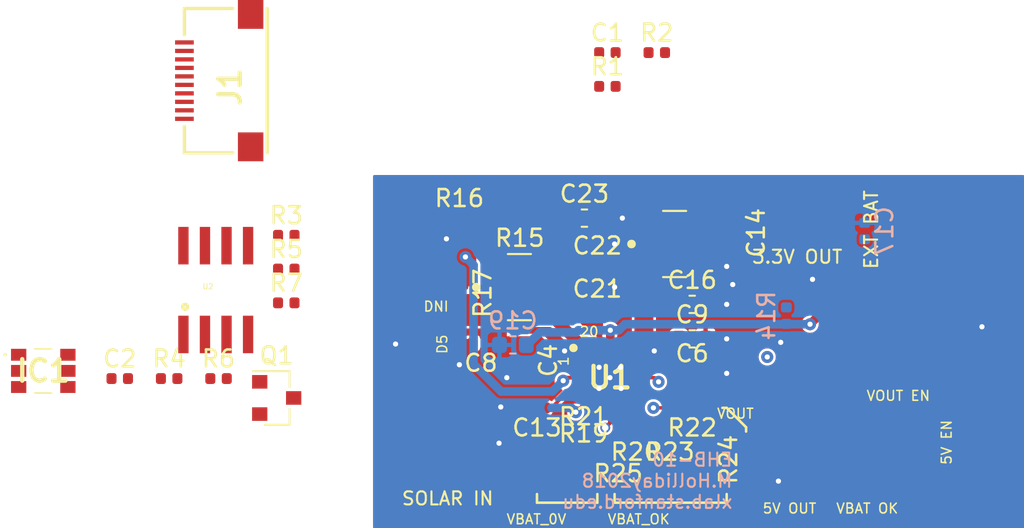
<source format=kicad_pcb>
(kicad_pcb (version 20171130) (host pcbnew "(5.1.0)-1")

  (general
    (thickness 1.6)
    (drawings 23)
    (tracks 166)
    (zones 0)
    (modules 40)
    (nets 34)
  )

  (page A4)
  (layers
    (0 Top signal)
    (1 In1.Cu signal hide)
    (2 In2.Cu signal hide)
    (3 In3.Cu signal hide)
    (4 In4.Cu signal hide)
    (31 Bottom signal hide)
    (32 B.Adhes user hide)
    (33 F.Adhes user hide)
    (34 B.Paste user hide)
    (35 F.Paste user hide)
    (36 B.SilkS user hide)
    (37 F.SilkS user hide)
    (38 B.Mask user hide)
    (39 F.Mask user hide)
    (40 Dwgs.User user hide)
    (41 Cmts.User user hide)
    (42 Eco1.User user hide)
    (43 Eco2.User user hide)
    (44 Edge.Cuts user hide)
    (45 Margin user hide)
    (46 B.CrtYd user hide)
    (47 F.CrtYd user hide)
    (48 B.Fab user hide)
    (49 F.Fab user hide)
  )

  (setup
    (last_trace_width 0.2286)
    (user_trace_width 0.2286)
    (trace_clearance 0.1524)
    (zone_clearance 0.000001)
    (zone_45_only no)
    (trace_min 0.1524)
    (via_size 0.5842)
    (via_drill 0.381)
    (via_min_size 0.45)
    (via_min_drill 0.3)
    (uvia_size 0.3)
    (uvia_drill 0.1)
    (uvias_allowed no)
    (uvia_min_size 0.2)
    (uvia_min_drill 0.1)
    (edge_width 0.05)
    (segment_width 0.2)
    (pcb_text_width 0.3)
    (pcb_text_size 1.5 1.5)
    (mod_edge_width 0.12)
    (mod_text_size 1 1)
    (mod_text_width 0.15)
    (pad_size 1.524 1.524)
    (pad_drill 0.762)
    (pad_to_mask_clearance 0.051)
    (solder_mask_min_width 0.25)
    (aux_axis_origin 0 0)
    (visible_elements 7FFFFF7F)
    (pcbplotparams
      (layerselection 0x010fc_ffffffff)
      (usegerberextensions false)
      (usegerberattributes false)
      (usegerberadvancedattributes false)
      (creategerberjobfile false)
      (excludeedgelayer true)
      (linewidth 0.100000)
      (plotframeref false)
      (viasonmask false)
      (mode 1)
      (useauxorigin false)
      (hpglpennumber 1)
      (hpglpenspeed 20)
      (hpglpendiameter 15.000000)
      (psnegative false)
      (psa4output false)
      (plotreference true)
      (plotvalue true)
      (plotinvisibletext false)
      (padsonsilk false)
      (subtractmaskfromsilk false)
      (outputformat 1)
      (mirror false)
      (drillshape 1)
      (scaleselection 1)
      (outputdirectory ""))
  )

  (net 0 "")
  (net 1 GND)
  (net 2 3.3V)
  (net 3 "Net-(C13-Pad1)")
  (net 4 /VBAT)
  (net 5 "Net-(L1-Pad2)")
  (net 6 "Net-(C21-Pad1)")
  (net 7 "Net-(L4-Pad1)")
  (net 8 "Net-(R22-Pad1)")
  (net 9 "Net-(R20-Pad1)")
  (net 10 "Net-(R20-Pad2)")
  (net 11 "Net-(R19-Pad2)")
  (net 12 "Net-(R19-Pad1)")
  (net 13 "Net-(R15-Pad2)")
  (net 14 VOUT_EN)
  (net 15 VSOLAR)
  (net 16 VBAT_OK)
  (net 17 BATT_N)
  (net 18 BATT_P)
  (net 19 +3V3)
  (net 20 SDA1)
  (net 21 "Net-(IC1-Pad5)")
  (net 22 SCL1)
  (net 23 "Net-(IC1-Pad2)")
  (net 24 "Net-(J1-Pad9)")
  (net 25 "Net-(J1-Pad7)")
  (net 26 "Net-(J1-Pad6)")
  (net 27 "Net-(J1-Pad5)")
  (net 28 "Net-(J1-Pad3)")
  (net 29 "Net-(J1-Pad1)")
  (net 30 BURN1)
  (net 31 "Net-(Q1-Pad1)")
  (net 32 "Net-(Q1-Pad3)")
  (net 33 /VBURN)

  (net_class Default "This is the default net class."
    (clearance 0.1524)
    (trace_width 0.2286)
    (via_dia 0.5842)
    (via_drill 0.381)
    (uvia_dia 0.3)
    (uvia_drill 0.1)
    (diff_pair_width 0.1524)
    (diff_pair_gap 0.1524)
    (add_net +3V3)
    (add_net /VBAT)
    (add_net /VBURN)
    (add_net 3.3V)
    (add_net BATT_N)
    (add_net BATT_P)
    (add_net BURN1)
    (add_net GND)
    (add_net "Net-(C13-Pad1)")
    (add_net "Net-(C21-Pad1)")
    (add_net "Net-(IC1-Pad2)")
    (add_net "Net-(IC1-Pad5)")
    (add_net "Net-(J1-Pad1)")
    (add_net "Net-(J1-Pad3)")
    (add_net "Net-(J1-Pad5)")
    (add_net "Net-(J1-Pad6)")
    (add_net "Net-(J1-Pad7)")
    (add_net "Net-(J1-Pad9)")
    (add_net "Net-(L1-Pad2)")
    (add_net "Net-(L4-Pad1)")
    (add_net "Net-(Q1-Pad1)")
    (add_net "Net-(Q1-Pad3)")
    (add_net "Net-(R15-Pad2)")
    (add_net "Net-(R19-Pad1)")
    (add_net "Net-(R19-Pad2)")
    (add_net "Net-(R20-Pad1)")
    (add_net "Net-(R20-Pad2)")
    (add_net "Net-(R22-Pad1)")
    (add_net SCL1)
    (add_net SDA1)
    (add_net VBAT_OK)
    (add_net VOUT_EN)
    (add_net VSOLAR)
  )

  (module Package_TO_SOT_SMD:SOT-23 (layer Top) (tedit 5A02FF57) (tstamp 5DB14792)
    (at 123.6472 107.7214)
    (descr "SOT-23, Standard")
    (tags SOT-23)
    (path /5DB28BE3)
    (attr smd)
    (fp_text reference Q1 (at 0 -2.5) (layer F.SilkS)
      (effects (font (size 1 1) (thickness 0.15)))
    )
    (fp_text value IRLML2803 (at 0 2.5) (layer F.Fab)
      (effects (font (size 1 1) (thickness 0.15)))
    )
    (fp_line (start 0.76 1.58) (end -0.7 1.58) (layer F.SilkS) (width 0.12))
    (fp_line (start 0.76 -1.58) (end -1.4 -1.58) (layer F.SilkS) (width 0.12))
    (fp_line (start -1.7 1.75) (end -1.7 -1.75) (layer F.CrtYd) (width 0.05))
    (fp_line (start 1.7 1.75) (end -1.7 1.75) (layer F.CrtYd) (width 0.05))
    (fp_line (start 1.7 -1.75) (end 1.7 1.75) (layer F.CrtYd) (width 0.05))
    (fp_line (start -1.7 -1.75) (end 1.7 -1.75) (layer F.CrtYd) (width 0.05))
    (fp_line (start 0.76 -1.58) (end 0.76 -0.65) (layer F.SilkS) (width 0.12))
    (fp_line (start 0.76 1.58) (end 0.76 0.65) (layer F.SilkS) (width 0.12))
    (fp_line (start -0.7 1.52) (end 0.7 1.52) (layer F.Fab) (width 0.1))
    (fp_line (start 0.7 -1.52) (end 0.7 1.52) (layer F.Fab) (width 0.1))
    (fp_line (start -0.7 -0.95) (end -0.15 -1.52) (layer F.Fab) (width 0.1))
    (fp_line (start -0.15 -1.52) (end 0.7 -1.52) (layer F.Fab) (width 0.1))
    (fp_line (start -0.7 -0.95) (end -0.7 1.5) (layer F.Fab) (width 0.1))
    (fp_text user %R (at 0 0 90) (layer F.Fab)
      (effects (font (size 0.5 0.5) (thickness 0.075)))
    )
    (pad 3 smd rect (at 1 0) (size 0.9 0.8) (layers Top F.Paste F.Mask)
      (net 32 "Net-(Q1-Pad3)"))
    (pad 2 smd rect (at -1 0.95) (size 0.9 0.8) (layers Top F.Paste F.Mask)
      (net 1 GND))
    (pad 1 smd rect (at -1 -0.95) (size 0.9 0.8) (layers Top F.Paste F.Mask)
      (net 31 "Net-(Q1-Pad1)"))
    (model ${KISYS3DMOD}/Package_TO_SOT_SMD.3dshapes/SOT-23.wrl
      (at (xyz 0 0 0))
      (scale (xyz 1 1 1))
      (rotate (xyz 0 0 0))
    )
  )

  (module custom-footprints:NDS8434 (layer Top) (tedit 5CECB0CF) (tstamp 5DB13F8C)
    (at 120.056399 101.364499)
    (descr "<b>Small Outline Package</b> Fits JEDEC packages (narrow SOIC-8)")
    (path /5DB28C34)
    (attr smd)
    (fp_text reference U2 (at -0.457406 -0.203291) (layer F.SilkS)
      (effects (font (size 0.320143 0.320143) (thickness 0.05)))
    )
    (fp_text value NDS8434 (at -0.254493 0.432628) (layer F.SilkS) hide
      (effects (font (size 0.320613 0.320613) (thickness 0.05)))
    )
    (fp_poly (pts (xy 1.73027 -2.8702) (xy 2.0828 -2.8702) (xy 2.0828 -1.85749) (xy 1.73027 -1.85749)) (layer Eco2.User) (width 0))
    (fp_poly (pts (xy 0.457335 -2.8702) (xy 0.8128 -2.8702) (xy 0.8128 -1.85475) (xy 0.457335 -1.85475)) (layer Eco2.User) (width 0))
    (fp_poly (pts (xy -0.813201 -2.8702) (xy -0.4572 -2.8702) (xy -0.4572 -1.85511) (xy -0.813201 -1.85511)) (layer Eco2.User) (width 0))
    (fp_poly (pts (xy -2.08389 -2.8702) (xy -1.7272 -2.8702) (xy -1.7272 -1.85517) (xy -2.08389 -1.85517)) (layer Eco2.User) (width 0))
    (fp_poly (pts (xy 1.7279 1.8542) (xy 2.0828 1.8542) (xy 2.0828 2.87136) (xy 1.7279 2.87136)) (layer Eco2.User) (width 0))
    (fp_poly (pts (xy 0.457555 1.8542) (xy 0.8128 1.8542) (xy 0.8128 2.87243) (xy 0.457555 2.87243)) (layer Eco2.User) (width 0))
    (fp_poly (pts (xy -0.813186 1.8542) (xy -0.4572 1.8542) (xy -0.4572 2.87156) (xy -0.813186 2.87156)) (layer Eco2.User) (width 0))
    (fp_poly (pts (xy -2.08677 1.8542) (xy -1.7272 1.8542) (xy -1.7272 2.87568) (xy -2.08677 2.87568)) (layer Eco2.User) (width 0))
    (fp_circle (center -1.8034 0.9906) (end -1.6598 0.9906) (layer F.SilkS) (width 0.2032))
    (pad 8 smd rect (at -1.905 -2.6162) (size 0.6096 2.2098) (layers Top F.Paste F.Mask)
      (net 33 /VBURN))
    (pad 7 smd rect (at -0.635 -2.6162) (size 0.6096 2.2098) (layers Top F.Paste F.Mask)
      (net 33 /VBURN))
    (pad 6 smd rect (at 0.635 -2.6162) (size 0.6096 2.2098) (layers Top F.Paste F.Mask)
      (net 33 /VBURN))
    (pad 5 smd rect (at 1.905 -2.6162) (size 0.6096 2.2098) (layers Top F.Paste F.Mask)
      (net 33 /VBURN))
    (pad 4 smd rect (at 1.905 2.6162) (size 0.6096 2.2098) (layers Top F.Paste F.Mask)
      (net 32 "Net-(Q1-Pad3)"))
    (pad 3 smd rect (at 0.635 2.6162) (size 0.6096 2.2098) (layers Top F.Paste F.Mask)
      (net 18 BATT_P))
    (pad 2 smd rect (at -0.635 2.6162) (size 0.6096 2.2098) (layers Top F.Paste F.Mask)
      (net 18 BATT_P))
    (pad 1 smd rect (at -1.905 2.6162) (size 0.6096 2.2098) (layers Top F.Paste F.Mask)
      (net 18 BATT_P))
  )

  (module Resistor_SMD:R_0402_1005Metric (layer Top) (tedit 5B301BBD) (tstamp 5DB13DFD)
    (at 124.2116 102.1184)
    (descr "Resistor SMD 0402 (1005 Metric), square (rectangular) end terminal, IPC_7351 nominal, (Body size source: http://www.tortai-tech.com/upload/download/2011102023233369053.pdf), generated with kicad-footprint-generator")
    (tags resistor)
    (path /5DB21A42)
    (attr smd)
    (fp_text reference R7 (at 0 -1.17) (layer F.SilkS)
      (effects (font (size 1 1) (thickness 0.15)))
    )
    (fp_text value 0 (at 0 1.17) (layer F.Fab)
      (effects (font (size 1 1) (thickness 0.15)))
    )
    (fp_text user %R (at 0 0) (layer F.Fab)
      (effects (font (size 0.25 0.25) (thickness 0.04)))
    )
    (fp_line (start 0.93 0.47) (end -0.93 0.47) (layer F.CrtYd) (width 0.05))
    (fp_line (start 0.93 -0.47) (end 0.93 0.47) (layer F.CrtYd) (width 0.05))
    (fp_line (start -0.93 -0.47) (end 0.93 -0.47) (layer F.CrtYd) (width 0.05))
    (fp_line (start -0.93 0.47) (end -0.93 -0.47) (layer F.CrtYd) (width 0.05))
    (fp_line (start 0.5 0.25) (end -0.5 0.25) (layer F.Fab) (width 0.1))
    (fp_line (start 0.5 -0.25) (end 0.5 0.25) (layer F.Fab) (width 0.1))
    (fp_line (start -0.5 -0.25) (end 0.5 -0.25) (layer F.Fab) (width 0.1))
    (fp_line (start -0.5 0.25) (end -0.5 -0.25) (layer F.Fab) (width 0.1))
    (pad 2 smd roundrect (at 0.485 0) (size 0.59 0.64) (layers Top F.Paste F.Mask) (roundrect_rratio 0.25)
      (net 23 "Net-(IC1-Pad2)"))
    (pad 1 smd roundrect (at -0.485 0) (size 0.59 0.64) (layers Top F.Paste F.Mask) (roundrect_rratio 0.25)
      (net 1 GND))
    (model ${KISYS3DMOD}/Resistor_SMD.3dshapes/R_0402_1005Metric.wrl
      (at (xyz 0 0 0))
      (scale (xyz 1 1 1))
      (rotate (xyz 0 0 0))
    )
  )

  (module Resistor_SMD:R_0402_1005Metric (layer Top) (tedit 5B301BBD) (tstamp 5DB13DEE)
    (at 120.2216 106.5784)
    (descr "Resistor SMD 0402 (1005 Metric), square (rectangular) end terminal, IPC_7351 nominal, (Body size source: http://www.tortai-tech.com/upload/download/2011102023233369053.pdf), generated with kicad-footprint-generator")
    (tags resistor)
    (path /5DB205D1)
    (attr smd)
    (fp_text reference R6 (at 0 -1.17) (layer F.SilkS)
      (effects (font (size 1 1) (thickness 0.15)))
    )
    (fp_text value 0 (at 0 1.17) (layer F.Fab)
      (effects (font (size 1 1) (thickness 0.15)))
    )
    (fp_text user %R (at 0 0) (layer F.Fab)
      (effects (font (size 0.25 0.25) (thickness 0.04)))
    )
    (fp_line (start 0.93 0.47) (end -0.93 0.47) (layer F.CrtYd) (width 0.05))
    (fp_line (start 0.93 -0.47) (end 0.93 0.47) (layer F.CrtYd) (width 0.05))
    (fp_line (start -0.93 -0.47) (end 0.93 -0.47) (layer F.CrtYd) (width 0.05))
    (fp_line (start -0.93 0.47) (end -0.93 -0.47) (layer F.CrtYd) (width 0.05))
    (fp_line (start 0.5 0.25) (end -0.5 0.25) (layer F.Fab) (width 0.1))
    (fp_line (start 0.5 -0.25) (end 0.5 0.25) (layer F.Fab) (width 0.1))
    (fp_line (start -0.5 -0.25) (end 0.5 -0.25) (layer F.Fab) (width 0.1))
    (fp_line (start -0.5 0.25) (end -0.5 -0.25) (layer F.Fab) (width 0.1))
    (pad 2 smd roundrect (at 0.485 0) (size 0.59 0.64) (layers Top F.Paste F.Mask) (roundrect_rratio 0.25)
      (net 19 +3V3))
    (pad 1 smd roundrect (at -0.485 0) (size 0.59 0.64) (layers Top F.Paste F.Mask) (roundrect_rratio 0.25)
      (net 23 "Net-(IC1-Pad2)"))
    (model ${KISYS3DMOD}/Resistor_SMD.3dshapes/R_0402_1005Metric.wrl
      (at (xyz 0 0 0))
      (scale (xyz 1 1 1))
      (rotate (xyz 0 0 0))
    )
  )

  (module Resistor_SMD:R_0402_1005Metric (layer Top) (tedit 5B301BBD) (tstamp 5DB13DDF)
    (at 124.2116 100.1284)
    (descr "Resistor SMD 0402 (1005 Metric), square (rectangular) end terminal, IPC_7351 nominal, (Body size source: http://www.tortai-tech.com/upload/download/2011102023233369053.pdf), generated with kicad-footprint-generator")
    (tags resistor)
    (path /5DB28BB7)
    (attr smd)
    (fp_text reference R5 (at 0 -1.17) (layer F.SilkS)
      (effects (font (size 1 1) (thickness 0.15)))
    )
    (fp_text value 100k (at 0 1.17) (layer F.Fab)
      (effects (font (size 1 1) (thickness 0.15)))
    )
    (fp_text user %R (at 0 0) (layer F.Fab)
      (effects (font (size 0.25 0.25) (thickness 0.04)))
    )
    (fp_line (start 0.93 0.47) (end -0.93 0.47) (layer F.CrtYd) (width 0.05))
    (fp_line (start 0.93 -0.47) (end 0.93 0.47) (layer F.CrtYd) (width 0.05))
    (fp_line (start -0.93 -0.47) (end 0.93 -0.47) (layer F.CrtYd) (width 0.05))
    (fp_line (start -0.93 0.47) (end -0.93 -0.47) (layer F.CrtYd) (width 0.05))
    (fp_line (start 0.5 0.25) (end -0.5 0.25) (layer F.Fab) (width 0.1))
    (fp_line (start 0.5 -0.25) (end 0.5 0.25) (layer F.Fab) (width 0.1))
    (fp_line (start -0.5 -0.25) (end 0.5 -0.25) (layer F.Fab) (width 0.1))
    (fp_line (start -0.5 0.25) (end -0.5 -0.25) (layer F.Fab) (width 0.1))
    (pad 2 smd roundrect (at 0.485 0) (size 0.59 0.64) (layers Top F.Paste F.Mask) (roundrect_rratio 0.25)
      (net 18 BATT_P))
    (pad 1 smd roundrect (at -0.485 0) (size 0.59 0.64) (layers Top F.Paste F.Mask) (roundrect_rratio 0.25)
      (net 32 "Net-(Q1-Pad3)"))
    (model ${KISYS3DMOD}/Resistor_SMD.3dshapes/R_0402_1005Metric.wrl
      (at (xyz 0 0 0))
      (scale (xyz 1 1 1))
      (rotate (xyz 0 0 0))
    )
  )

  (module Resistor_SMD:R_0402_1005Metric (layer Top) (tedit 5B301BBD) (tstamp 5DB13DD0)
    (at 117.3116 106.5784)
    (descr "Resistor SMD 0402 (1005 Metric), square (rectangular) end terminal, IPC_7351 nominal, (Body size source: http://www.tortai-tech.com/upload/download/2011102023233369053.pdf), generated with kicad-footprint-generator")
    (tags resistor)
    (path /5DB28BCF)
    (attr smd)
    (fp_text reference R4 (at 0 -1.17) (layer F.SilkS)
      (effects (font (size 1 1) (thickness 0.15)))
    )
    (fp_text value 4.7k (at 0 1.17) (layer F.Fab)
      (effects (font (size 1 1) (thickness 0.15)))
    )
    (fp_text user %R (at 0 0) (layer F.Fab)
      (effects (font (size 0.25 0.25) (thickness 0.04)))
    )
    (fp_line (start 0.93 0.47) (end -0.93 0.47) (layer F.CrtYd) (width 0.05))
    (fp_line (start 0.93 -0.47) (end 0.93 0.47) (layer F.CrtYd) (width 0.05))
    (fp_line (start -0.93 -0.47) (end 0.93 -0.47) (layer F.CrtYd) (width 0.05))
    (fp_line (start -0.93 0.47) (end -0.93 -0.47) (layer F.CrtYd) (width 0.05))
    (fp_line (start 0.5 0.25) (end -0.5 0.25) (layer F.Fab) (width 0.1))
    (fp_line (start 0.5 -0.25) (end 0.5 0.25) (layer F.Fab) (width 0.1))
    (fp_line (start -0.5 -0.25) (end 0.5 -0.25) (layer F.Fab) (width 0.1))
    (fp_line (start -0.5 0.25) (end -0.5 -0.25) (layer F.Fab) (width 0.1))
    (pad 2 smd roundrect (at 0.485 0) (size 0.59 0.64) (layers Top F.Paste F.Mask) (roundrect_rratio 0.25)
      (net 30 BURN1))
    (pad 1 smd roundrect (at -0.485 0) (size 0.59 0.64) (layers Top F.Paste F.Mask) (roundrect_rratio 0.25)
      (net 31 "Net-(Q1-Pad1)"))
    (model ${KISYS3DMOD}/Resistor_SMD.3dshapes/R_0402_1005Metric.wrl
      (at (xyz 0 0 0))
      (scale (xyz 1 1 1))
      (rotate (xyz 0 0 0))
    )
  )

  (module Resistor_SMD:R_0402_1005Metric (layer Top) (tedit 5B301BBD) (tstamp 5DB13DC1)
    (at 124.2116 98.1384)
    (descr "Resistor SMD 0402 (1005 Metric), square (rectangular) end terminal, IPC_7351 nominal, (Body size source: http://www.tortai-tech.com/upload/download/2011102023233369053.pdf), generated with kicad-footprint-generator")
    (tags resistor)
    (path /5DB28BC9)
    (attr smd)
    (fp_text reference R3 (at 0 -1.17) (layer F.SilkS)
      (effects (font (size 1 1) (thickness 0.15)))
    )
    (fp_text value 10k (at 0 1.17) (layer F.Fab)
      (effects (font (size 1 1) (thickness 0.15)))
    )
    (fp_text user %R (at 0 0) (layer F.Fab)
      (effects (font (size 0.25 0.25) (thickness 0.04)))
    )
    (fp_line (start 0.93 0.47) (end -0.93 0.47) (layer F.CrtYd) (width 0.05))
    (fp_line (start 0.93 -0.47) (end 0.93 0.47) (layer F.CrtYd) (width 0.05))
    (fp_line (start -0.93 -0.47) (end 0.93 -0.47) (layer F.CrtYd) (width 0.05))
    (fp_line (start -0.93 0.47) (end -0.93 -0.47) (layer F.CrtYd) (width 0.05))
    (fp_line (start 0.5 0.25) (end -0.5 0.25) (layer F.Fab) (width 0.1))
    (fp_line (start 0.5 -0.25) (end 0.5 0.25) (layer F.Fab) (width 0.1))
    (fp_line (start -0.5 -0.25) (end 0.5 -0.25) (layer F.Fab) (width 0.1))
    (fp_line (start -0.5 0.25) (end -0.5 -0.25) (layer F.Fab) (width 0.1))
    (pad 2 smd roundrect (at 0.485 0) (size 0.59 0.64) (layers Top F.Paste F.Mask) (roundrect_rratio 0.25)
      (net 1 GND))
    (pad 1 smd roundrect (at -0.485 0) (size 0.59 0.64) (layers Top F.Paste F.Mask) (roundrect_rratio 0.25)
      (net 30 BURN1))
    (model ${KISYS3DMOD}/Resistor_SMD.3dshapes/R_0402_1005Metric.wrl
      (at (xyz 0 0 0))
      (scale (xyz 1 1 1))
      (rotate (xyz 0 0 0))
    )
  )

  (module custom-footprints:XF2M-1015-1A (layer Top) (tedit 0) (tstamp 5DB13D5A)
    (at 118.2116 89.027 90)
    (descr XF2M-1015-1A)
    (tags Connector)
    (path /5DB12088)
    (attr smd)
    (fp_text reference J1 (at -0.37186 2.68404 90) (layer F.SilkS)
      (effects (font (size 1.27 1.27) (thickness 0.254)))
    )
    (fp_text value XF2M-1015-1A (at -0.37186 2.68404 90) (layer F.SilkS) hide
      (effects (font (size 1.27 1.27) (thickness 0.254)))
    )
    (fp_line (start 4.25 0) (end 2.7 0) (layer F.SilkS) (width 0.2))
    (fp_line (start -4.25 0) (end -2.7 0) (layer F.SilkS) (width 0.2))
    (fp_line (start 4.25 0) (end 4.25 2.85) (layer F.SilkS) (width 0.2))
    (fp_line (start -4.25 0) (end -4.25 2.85) (layer F.SilkS) (width 0.2))
    (fp_line (start -4.25 4.88) (end 4.25 4.88) (layer F.SilkS) (width 0.2))
    (fp_line (start -4.25 4.88) (end -4.25 0) (layer F.Fab) (width 0.2))
    (fp_line (start 4.25 4.88) (end -4.25 4.88) (layer F.Fab) (width 0.2))
    (fp_line (start 4.25 0) (end 4.25 4.88) (layer F.Fab) (width 0.2))
    (fp_line (start -4.25 0) (end 4.25 0) (layer F.Fab) (width 0.2))
    (fp_text user %R (at -0.37186 2.68404 90) (layer F.Fab)
      (effects (font (size 1.27 1.27) (thickness 0.254)))
    )
    (pad 12 smd rect (at 3.9 3.9 180) (size 1.5 1.7) (layers Top F.Paste F.Mask))
    (pad 11 smd rect (at -3.9 3.9 180) (size 1.5 1.7) (layers Top F.Paste F.Mask))
    (pad 10 smd rect (at 2.25 0 90) (size 0.25 1.1) (layers Top F.Paste F.Mask)
      (net 1 GND))
    (pad 9 smd rect (at 1.75 0 90) (size 0.25 1.1) (layers Top F.Paste F.Mask)
      (net 24 "Net-(J1-Pad9)"))
    (pad 8 smd rect (at 1.25 0 90) (size 0.25 1.1) (layers Top F.Paste F.Mask)
      (net 19 +3V3))
    (pad 7 smd rect (at 0.75 0 90) (size 0.25 1.1) (layers Top F.Paste F.Mask)
      (net 25 "Net-(J1-Pad7)"))
    (pad 6 smd rect (at 0.25 0 90) (size 0.25 1.1) (layers Top F.Paste F.Mask)
      (net 26 "Net-(J1-Pad6)"))
    (pad 5 smd rect (at -0.25 0 90) (size 0.25 1.1) (layers Top F.Paste F.Mask)
      (net 27 "Net-(J1-Pad5)"))
    (pad 4 smd rect (at -0.75 0 90) (size 0.25 1.1) (layers Top F.Paste F.Mask)
      (net 17 BATT_N))
    (pad 3 smd rect (at -1.25 0 90) (size 0.25 1.1) (layers Top F.Paste F.Mask)
      (net 28 "Net-(J1-Pad3)"))
    (pad 2 smd rect (at -1.75 0 90) (size 0.25 1.1) (layers Top F.Paste F.Mask)
      (net 18 BATT_P))
    (pad 1 smd rect (at -2.25 0 90) (size 0.25 1.1) (layers Top F.Paste F.Mask)
      (net 29 "Net-(J1-Pad1)"))
    (model XF2M-1015-1A.stp
      (at (xyz 0 0 0))
      (scale (xyz 1 1 1))
      (rotate (xyz 0 0 0))
    )
  )

  (module misc-circuits:TSL2561 (layer Top) (tedit 0) (tstamp 5DB13D40)
    (at 109.8966 106.1264)
    (descr TSL2561-2)
    (tags "Integrated Circuit")
    (path /5DB13ECD)
    (attr smd)
    (fp_text reference IC1 (at 0 0.002) (layer F.SilkS)
      (effects (font (size 1.27 1.27) (thickness 0.254)))
    )
    (fp_text value TSL2561 (at 0 0.002) (layer F.SilkS) hide
      (effects (font (size 1.27 1.27) (thickness 0.254)))
    )
    (fp_arc (start -2.25 -0.95) (end -2.3 -0.95) (angle -180) (layer F.SilkS) (width 0.1))
    (fp_arc (start -2.25 -0.95) (end -2.2 -0.95) (angle -180) (layer F.SilkS) (width 0.1))
    (fp_line (start -2.3 -0.95) (end -2.3 -0.95) (layer F.SilkS) (width 0.1))
    (fp_line (start -2.2 -0.95) (end -2.2 -0.95) (layer F.SilkS) (width 0.1))
    (fp_line (start -0.5 1.3) (end 0.5 1.307) (layer F.SilkS) (width 0.1))
    (fp_line (start -0.5 -1.3) (end 0.5 -1.303) (layer F.SilkS) (width 0.1))
    (fp_line (start -2.5 1.907) (end -2.5 -1.903) (layer F.CrtYd) (width 0.1))
    (fp_line (start 2.5 1.907) (end -2.5 1.907) (layer F.CrtYd) (width 0.1))
    (fp_line (start 2.5 -1.903) (end 2.5 1.907) (layer F.CrtYd) (width 0.1))
    (fp_line (start -2.5 -1.903) (end 2.5 -1.903) (layer F.CrtYd) (width 0.1))
    (fp_line (start -1.9 1.3) (end -1.9 -1.3) (layer F.Fab) (width 0.2))
    (fp_line (start 1.9 1.3) (end -1.9 1.3) (layer F.Fab) (width 0.2))
    (fp_line (start 1.9 -1.3) (end 1.9 1.3) (layer F.Fab) (width 0.2))
    (fp_line (start -1.9 -1.3) (end 1.9 -1.3) (layer F.Fab) (width 0.2))
    (fp_text user %R (at 0 0.002) (layer F.Fab)
      (effects (font (size 1.27 1.27) (thickness 0.254)))
    )
    (pad 6 smd rect (at 1.45 -0.95 90) (size 0.7 0.9) (layers Top F.Paste F.Mask)
      (net 20 SDA1))
    (pad 5 smd rect (at 1.45 0 90) (size 0.7 0.9) (layers Top F.Paste F.Mask)
      (net 21 "Net-(IC1-Pad5)"))
    (pad 4 smd rect (at 1.45 0.95 90) (size 0.7 0.9) (layers Top F.Paste F.Mask)
      (net 22 SCL1))
    (pad 3 smd rect (at -1.45 0.95 90) (size 0.7 0.9) (layers Top F.Paste F.Mask)
      (net 1 GND))
    (pad 2 smd rect (at -1.45 0 90) (size 0.7 0.9) (layers Top F.Paste F.Mask)
      (net 23 "Net-(IC1-Pad2)"))
    (pad 1 smd rect (at -1.45 -0.95 90) (size 0.7 0.9) (layers Top F.Paste F.Mask)
      (net 19 +3V3))
    (model TSL2561.stp
      (at (xyz 0 0 0))
      (scale (xyz 1 1 1))
      (rotate (xyz 0 0 0))
    )
  )

  (module Capacitor_SMD:C_0402_1005Metric (layer Top) (tedit 5B301BBE) (tstamp 5DB13BAF)
    (at 114.4016 106.5784)
    (descr "Capacitor SMD 0402 (1005 Metric), square (rectangular) end terminal, IPC_7351 nominal, (Body size source: http://www.tortai-tech.com/upload/download/2011102023233369053.pdf), generated with kicad-footprint-generator")
    (tags capacitor)
    (path /5DB33F14)
    (attr smd)
    (fp_text reference C2 (at 0 -1.17) (layer F.SilkS)
      (effects (font (size 1 1) (thickness 0.15)))
    )
    (fp_text value 0.1uF (at 0 1.17) (layer F.Fab)
      (effects (font (size 1 1) (thickness 0.15)))
    )
    (fp_text user %R (at 0 0) (layer F.Fab)
      (effects (font (size 0.25 0.25) (thickness 0.04)))
    )
    (fp_line (start 0.93 0.47) (end -0.93 0.47) (layer F.CrtYd) (width 0.05))
    (fp_line (start 0.93 -0.47) (end 0.93 0.47) (layer F.CrtYd) (width 0.05))
    (fp_line (start -0.93 -0.47) (end 0.93 -0.47) (layer F.CrtYd) (width 0.05))
    (fp_line (start -0.93 0.47) (end -0.93 -0.47) (layer F.CrtYd) (width 0.05))
    (fp_line (start 0.5 0.25) (end -0.5 0.25) (layer F.Fab) (width 0.1))
    (fp_line (start 0.5 -0.25) (end 0.5 0.25) (layer F.Fab) (width 0.1))
    (fp_line (start -0.5 -0.25) (end 0.5 -0.25) (layer F.Fab) (width 0.1))
    (fp_line (start -0.5 0.25) (end -0.5 -0.25) (layer F.Fab) (width 0.1))
    (pad 2 smd roundrect (at 0.485 0) (size 0.59 0.64) (layers Top F.Paste F.Mask) (roundrect_rratio 0.25)
      (net 19 +3V3))
    (pad 1 smd roundrect (at -0.485 0) (size 0.59 0.64) (layers Top F.Paste F.Mask) (roundrect_rratio 0.25)
      (net 1 GND))
    (model ${KISYS3DMOD}/Capacitor_SMD.3dshapes/C_0402_1005Metric.wrl
      (at (xyz 0 0 0))
      (scale (xyz 1 1 1))
      (rotate (xyz 0 0 0))
    )
  )

  (module misc-circuits:QFN50P350X350X100-21N-D (layer Top) (tedit 0) (tstamp 5DA79427)
    (at 143.27916 106.525844)
    (descr BQ25570RGRR-1)
    (tags "Integrated Circuit")
    (path /C5A3CDC2)
    (attr smd)
    (fp_text reference U1 (at 0 0) (layer F.SilkS)
      (effects (font (size 1.27 1.27) (thickness 0.254)))
    )
    (fp_text value Value (at 0 0) (layer F.SilkS) hide
      (effects (font (size 1.27 1.27) (thickness 0.254)))
    )
    (fp_circle (center -2.15 -1.75) (end -2.15 -1.625) (layer F.SilkS) (width 0.25))
    (fp_line (start -1.75 -1.25) (end -1.25 -1.75) (layer F.Fab) (width 0.1))
    (fp_line (start -1.75 1.75) (end -1.75 -1.75) (layer F.Fab) (width 0.1))
    (fp_line (start 1.75 1.75) (end -1.75 1.75) (layer F.Fab) (width 0.1))
    (fp_line (start 1.75 -1.75) (end 1.75 1.75) (layer F.Fab) (width 0.1))
    (fp_line (start -1.75 -1.75) (end 1.75 -1.75) (layer F.Fab) (width 0.1))
    (fp_line (start -2.4 2.4) (end -2.4 -2.4) (layer F.CrtYd) (width 0.05))
    (fp_line (start 2.4 2.4) (end -2.4 2.4) (layer F.CrtYd) (width 0.05))
    (fp_line (start 2.4 -2.4) (end 2.4 2.4) (layer F.CrtYd) (width 0.05))
    (fp_line (start -2.4 -2.4) (end 2.4 -2.4) (layer F.CrtYd) (width 0.05))
    (fp_text user %R (at 0 0) (layer F.Fab)
      (effects (font (size 1.27 1.27) (thickness 0.254)))
    )
    (pad 21 smd rect (at 0 0) (size 2.15 2.15) (layers Top F.Paste F.Mask)
      (net 1 GND))
    (pad 20 smd rect (at -1 -1.7) (size 0.3 0.9) (layers Top F.Paste F.Mask)
      (net 5 "Net-(L1-Pad2)"))
    (pad 19 smd rect (at -0.5 -1.7) (size 0.3 0.9) (layers Top F.Paste F.Mask)
      (net 6 "Net-(C21-Pad1)"))
    (pad 18 smd rect (at 0 -1.7) (size 0.3 0.9) (layers Top F.Paste F.Mask)
      (net 4 /VBAT))
    (pad 17 smd rect (at 0.5 -1.7) (size 0.3 0.9) (layers Top F.Paste F.Mask)
      (net 1 GND))
    (pad 16 smd rect (at 1 -1.7) (size 0.3 0.9) (layers Top F.Paste F.Mask)
      (net 7 "Net-(L4-Pad1)"))
    (pad 15 smd rect (at 1.7 -1 90) (size 0.3 0.9) (layers Top F.Paste F.Mask)
      (net 1 GND))
    (pad 14 smd rect (at 1.7 -0.5 90) (size 0.3 0.9) (layers Top F.Paste F.Mask)
      (net 19 +3V3))
    (pad 13 smd rect (at 1.7 0 90) (size 0.3 0.9) (layers Top F.Paste F.Mask)
      (net 16 VBAT_OK))
    (pad 12 smd rect (at 1.7 0.5 90) (size 0.3 0.9) (layers Top F.Paste F.Mask)
      (net 8 "Net-(R22-Pad1)"))
    (pad 11 smd rect (at 1.7 1 90) (size 0.3 0.9) (layers Top F.Paste F.Mask)
      (net 9 "Net-(R20-Pad1)"))
    (pad 10 smd rect (at 1 1.7) (size 0.3 0.9) (layers Top F.Paste F.Mask)
      (net 10 "Net-(R20-Pad2)"))
    (pad 9 smd rect (at 0.5 1.7) (size 0.3 0.9) (layers Top F.Paste F.Mask)
      (net 1 GND))
    (pad 8 smd rect (at 0 1.7) (size 0.3 0.9) (layers Top F.Paste F.Mask)
      (net 11 "Net-(R19-Pad2)"))
    (pad 7 smd rect (at -0.5 1.7) (size 0.3 0.9) (layers Top F.Paste F.Mask)
      (net 12 "Net-(R19-Pad1)"))
    (pad 6 smd rect (at -1 1.7) (size 0.3 0.9) (layers Top F.Paste F.Mask)
      (net 14 VOUT_EN))
    (pad 5 smd rect (at -1.7 1 90) (size 0.3 0.9) (layers Top F.Paste F.Mask)
      (net 1 GND))
    (pad 4 smd rect (at -1.7 0.5 90) (size 0.3 0.9) (layers Top F.Paste F.Mask)
      (net 3 "Net-(C13-Pad1)"))
    (pad 3 smd rect (at -1.7 0 90) (size 0.3 0.9) (layers Top F.Paste F.Mask)
      (net 13 "Net-(R15-Pad2)"))
    (pad 2 smd rect (at -1.7 -0.5 90) (size 0.3 0.9) (layers Top F.Paste F.Mask)
      (net 15 VSOLAR))
    (pad 1 smd rect (at -1.7 -1 90) (size 0.3 0.9) (layers Top F.Paste F.Mask)
      (net 1 GND))
    (model BQ25570RGRR.stp
      (at (xyz 0 0 0))
      (scale (xyz 1 1 1))
      (rotate (xyz 0 0 0))
    )
  )

  (module Capacitor_SMD:C_0603_1608Metric (layer Top) (tedit 5B301BBE) (tstamp 5DA7929B)
    (at 148.12516 104.239844)
    (descr "Capacitor SMD 0603 (1608 Metric), square (rectangular) end terminal, IPC_7351 nominal, (Body size source: http://www.tortai-tech.com/upload/download/2011102023233369053.pdf), generated with kicad-footprint-generator")
    (tags capacitor)
    (path /4B046222)
    (attr smd)
    (fp_text reference C9 (at 0 -1.43) (layer F.SilkS)
      (effects (font (size 1 1) (thickness 0.15)))
    )
    (fp_text value 100uF (at 0 1.43) (layer F.Fab)
      (effects (font (size 1 1) (thickness 0.15)))
    )
    (fp_text user %R (at 0 0) (layer F.Fab)
      (effects (font (size 0.4 0.4) (thickness 0.06)))
    )
    (fp_line (start 1.48 0.73) (end -1.48 0.73) (layer F.CrtYd) (width 0.05))
    (fp_line (start 1.48 -0.73) (end 1.48 0.73) (layer F.CrtYd) (width 0.05))
    (fp_line (start -1.48 -0.73) (end 1.48 -0.73) (layer F.CrtYd) (width 0.05))
    (fp_line (start -1.48 0.73) (end -1.48 -0.73) (layer F.CrtYd) (width 0.05))
    (fp_line (start -0.162779 0.51) (end 0.162779 0.51) (layer F.SilkS) (width 0.12))
    (fp_line (start -0.162779 -0.51) (end 0.162779 -0.51) (layer F.SilkS) (width 0.12))
    (fp_line (start 0.8 0.4) (end -0.8 0.4) (layer F.Fab) (width 0.1))
    (fp_line (start 0.8 -0.4) (end 0.8 0.4) (layer F.Fab) (width 0.1))
    (fp_line (start -0.8 -0.4) (end 0.8 -0.4) (layer F.Fab) (width 0.1))
    (fp_line (start -0.8 0.4) (end -0.8 -0.4) (layer F.Fab) (width 0.1))
    (pad 2 smd roundrect (at 0.7875 0) (size 0.875 0.95) (layers Top F.Paste F.Mask) (roundrect_rratio 0.25)
      (net 1 GND))
    (pad 1 smd roundrect (at -0.7875 0) (size 0.875 0.95) (layers Top F.Paste F.Mask) (roundrect_rratio 0.25)
      (net 19 +3V3))
    (model ${KISYS3DMOD}/Capacitor_SMD.3dshapes/C_0603_1608Metric.wrl
      (at (xyz 0 0 0))
      (scale (xyz 1 1 1))
      (rotate (xyz 0 0 0))
    )
  )

  (module Capacitor_SMD:C_0402_1005Metric (layer Bottom) (tedit 5B301BBE) (tstamp 5DA7920F)
    (at 158.28516 97.889844 90)
    (descr "Capacitor SMD 0402 (1005 Metric), square (rectangular) end terminal, IPC_7351 nominal, (Body size source: http://www.tortai-tech.com/upload/download/2011102023233369053.pdf), generated with kicad-footprint-generator")
    (tags capacitor)
    (path /46EAFDFE)
    (attr smd)
    (fp_text reference C17 (at 0 1.17 90) (layer B.SilkS)
      (effects (font (size 1 1) (thickness 0.15)) (justify mirror))
    )
    (fp_text value 0.1uF (at 0 -1.17 90) (layer B.Fab)
      (effects (font (size 1 1) (thickness 0.15)) (justify mirror))
    )
    (fp_text user %R (at 0 0 90) (layer B.Fab)
      (effects (font (size 0.25 0.25) (thickness 0.04)) (justify mirror))
    )
    (fp_line (start 0.93 -0.47) (end -0.93 -0.47) (layer B.CrtYd) (width 0.05))
    (fp_line (start 0.93 0.47) (end 0.93 -0.47) (layer B.CrtYd) (width 0.05))
    (fp_line (start -0.93 0.47) (end 0.93 0.47) (layer B.CrtYd) (width 0.05))
    (fp_line (start -0.93 -0.47) (end -0.93 0.47) (layer B.CrtYd) (width 0.05))
    (fp_line (start 0.5 -0.25) (end -0.5 -0.25) (layer B.Fab) (width 0.1))
    (fp_line (start 0.5 0.25) (end 0.5 -0.25) (layer B.Fab) (width 0.1))
    (fp_line (start -0.5 0.25) (end 0.5 0.25) (layer B.Fab) (width 0.1))
    (fp_line (start -0.5 -0.25) (end -0.5 0.25) (layer B.Fab) (width 0.1))
    (pad 2 smd roundrect (at 0.485 0 90) (size 0.59 0.64) (layers Bottom B.Paste B.Mask) (roundrect_rratio 0.25)
      (net 1 GND))
    (pad 1 smd roundrect (at -0.485 0 90) (size 0.59 0.64) (layers Bottom B.Paste B.Mask) (roundrect_rratio 0.25)
      (net 19 +3V3))
    (model ${KISYS3DMOD}/Capacitor_SMD.3dshapes/C_0402_1005Metric.wrl
      (at (xyz 0 0 0))
      (scale (xyz 1 1 1))
      (rotate (xyz 0 0 0))
    )
  )

  (module Resistor_SMD:R_0402_1005Metric (layer Top) (tedit 5B301BBD) (tstamp 5DA793E1)
    (at 143.764 110.998 180)
    (descr "Resistor SMD 0402 (1005 Metric), square (rectangular) end terminal, IPC_7351 nominal, (Body size source: http://www.tortai-tech.com/upload/download/2011102023233369053.pdf), generated with kicad-footprint-generator")
    (tags resistor)
    (path /8795F9AC)
    (attr smd)
    (fp_text reference R25 (at 0 -1.17) (layer F.SilkS)
      (effects (font (size 1 1) (thickness 0.15)))
    )
    (fp_text value 374K (at 0 1.17) (layer F.Fab)
      (effects (font (size 1 1) (thickness 0.15)))
    )
    (fp_text user %R (at 0 0) (layer F.Fab)
      (effects (font (size 0.25 0.25) (thickness 0.04)))
    )
    (fp_line (start 0.93 0.47) (end -0.93 0.47) (layer F.CrtYd) (width 0.05))
    (fp_line (start 0.93 -0.47) (end 0.93 0.47) (layer F.CrtYd) (width 0.05))
    (fp_line (start -0.93 -0.47) (end 0.93 -0.47) (layer F.CrtYd) (width 0.05))
    (fp_line (start -0.93 0.47) (end -0.93 -0.47) (layer F.CrtYd) (width 0.05))
    (fp_line (start 0.5 0.25) (end -0.5 0.25) (layer F.Fab) (width 0.1))
    (fp_line (start 0.5 -0.25) (end 0.5 0.25) (layer F.Fab) (width 0.1))
    (fp_line (start -0.5 -0.25) (end 0.5 -0.25) (layer F.Fab) (width 0.1))
    (fp_line (start -0.5 0.25) (end -0.5 -0.25) (layer F.Fab) (width 0.1))
    (pad 2 smd roundrect (at 0.485 0 180) (size 0.59 0.64) (layers Top F.Paste F.Mask) (roundrect_rratio 0.25)
      (net 11 "Net-(R19-Pad2)"))
    (pad 1 smd roundrect (at -0.485 0 180) (size 0.59 0.64) (layers Top F.Paste F.Mask) (roundrect_rratio 0.25)
      (net 10 "Net-(R20-Pad2)"))
    (model ${KISYS3DMOD}/Resistor_SMD.3dshapes/R_0402_1005Metric.wrl
      (at (xyz 0 0 0))
      (scale (xyz 1 1 1))
      (rotate (xyz 0 0 0))
    )
  )

  (module Resistor_SMD:R_0402_1005Metric (layer Top) (tedit 5B301BBD) (tstamp 5DA793D3)
    (at 151.42716 111.351844 90)
    (descr "Resistor SMD 0402 (1005 Metric), square (rectangular) end terminal, IPC_7351 nominal, (Body size source: http://www.tortai-tech.com/upload/download/2011102023233369053.pdf), generated with kicad-footprint-generator")
    (tags resistor)
    (path /12E4D8CA)
    (attr smd)
    (fp_text reference R24 (at 0 -1.17 90) (layer F.SilkS)
      (effects (font (size 1 1) (thickness 0.15)))
    )
    (fp_text value 4.75M (at 0 1.17 90) (layer F.Fab)
      (effects (font (size 1 1) (thickness 0.15)))
    )
    (fp_text user %R (at 0 0 90) (layer F.Fab)
      (effects (font (size 0.25 0.25) (thickness 0.04)))
    )
    (fp_line (start 0.93 0.47) (end -0.93 0.47) (layer F.CrtYd) (width 0.05))
    (fp_line (start 0.93 -0.47) (end 0.93 0.47) (layer F.CrtYd) (width 0.05))
    (fp_line (start -0.93 -0.47) (end 0.93 -0.47) (layer F.CrtYd) (width 0.05))
    (fp_line (start -0.93 0.47) (end -0.93 -0.47) (layer F.CrtYd) (width 0.05))
    (fp_line (start 0.5 0.25) (end -0.5 0.25) (layer F.Fab) (width 0.1))
    (fp_line (start 0.5 -0.25) (end 0.5 0.25) (layer F.Fab) (width 0.1))
    (fp_line (start -0.5 -0.25) (end 0.5 -0.25) (layer F.Fab) (width 0.1))
    (fp_line (start -0.5 0.25) (end -0.5 -0.25) (layer F.Fab) (width 0.1))
    (pad 2 smd roundrect (at 0.485 0 90) (size 0.59 0.64) (layers Top F.Paste F.Mask) (roundrect_rratio 0.25)
      (net 8 "Net-(R22-Pad1)"))
    (pad 1 smd roundrect (at -0.485 0 90) (size 0.59 0.64) (layers Top F.Paste F.Mask) (roundrect_rratio 0.25)
      (net 1 GND))
    (model ${KISYS3DMOD}/Resistor_SMD.3dshapes/R_0402_1005Metric.wrl
      (at (xyz 0 0 0))
      (scale (xyz 1 1 1))
      (rotate (xyz 0 0 0))
    )
  )

  (module Resistor_SMD:R_0402_1005Metric (layer Top) (tedit 5B301BBD) (tstamp 5DA793C5)
    (at 146.812 109.728 180)
    (descr "Resistor SMD 0402 (1005 Metric), square (rectangular) end terminal, IPC_7351 nominal, (Body size source: http://www.tortai-tech.com/upload/download/2011102023233369053.pdf), generated with kicad-footprint-generator")
    (tags resistor)
    (path /EB19236A)
    (attr smd)
    (fp_text reference R23 (at 0 -1.17) (layer F.SilkS)
      (effects (font (size 1 1) (thickness 0.15)))
    )
    (fp_text value 4.53M (at 0 1.17) (layer F.Fab)
      (effects (font (size 1 1) (thickness 0.15)))
    )
    (fp_text user %R (at 0 0) (layer F.Fab)
      (effects (font (size 0.25 0.25) (thickness 0.04)))
    )
    (fp_line (start 0.93 0.47) (end -0.93 0.47) (layer F.CrtYd) (width 0.05))
    (fp_line (start 0.93 -0.47) (end 0.93 0.47) (layer F.CrtYd) (width 0.05))
    (fp_line (start -0.93 -0.47) (end 0.93 -0.47) (layer F.CrtYd) (width 0.05))
    (fp_line (start -0.93 0.47) (end -0.93 -0.47) (layer F.CrtYd) (width 0.05))
    (fp_line (start 0.5 0.25) (end -0.5 0.25) (layer F.Fab) (width 0.1))
    (fp_line (start 0.5 -0.25) (end 0.5 0.25) (layer F.Fab) (width 0.1))
    (fp_line (start -0.5 -0.25) (end 0.5 -0.25) (layer F.Fab) (width 0.1))
    (fp_line (start -0.5 0.25) (end -0.5 -0.25) (layer F.Fab) (width 0.1))
    (pad 2 smd roundrect (at 0.485 0 180) (size 0.59 0.64) (layers Top F.Paste F.Mask) (roundrect_rratio 0.25)
      (net 9 "Net-(R20-Pad1)"))
    (pad 1 smd roundrect (at -0.485 0 180) (size 0.59 0.64) (layers Top F.Paste F.Mask) (roundrect_rratio 0.25)
      (net 1 GND))
    (model ${KISYS3DMOD}/Resistor_SMD.3dshapes/R_0402_1005Metric.wrl
      (at (xyz 0 0 0))
      (scale (xyz 1 1 1))
      (rotate (xyz 0 0 0))
    )
  )

  (module Resistor_SMD:R_0402_1005Metric (layer Top) (tedit 5B301BBD) (tstamp 5DA793B7)
    (at 148.12516 108.303844 180)
    (descr "Resistor SMD 0402 (1005 Metric), square (rectangular) end terminal, IPC_7351 nominal, (Body size source: http://www.tortai-tech.com/upload/download/2011102023233369053.pdf), generated with kicad-footprint-generator")
    (tags resistor)
    (path /1DFCDDBB)
    (attr smd)
    (fp_text reference R22 (at 0 -1.17) (layer F.SilkS)
      (effects (font (size 1 1) (thickness 0.15)))
    )
    (fp_text value 8.25M (at 0 1.17) (layer F.Fab)
      (effects (font (size 1 1) (thickness 0.15)))
    )
    (fp_text user %R (at 0 0) (layer F.Fab)
      (effects (font (size 0.25 0.25) (thickness 0.04)))
    )
    (fp_line (start 0.93 0.47) (end -0.93 0.47) (layer F.CrtYd) (width 0.05))
    (fp_line (start 0.93 -0.47) (end 0.93 0.47) (layer F.CrtYd) (width 0.05))
    (fp_line (start -0.93 -0.47) (end 0.93 -0.47) (layer F.CrtYd) (width 0.05))
    (fp_line (start -0.93 0.47) (end -0.93 -0.47) (layer F.CrtYd) (width 0.05))
    (fp_line (start 0.5 0.25) (end -0.5 0.25) (layer F.Fab) (width 0.1))
    (fp_line (start 0.5 -0.25) (end 0.5 0.25) (layer F.Fab) (width 0.1))
    (fp_line (start -0.5 -0.25) (end 0.5 -0.25) (layer F.Fab) (width 0.1))
    (fp_line (start -0.5 0.25) (end -0.5 -0.25) (layer F.Fab) (width 0.1))
    (pad 2 smd roundrect (at 0.485 0 180) (size 0.59 0.64) (layers Top F.Paste F.Mask) (roundrect_rratio 0.25)
      (net 11 "Net-(R19-Pad2)"))
    (pad 1 smd roundrect (at -0.485 0 180) (size 0.59 0.64) (layers Top F.Paste F.Mask) (roundrect_rratio 0.25)
      (net 8 "Net-(R22-Pad1)"))
    (model ${KISYS3DMOD}/Resistor_SMD.3dshapes/R_0402_1005Metric.wrl
      (at (xyz 0 0 0))
      (scale (xyz 1 1 1))
      (rotate (xyz 0 0 0))
    )
  )

  (module Resistor_SMD:R_0402_1005Metric (layer Top) (tedit 5B301BBD) (tstamp 5DA793A9)
    (at 141.732 109.982)
    (descr "Resistor SMD 0402 (1005 Metric), square (rectangular) end terminal, IPC_7351 nominal, (Body size source: http://www.tortai-tech.com/upload/download/2011102023233369053.pdf), generated with kicad-footprint-generator")
    (tags resistor)
    (path /5B63B1D5)
    (attr smd)
    (fp_text reference R21 (at 0 -1.17) (layer F.SilkS)
      (effects (font (size 1 1) (thickness 0.15)))
    )
    (fp_text value 5.62M (at 0 1.17) (layer F.Fab)
      (effects (font (size 1 1) (thickness 0.15)))
    )
    (fp_text user %R (at 0 0) (layer F.Fab)
      (effects (font (size 0.25 0.25) (thickness 0.04)))
    )
    (fp_line (start 0.93 0.47) (end -0.93 0.47) (layer F.CrtYd) (width 0.05))
    (fp_line (start 0.93 -0.47) (end 0.93 0.47) (layer F.CrtYd) (width 0.05))
    (fp_line (start -0.93 -0.47) (end 0.93 -0.47) (layer F.CrtYd) (width 0.05))
    (fp_line (start -0.93 0.47) (end -0.93 -0.47) (layer F.CrtYd) (width 0.05))
    (fp_line (start 0.5 0.25) (end -0.5 0.25) (layer F.Fab) (width 0.1))
    (fp_line (start 0.5 -0.25) (end 0.5 0.25) (layer F.Fab) (width 0.1))
    (fp_line (start -0.5 -0.25) (end 0.5 -0.25) (layer F.Fab) (width 0.1))
    (fp_line (start -0.5 0.25) (end -0.5 -0.25) (layer F.Fab) (width 0.1))
    (pad 2 smd roundrect (at 0.485 0) (size 0.59 0.64) (layers Top F.Paste F.Mask) (roundrect_rratio 0.25)
      (net 12 "Net-(R19-Pad1)"))
    (pad 1 smd roundrect (at -0.485 0) (size 0.59 0.64) (layers Top F.Paste F.Mask) (roundrect_rratio 0.25)
      (net 1 GND))
    (model ${KISYS3DMOD}/Resistor_SMD.3dshapes/R_0402_1005Metric.wrl
      (at (xyz 0 0 0))
      (scale (xyz 1 1 1))
      (rotate (xyz 0 0 0))
    )
  )

  (module Resistor_SMD:R_0402_1005Metric (layer Top) (tedit 5B301BBD) (tstamp 5DA7939B)
    (at 144.78 109.728 180)
    (descr "Resistor SMD 0402 (1005 Metric), square (rectangular) end terminal, IPC_7351 nominal, (Body size source: http://www.tortai-tech.com/upload/download/2011102023233369053.pdf), generated with kicad-footprint-generator")
    (tags resistor)
    (path /D0D1B1DA)
    (attr smd)
    (fp_text reference R20 (at 0 -1.17) (layer F.SilkS)
      (effects (font (size 1 1) (thickness 0.15)))
    )
    (fp_text value 8.25M (at 0 1.17) (layer F.Fab)
      (effects (font (size 1 1) (thickness 0.15)))
    )
    (fp_text user %R (at 0 0) (layer F.Fab)
      (effects (font (size 0.25 0.25) (thickness 0.04)))
    )
    (fp_line (start 0.93 0.47) (end -0.93 0.47) (layer F.CrtYd) (width 0.05))
    (fp_line (start 0.93 -0.47) (end 0.93 0.47) (layer F.CrtYd) (width 0.05))
    (fp_line (start -0.93 -0.47) (end 0.93 -0.47) (layer F.CrtYd) (width 0.05))
    (fp_line (start -0.93 0.47) (end -0.93 -0.47) (layer F.CrtYd) (width 0.05))
    (fp_line (start 0.5 0.25) (end -0.5 0.25) (layer F.Fab) (width 0.1))
    (fp_line (start 0.5 -0.25) (end 0.5 0.25) (layer F.Fab) (width 0.1))
    (fp_line (start -0.5 -0.25) (end 0.5 -0.25) (layer F.Fab) (width 0.1))
    (fp_line (start -0.5 0.25) (end -0.5 -0.25) (layer F.Fab) (width 0.1))
    (pad 2 smd roundrect (at 0.485 0 180) (size 0.59 0.64) (layers Top F.Paste F.Mask) (roundrect_rratio 0.25)
      (net 10 "Net-(R20-Pad2)"))
    (pad 1 smd roundrect (at -0.485 0 180) (size 0.59 0.64) (layers Top F.Paste F.Mask) (roundrect_rratio 0.25)
      (net 9 "Net-(R20-Pad1)"))
    (model ${KISYS3DMOD}/Resistor_SMD.3dshapes/R_0402_1005Metric.wrl
      (at (xyz 0 0 0))
      (scale (xyz 1 1 1))
      (rotate (xyz 0 0 0))
    )
  )

  (module Resistor_SMD:R_0402_1005Metric (layer Top) (tedit 5B301BBD) (tstamp 5DA7937F)
    (at 141.732 110.998)
    (descr "Resistor SMD 0402 (1005 Metric), square (rectangular) end terminal, IPC_7351 nominal, (Body size source: http://www.tortai-tech.com/upload/download/2011102023233369053.pdf), generated with kicad-footprint-generator")
    (tags resistor)
    (path /7CB50D85)
    (attr smd)
    (fp_text reference R19 (at 0 -1.17) (layer F.SilkS)
      (effects (font (size 1 1) (thickness 0.15)))
    )
    (fp_text value 7.32M (at 0 1.17) (layer F.Fab)
      (effects (font (size 1 1) (thickness 0.15)))
    )
    (fp_text user %R (at 0 0) (layer F.Fab)
      (effects (font (size 0.25 0.25) (thickness 0.04)))
    )
    (fp_line (start 0.93 0.47) (end -0.93 0.47) (layer F.CrtYd) (width 0.05))
    (fp_line (start 0.93 -0.47) (end 0.93 0.47) (layer F.CrtYd) (width 0.05))
    (fp_line (start -0.93 -0.47) (end 0.93 -0.47) (layer F.CrtYd) (width 0.05))
    (fp_line (start -0.93 0.47) (end -0.93 -0.47) (layer F.CrtYd) (width 0.05))
    (fp_line (start 0.5 0.25) (end -0.5 0.25) (layer F.Fab) (width 0.1))
    (fp_line (start 0.5 -0.25) (end 0.5 0.25) (layer F.Fab) (width 0.1))
    (fp_line (start -0.5 -0.25) (end 0.5 -0.25) (layer F.Fab) (width 0.1))
    (fp_line (start -0.5 0.25) (end -0.5 -0.25) (layer F.Fab) (width 0.1))
    (pad 2 smd roundrect (at 0.485 0) (size 0.59 0.64) (layers Top F.Paste F.Mask) (roundrect_rratio 0.25)
      (net 11 "Net-(R19-Pad2)"))
    (pad 1 smd roundrect (at -0.485 0) (size 0.59 0.64) (layers Top F.Paste F.Mask) (roundrect_rratio 0.25)
      (net 12 "Net-(R19-Pad1)"))
    (model ${KISYS3DMOD}/Resistor_SMD.3dshapes/R_0402_1005Metric.wrl
      (at (xyz 0 0 0))
      (scale (xyz 1 1 1))
      (rotate (xyz 0 0 0))
    )
  )

  (module Resistor_SMD:R_0402_1005Metric (layer Top) (tedit 5B301BBD) (tstamp 5DA79371)
    (at 134.61236 101.547444 270)
    (descr "Resistor SMD 0402 (1005 Metric), square (rectangular) end terminal, IPC_7351 nominal, (Body size source: http://www.tortai-tech.com/upload/download/2011102023233369053.pdf), generated with kicad-footprint-generator")
    (tags resistor)
    (path /A14F4B35)
    (attr smd)
    (fp_text reference R17 (at 0 -1.17 90) (layer F.SilkS)
      (effects (font (size 1 1) (thickness 0.15)))
    )
    (fp_text value 0 (at 0 1.17 90) (layer F.Fab)
      (effects (font (size 1 1) (thickness 0.15)))
    )
    (fp_text user %R (at 0 0 90) (layer F.Fab)
      (effects (font (size 0.25 0.25) (thickness 0.04)))
    )
    (fp_line (start 0.93 0.47) (end -0.93 0.47) (layer F.CrtYd) (width 0.05))
    (fp_line (start 0.93 -0.47) (end 0.93 0.47) (layer F.CrtYd) (width 0.05))
    (fp_line (start -0.93 -0.47) (end 0.93 -0.47) (layer F.CrtYd) (width 0.05))
    (fp_line (start -0.93 0.47) (end -0.93 -0.47) (layer F.CrtYd) (width 0.05))
    (fp_line (start 0.5 0.25) (end -0.5 0.25) (layer F.Fab) (width 0.1))
    (fp_line (start 0.5 -0.25) (end 0.5 0.25) (layer F.Fab) (width 0.1))
    (fp_line (start -0.5 -0.25) (end 0.5 -0.25) (layer F.Fab) (width 0.1))
    (fp_line (start -0.5 0.25) (end -0.5 -0.25) (layer F.Fab) (width 0.1))
    (pad 2 smd roundrect (at 0.485 0 270) (size 0.59 0.64) (layers Top F.Paste F.Mask) (roundrect_rratio 0.25)
      (net 15 VSOLAR))
    (pad 1 smd roundrect (at -0.485 0 270) (size 0.59 0.64) (layers Top F.Paste F.Mask) (roundrect_rratio 0.25)
      (net 13 "Net-(R15-Pad2)"))
    (model ${KISYS3DMOD}/Resistor_SMD.3dshapes/R_0402_1005Metric.wrl
      (at (xyz 0 0 0))
      (scale (xyz 1 1 1))
      (rotate (xyz 0 0 0))
    )
  )

  (module Resistor_SMD:R_0402_1005Metric (layer Top) (tedit 5B301BBD) (tstamp 5DA79363)
    (at 134.40916 97.127844)
    (descr "Resistor SMD 0402 (1005 Metric), square (rectangular) end terminal, IPC_7351 nominal, (Body size source: http://www.tortai-tech.com/upload/download/2011102023233369053.pdf), generated with kicad-footprint-generator")
    (tags resistor)
    (path /9B008E36)
    (attr smd)
    (fp_text reference R16 (at 0 -1.17) (layer F.SilkS)
      (effects (font (size 1 1) (thickness 0.15)))
    )
    (fp_text value 0 (at 0 1.17) (layer F.Fab)
      (effects (font (size 1 1) (thickness 0.15)))
    )
    (fp_text user %R (at 0 0) (layer F.Fab)
      (effects (font (size 0.25 0.25) (thickness 0.04)))
    )
    (fp_line (start 0.93 0.47) (end -0.93 0.47) (layer F.CrtYd) (width 0.05))
    (fp_line (start 0.93 -0.47) (end 0.93 0.47) (layer F.CrtYd) (width 0.05))
    (fp_line (start -0.93 -0.47) (end 0.93 -0.47) (layer F.CrtYd) (width 0.05))
    (fp_line (start -0.93 0.47) (end -0.93 -0.47) (layer F.CrtYd) (width 0.05))
    (fp_line (start 0.5 0.25) (end -0.5 0.25) (layer F.Fab) (width 0.1))
    (fp_line (start 0.5 -0.25) (end 0.5 0.25) (layer F.Fab) (width 0.1))
    (fp_line (start -0.5 -0.25) (end 0.5 -0.25) (layer F.Fab) (width 0.1))
    (fp_line (start -0.5 0.25) (end -0.5 -0.25) (layer F.Fab) (width 0.1))
    (pad 2 smd roundrect (at 0.485 0) (size 0.59 0.64) (layers Top F.Paste F.Mask) (roundrect_rratio 0.25)
      (net 13 "Net-(R15-Pad2)"))
    (pad 1 smd roundrect (at -0.485 0) (size 0.59 0.64) (layers Top F.Paste F.Mask) (roundrect_rratio 0.25)
      (net 1 GND))
    (model ${KISYS3DMOD}/Resistor_SMD.3dshapes/R_0402_1005Metric.wrl
      (at (xyz 0 0 0))
      (scale (xyz 1 1 1))
      (rotate (xyz 0 0 0))
    )
  )

  (module Resistor_SMD:R_0402_1005Metric (layer Top) (tedit 5B301BBD) (tstamp 5DA79355)
    (at 137.96516 97.127844 180)
    (descr "Resistor SMD 0402 (1005 Metric), square (rectangular) end terminal, IPC_7351 nominal, (Body size source: http://www.tortai-tech.com/upload/download/2011102023233369053.pdf), generated with kicad-footprint-generator")
    (tags resistor)
    (path /E070716E)
    (attr smd)
    (fp_text reference R15 (at 0 -1.17) (layer F.SilkS)
      (effects (font (size 1 1) (thickness 0.15)))
    )
    (fp_text value 0 (at 0 1.17) (layer F.Fab)
      (effects (font (size 1 1) (thickness 0.15)))
    )
    (fp_text user %R (at 0 0) (layer F.Fab)
      (effects (font (size 0.25 0.25) (thickness 0.04)))
    )
    (fp_line (start 0.93 0.47) (end -0.93 0.47) (layer F.CrtYd) (width 0.05))
    (fp_line (start 0.93 -0.47) (end 0.93 0.47) (layer F.CrtYd) (width 0.05))
    (fp_line (start -0.93 -0.47) (end 0.93 -0.47) (layer F.CrtYd) (width 0.05))
    (fp_line (start -0.93 0.47) (end -0.93 -0.47) (layer F.CrtYd) (width 0.05))
    (fp_line (start 0.5 0.25) (end -0.5 0.25) (layer F.Fab) (width 0.1))
    (fp_line (start 0.5 -0.25) (end 0.5 0.25) (layer F.Fab) (width 0.1))
    (fp_line (start -0.5 -0.25) (end 0.5 -0.25) (layer F.Fab) (width 0.1))
    (fp_line (start -0.5 0.25) (end -0.5 -0.25) (layer F.Fab) (width 0.1))
    (pad 2 smd roundrect (at 0.485 0 180) (size 0.59 0.64) (layers Top F.Paste F.Mask) (roundrect_rratio 0.25)
      (net 13 "Net-(R15-Pad2)"))
    (pad 1 smd roundrect (at -0.485 0 180) (size 0.59 0.64) (layers Top F.Paste F.Mask) (roundrect_rratio 0.25)
      (net 6 "Net-(C21-Pad1)"))
    (model ${KISYS3DMOD}/Resistor_SMD.3dshapes/R_0402_1005Metric.wrl
      (at (xyz 0 0 0))
      (scale (xyz 1 1 1))
      (rotate (xyz 0 0 0))
    )
  )

  (module Resistor_SMD:R_0402_1005Metric (layer Bottom) (tedit 5B301BBD) (tstamp 5DAFFF65)
    (at 153.67 102.87 270)
    (descr "Resistor SMD 0402 (1005 Metric), square (rectangular) end terminal, IPC_7351 nominal, (Body size source: http://www.tortai-tech.com/upload/download/2011102023233369053.pdf), generated with kicad-footprint-generator")
    (tags resistor)
    (path /54650AAC)
    (attr smd)
    (fp_text reference R14 (at 0 1.17 90) (layer B.SilkS)
      (effects (font (size 1 1) (thickness 0.15)) (justify mirror))
    )
    (fp_text value 0 (at 0 -1.17 90) (layer B.Fab)
      (effects (font (size 1 1) (thickness 0.15)) (justify mirror))
    )
    (fp_text user %R (at 0 0 90) (layer B.Fab)
      (effects (font (size 0.25 0.25) (thickness 0.04)) (justify mirror))
    )
    (fp_line (start 0.93 -0.47) (end -0.93 -0.47) (layer B.CrtYd) (width 0.05))
    (fp_line (start 0.93 0.47) (end 0.93 -0.47) (layer B.CrtYd) (width 0.05))
    (fp_line (start -0.93 0.47) (end 0.93 0.47) (layer B.CrtYd) (width 0.05))
    (fp_line (start -0.93 -0.47) (end -0.93 0.47) (layer B.CrtYd) (width 0.05))
    (fp_line (start 0.5 -0.25) (end -0.5 -0.25) (layer B.Fab) (width 0.1))
    (fp_line (start 0.5 0.25) (end 0.5 -0.25) (layer B.Fab) (width 0.1))
    (fp_line (start -0.5 0.25) (end 0.5 0.25) (layer B.Fab) (width 0.1))
    (fp_line (start -0.5 -0.25) (end -0.5 0.25) (layer B.Fab) (width 0.1))
    (pad 2 smd roundrect (at 0.485 0 270) (size 0.59 0.64) (layers Bottom B.Paste B.Mask) (roundrect_rratio 0.25)
      (net 4 /VBAT))
    (pad 1 smd roundrect (at -0.485 0 270) (size 0.59 0.64) (layers Bottom B.Paste B.Mask) (roundrect_rratio 0.25)
      (net 18 BATT_P))
    (model ${KISYS3DMOD}/Resistor_SMD.3dshapes/R_0402_1005Metric.wrl
      (at (xyz 0 0 0))
      (scale (xyz 1 1 1))
      (rotate (xyz 0 0 0))
    )
  )

  (module Resistor_SMD:R_0402_1005Metric (layer Top) (tedit 5B301BBD) (tstamp 5DAFEAC5)
    (at 146.039 87.376)
    (descr "Resistor SMD 0402 (1005 Metric), square (rectangular) end terminal, IPC_7351 nominal, (Body size source: http://www.tortai-tech.com/upload/download/2011102023233369053.pdf), generated with kicad-footprint-generator")
    (tags resistor)
    (path /5DB5E70D)
    (attr smd)
    (fp_text reference R2 (at 0 -1.17) (layer F.SilkS)
      (effects (font (size 1 1) (thickness 0.15)))
    )
    (fp_text value 0 (at 0 1.17) (layer F.Fab)
      (effects (font (size 1 1) (thickness 0.15)))
    )
    (fp_text user %R (at 0 0) (layer F.Fab)
      (effects (font (size 0.25 0.25) (thickness 0.04)))
    )
    (fp_line (start 0.93 0.47) (end -0.93 0.47) (layer F.CrtYd) (width 0.05))
    (fp_line (start 0.93 -0.47) (end 0.93 0.47) (layer F.CrtYd) (width 0.05))
    (fp_line (start -0.93 -0.47) (end 0.93 -0.47) (layer F.CrtYd) (width 0.05))
    (fp_line (start -0.93 0.47) (end -0.93 -0.47) (layer F.CrtYd) (width 0.05))
    (fp_line (start 0.5 0.25) (end -0.5 0.25) (layer F.Fab) (width 0.1))
    (fp_line (start 0.5 -0.25) (end 0.5 0.25) (layer F.Fab) (width 0.1))
    (fp_line (start -0.5 -0.25) (end 0.5 -0.25) (layer F.Fab) (width 0.1))
    (fp_line (start -0.5 0.25) (end -0.5 -0.25) (layer F.Fab) (width 0.1))
    (pad 2 smd roundrect (at 0.485 0) (size 0.59 0.64) (layers Top F.Paste F.Mask) (roundrect_rratio 0.25)
      (net 1 GND))
    (pad 1 smd roundrect (at -0.485 0) (size 0.59 0.64) (layers Top F.Paste F.Mask) (roundrect_rratio 0.25)
      (net 17 BATT_N))
    (model ${KISYS3DMOD}/Resistor_SMD.3dshapes/R_0402_1005Metric.wrl
      (at (xyz 0 0 0))
      (scale (xyz 1 1 1))
      (rotate (xyz 0 0 0))
    )
  )

  (module Resistor_SMD:R_0402_1005Metric (layer Top) (tedit 5B301BBD) (tstamp 5DAFEAB6)
    (at 143.129 89.366)
    (descr "Resistor SMD 0402 (1005 Metric), square (rectangular) end terminal, IPC_7351 nominal, (Body size source: http://www.tortai-tech.com/upload/download/2011102023233369053.pdf), generated with kicad-footprint-generator")
    (tags resistor)
    (path /5DB2F5DE)
    (attr smd)
    (fp_text reference R1 (at 0 -1.17) (layer F.SilkS)
      (effects (font (size 1 1) (thickness 0.15)))
    )
    (fp_text value 0 (at 0 1.17) (layer F.Fab)
      (effects (font (size 1 1) (thickness 0.15)))
    )
    (fp_text user %R (at 0 0) (layer F.Fab)
      (effects (font (size 0.25 0.25) (thickness 0.04)))
    )
    (fp_line (start 0.93 0.47) (end -0.93 0.47) (layer F.CrtYd) (width 0.05))
    (fp_line (start 0.93 -0.47) (end 0.93 0.47) (layer F.CrtYd) (width 0.05))
    (fp_line (start -0.93 -0.47) (end 0.93 -0.47) (layer F.CrtYd) (width 0.05))
    (fp_line (start -0.93 0.47) (end -0.93 -0.47) (layer F.CrtYd) (width 0.05))
    (fp_line (start 0.5 0.25) (end -0.5 0.25) (layer F.Fab) (width 0.1))
    (fp_line (start 0.5 -0.25) (end 0.5 0.25) (layer F.Fab) (width 0.1))
    (fp_line (start -0.5 -0.25) (end 0.5 -0.25) (layer F.Fab) (width 0.1))
    (fp_line (start -0.5 0.25) (end -0.5 -0.25) (layer F.Fab) (width 0.1))
    (pad 2 smd roundrect (at 0.485 0) (size 0.59 0.64) (layers Top F.Paste F.Mask) (roundrect_rratio 0.25)
      (net 14 VOUT_EN))
    (pad 1 smd roundrect (at -0.485 0) (size 0.59 0.64) (layers Top F.Paste F.Mask) (roundrect_rratio 0.25)
      (net 16 VBAT_OK))
    (model ${KISYS3DMOD}/Resistor_SMD.3dshapes/R_0402_1005Metric.wrl
      (at (xyz 0 0 0))
      (scale (xyz 1 1 1))
      (rotate (xyz 0 0 0))
    )
  )

  (module misc-circuits:LPS4018 (layer Top) (tedit 0) (tstamp 5DA794D6)
    (at 147.08916 98.651844)
    (descr "Coilcraft LPS4018 series inductor package.")
    (path /8C3298C6)
    (fp_text reference L4 (at 0 0) (layer F.SilkS) hide
      (effects (font (size 1.27 1.27) (thickness 0.15)))
    )
    (fp_text value 10uH-LPS4018-103MR (at 0 0) (layer F.SilkS) hide
      (effects (font (size 1.27 1.27) (thickness 0.15)))
    )
    (fp_circle (center -2.54 0) (end -2.413 0) (layer F.SilkS) (width 0.254))
    (fp_line (start 0.67945 -1.94945) (end -0.67945 -1.94945) (layer F.SilkS) (width 0.127))
    (fp_line (start -0.67945 1.94945) (end 0.67945 1.94945) (layer F.SilkS) (width 0.127))
    (pad 2 smd rect (at 1.47955 0) (size 1.4351 4.3942) (layers Top F.Paste F.Mask)
      (net 19 +3V3) (solder_mask_margin 0.0635))
    (pad 1 smd rect (at -1.47955 0) (size 1.4351 4.3942) (layers Top F.Paste F.Mask)
      (net 7 "Net-(L4-Pad1)") (solder_mask_margin 0.0635))
  )

  (module misc-circuits:LPS4018 (layer Top) (tedit 0) (tstamp 5DA794CE)
    (at 137.94516 101.191844)
    (descr "Coilcraft LPS4018 series inductor package.")
    (path /AD385499)
    (fp_text reference L1 (at 0 0) (layer F.SilkS) hide
      (effects (font (size 1.27 1.27) (thickness 0.15)))
    )
    (fp_text value 22uH-LPS4018-223MR (at 0 0) (layer F.SilkS) hide
      (effects (font (size 1.27 1.27) (thickness 0.15)))
    )
    (fp_circle (center -2.54 0) (end -2.413 0) (layer F.SilkS) (width 0.254))
    (fp_line (start 0.67945 -1.94945) (end -0.67945 -1.94945) (layer F.SilkS) (width 0.127))
    (fp_line (start -0.67945 1.94945) (end 0.67945 1.94945) (layer F.SilkS) (width 0.127))
    (pad 2 smd rect (at 1.47955 0) (size 1.4351 4.3942) (layers Top F.Paste F.Mask)
      (net 5 "Net-(L1-Pad2)") (solder_mask_margin 0.0635))
    (pad 1 smd rect (at -1.47955 0) (size 1.4351 4.3942) (layers Top F.Paste F.Mask)
      (net 15 VSOLAR) (solder_mask_margin 0.0635))
  )

  (module misc-circuits:SOD523 (layer Top) (tedit 0) (tstamp 5DA792A9)
    (at 132.42796 104.544644 180)
    (descr <B>DIODE</B>)
    (path /11469583)
    (fp_text reference D5 (at -0.635 -0.635 270) (layer F.SilkS)
      (effects (font (size 0.57912 0.57912) (thickness 0.086868)) (justify left top))
    )
    (fp_text value BZT52C4V7t (at -0.635 1.905 180) (layer F.Fab)
      (effects (font (size 1.2065 1.2065) (thickness 0.09652)) (justify left top))
    )
    (fp_poly (pts (xy -0.59 0.4) (xy -0.3 0.4) (xy -0.3 -0.4) (xy -0.59 -0.4)) (layer F.Fab) (width 0))
    (fp_poly (pts (xy 0.54 0.17) (xy 0.75 0.17) (xy 0.75 -0.17) (xy 0.54 -0.17)) (layer F.Fab) (width 0))
    (fp_poly (pts (xy -0.75 0.17) (xy -0.54 0.17) (xy -0.54 -0.17) (xy -0.75 -0.17)) (layer F.Fab) (width 0))
    (fp_line (start -0.59 0.4) (end -0.59 -0.4) (layer F.Fab) (width 0.1016))
    (fp_line (start 0.59 0.4) (end -0.59 0.4) (layer F.Fab) (width 0.1016))
    (fp_line (start 0.59 -0.4) (end 0.59 0.4) (layer F.Fab) (width 0.1016))
    (fp_line (start -0.59 -0.4) (end 0.59 -0.4) (layer F.Fab) (width 0.1016))
    (pad C smd rect (at -0.6 0 180) (size 0.7 0.5) (layers Top F.Paste F.Mask)
      (net 15 VSOLAR) (solder_mask_margin 0.0635))
    (pad A smd rect (at 0.7 0 180) (size 0.7 0.5) (layers Top F.Paste F.Mask)
      (net 1 GND) (solder_mask_margin 0.0635))
  )

  (module Capacitor_SMD:C_0603_1608Metric (layer Top) (tedit 5B301BBE) (tstamp 5DA79255)
    (at 141.77516 97.127844)
    (descr "Capacitor SMD 0603 (1608 Metric), square (rectangular) end terminal, IPC_7351 nominal, (Body size source: http://www.tortai-tech.com/upload/download/2011102023233369053.pdf), generated with kicad-footprint-generator")
    (tags capacitor)
    (path /88B3C59D)
    (attr smd)
    (fp_text reference C23 (at 0 -1.43) (layer F.SilkS)
      (effects (font (size 1 1) (thickness 0.15)))
    )
    (fp_text value 100uF (at 0 1.43) (layer F.Fab)
      (effects (font (size 1 1) (thickness 0.15)))
    )
    (fp_text user %R (at 0 0) (layer F.Fab)
      (effects (font (size 0.4 0.4) (thickness 0.06)))
    )
    (fp_line (start 1.48 0.73) (end -1.48 0.73) (layer F.CrtYd) (width 0.05))
    (fp_line (start 1.48 -0.73) (end 1.48 0.73) (layer F.CrtYd) (width 0.05))
    (fp_line (start -1.48 -0.73) (end 1.48 -0.73) (layer F.CrtYd) (width 0.05))
    (fp_line (start -1.48 0.73) (end -1.48 -0.73) (layer F.CrtYd) (width 0.05))
    (fp_line (start -0.162779 0.51) (end 0.162779 0.51) (layer F.SilkS) (width 0.12))
    (fp_line (start -0.162779 -0.51) (end 0.162779 -0.51) (layer F.SilkS) (width 0.12))
    (fp_line (start 0.8 0.4) (end -0.8 0.4) (layer F.Fab) (width 0.1))
    (fp_line (start 0.8 -0.4) (end 0.8 0.4) (layer F.Fab) (width 0.1))
    (fp_line (start -0.8 -0.4) (end 0.8 -0.4) (layer F.Fab) (width 0.1))
    (fp_line (start -0.8 0.4) (end -0.8 -0.4) (layer F.Fab) (width 0.1))
    (pad 2 smd roundrect (at 0.7875 0) (size 0.875 0.95) (layers Top F.Paste F.Mask) (roundrect_rratio 0.25)
      (net 1 GND))
    (pad 1 smd roundrect (at -0.7875 0) (size 0.875 0.95) (layers Top F.Paste F.Mask) (roundrect_rratio 0.25)
      (net 6 "Net-(C21-Pad1)"))
    (model ${KISYS3DMOD}/Capacitor_SMD.3dshapes/C_0603_1608Metric.wrl
      (at (xyz 0 0 0))
      (scale (xyz 1 1 1))
      (rotate (xyz 0 0 0))
    )
  )

  (module Capacitor_SMD:C_0402_1005Metric (layer Top) (tedit 5B301BBE) (tstamp 5DA79247)
    (at 142.53716 99.921844)
    (descr "Capacitor SMD 0402 (1005 Metric), square (rectangular) end terminal, IPC_7351 nominal, (Body size source: http://www.tortai-tech.com/upload/download/2011102023233369053.pdf), generated with kicad-footprint-generator")
    (tags capacitor)
    (path /05A8BE12)
    (attr smd)
    (fp_text reference C22 (at 0 -1.17) (layer F.SilkS)
      (effects (font (size 1 1) (thickness 0.15)))
    )
    (fp_text value 0.1uF (at 0 1.17) (layer F.Fab)
      (effects (font (size 1 1) (thickness 0.15)))
    )
    (fp_text user %R (at 0 0) (layer F.Fab)
      (effects (font (size 0.25 0.25) (thickness 0.04)))
    )
    (fp_line (start 0.93 0.47) (end -0.93 0.47) (layer F.CrtYd) (width 0.05))
    (fp_line (start 0.93 -0.47) (end 0.93 0.47) (layer F.CrtYd) (width 0.05))
    (fp_line (start -0.93 -0.47) (end 0.93 -0.47) (layer F.CrtYd) (width 0.05))
    (fp_line (start -0.93 0.47) (end -0.93 -0.47) (layer F.CrtYd) (width 0.05))
    (fp_line (start 0.5 0.25) (end -0.5 0.25) (layer F.Fab) (width 0.1))
    (fp_line (start 0.5 -0.25) (end 0.5 0.25) (layer F.Fab) (width 0.1))
    (fp_line (start -0.5 -0.25) (end 0.5 -0.25) (layer F.Fab) (width 0.1))
    (fp_line (start -0.5 0.25) (end -0.5 -0.25) (layer F.Fab) (width 0.1))
    (pad 2 smd roundrect (at 0.485 0) (size 0.59 0.64) (layers Top F.Paste F.Mask) (roundrect_rratio 0.25)
      (net 1 GND))
    (pad 1 smd roundrect (at -0.485 0) (size 0.59 0.64) (layers Top F.Paste F.Mask) (roundrect_rratio 0.25)
      (net 6 "Net-(C21-Pad1)"))
    (model ${KISYS3DMOD}/Capacitor_SMD.3dshapes/C_0402_1005Metric.wrl
      (at (xyz 0 0 0))
      (scale (xyz 1 1 1))
      (rotate (xyz 0 0 0))
    )
  )

  (module Capacitor_SMD:C_0402_1005Metric (layer Top) (tedit 5B301BBE) (tstamp 5DA79239)
    (at 142.53716 102.461844)
    (descr "Capacitor SMD 0402 (1005 Metric), square (rectangular) end terminal, IPC_7351 nominal, (Body size source: http://www.tortai-tech.com/upload/download/2011102023233369053.pdf), generated with kicad-footprint-generator")
    (tags capacitor)
    (path /D994DAD3)
    (attr smd)
    (fp_text reference C21 (at 0 -1.17) (layer F.SilkS)
      (effects (font (size 1 1) (thickness 0.15)))
    )
    (fp_text value 4.7uF (at 0 1.17) (layer F.Fab)
      (effects (font (size 1 1) (thickness 0.15)))
    )
    (fp_text user %R (at 0 0) (layer F.Fab)
      (effects (font (size 0.25 0.25) (thickness 0.04)))
    )
    (fp_line (start 0.93 0.47) (end -0.93 0.47) (layer F.CrtYd) (width 0.05))
    (fp_line (start 0.93 -0.47) (end 0.93 0.47) (layer F.CrtYd) (width 0.05))
    (fp_line (start -0.93 -0.47) (end 0.93 -0.47) (layer F.CrtYd) (width 0.05))
    (fp_line (start -0.93 0.47) (end -0.93 -0.47) (layer F.CrtYd) (width 0.05))
    (fp_line (start 0.5 0.25) (end -0.5 0.25) (layer F.Fab) (width 0.1))
    (fp_line (start 0.5 -0.25) (end 0.5 0.25) (layer F.Fab) (width 0.1))
    (fp_line (start -0.5 -0.25) (end 0.5 -0.25) (layer F.Fab) (width 0.1))
    (fp_line (start -0.5 0.25) (end -0.5 -0.25) (layer F.Fab) (width 0.1))
    (pad 2 smd roundrect (at 0.485 0) (size 0.59 0.64) (layers Top F.Paste F.Mask) (roundrect_rratio 0.25)
      (net 1 GND))
    (pad 1 smd roundrect (at -0.485 0) (size 0.59 0.64) (layers Top F.Paste F.Mask) (roundrect_rratio 0.25)
      (net 6 "Net-(C21-Pad1)"))
    (model ${KISYS3DMOD}/Capacitor_SMD.3dshapes/C_0402_1005Metric.wrl
      (at (xyz 0 0 0))
      (scale (xyz 1 1 1))
      (rotate (xyz 0 0 0))
    )
  )

  (module Capacitor_SMD:C_0603_1608Metric (layer Bottom) (tedit 5B301BBE) (tstamp 5DA7921D)
    (at 137.55876 104.595444 180)
    (descr "Capacitor SMD 0603 (1608 Metric), square (rectangular) end terminal, IPC_7351 nominal, (Body size source: http://www.tortai-tech.com/upload/download/2011102023233369053.pdf), generated with kicad-footprint-generator")
    (tags capacitor)
    (path /88E586DF)
    (attr smd)
    (fp_text reference C19 (at 0 1.43) (layer B.SilkS)
      (effects (font (size 1 1) (thickness 0.15)) (justify mirror))
    )
    (fp_text value 100uF (at 0 -1.43) (layer B.Fab)
      (effects (font (size 1 1) (thickness 0.15)) (justify mirror))
    )
    (fp_text user %R (at 0 0) (layer B.Fab)
      (effects (font (size 0.4 0.4) (thickness 0.06)) (justify mirror))
    )
    (fp_line (start 1.48 -0.73) (end -1.48 -0.73) (layer B.CrtYd) (width 0.05))
    (fp_line (start 1.48 0.73) (end 1.48 -0.73) (layer B.CrtYd) (width 0.05))
    (fp_line (start -1.48 0.73) (end 1.48 0.73) (layer B.CrtYd) (width 0.05))
    (fp_line (start -1.48 -0.73) (end -1.48 0.73) (layer B.CrtYd) (width 0.05))
    (fp_line (start -0.162779 -0.51) (end 0.162779 -0.51) (layer B.SilkS) (width 0.12))
    (fp_line (start -0.162779 0.51) (end 0.162779 0.51) (layer B.SilkS) (width 0.12))
    (fp_line (start 0.8 -0.4) (end -0.8 -0.4) (layer B.Fab) (width 0.1))
    (fp_line (start 0.8 0.4) (end 0.8 -0.4) (layer B.Fab) (width 0.1))
    (fp_line (start -0.8 0.4) (end 0.8 0.4) (layer B.Fab) (width 0.1))
    (fp_line (start -0.8 -0.4) (end -0.8 0.4) (layer B.Fab) (width 0.1))
    (pad 2 smd roundrect (at 0.7875 0 180) (size 0.875 0.95) (layers Bottom B.Paste B.Mask) (roundrect_rratio 0.25)
      (net 1 GND))
    (pad 1 smd roundrect (at -0.7875 0 180) (size 0.875 0.95) (layers Bottom B.Paste B.Mask) (roundrect_rratio 0.25)
      (net 4 /VBAT))
    (model ${KISYS3DMOD}/Capacitor_SMD.3dshapes/C_0603_1608Metric.wrl
      (at (xyz 0 0 0))
      (scale (xyz 1 1 1))
      (rotate (xyz 0 0 0))
    )
  )

  (module Capacitor_SMD:C_0603_1608Metric (layer Top) (tedit 5B301BBE) (tstamp 5DA79201)
    (at 148.12516 102.207844)
    (descr "Capacitor SMD 0603 (1608 Metric), square (rectangular) end terminal, IPC_7351 nominal, (Body size source: http://www.tortai-tech.com/upload/download/2011102023233369053.pdf), generated with kicad-footprint-generator")
    (tags capacitor)
    (path /E304C1D9)
    (attr smd)
    (fp_text reference C16 (at 0 -1.43) (layer F.SilkS)
      (effects (font (size 1 1) (thickness 0.15)))
    )
    (fp_text value 100uF (at 0 1.43) (layer F.Fab)
      (effects (font (size 1 1) (thickness 0.15)))
    )
    (fp_text user %R (at 0 0) (layer F.Fab)
      (effects (font (size 0.4 0.4) (thickness 0.06)))
    )
    (fp_line (start 1.48 0.73) (end -1.48 0.73) (layer F.CrtYd) (width 0.05))
    (fp_line (start 1.48 -0.73) (end 1.48 0.73) (layer F.CrtYd) (width 0.05))
    (fp_line (start -1.48 -0.73) (end 1.48 -0.73) (layer F.CrtYd) (width 0.05))
    (fp_line (start -1.48 0.73) (end -1.48 -0.73) (layer F.CrtYd) (width 0.05))
    (fp_line (start -0.162779 0.51) (end 0.162779 0.51) (layer F.SilkS) (width 0.12))
    (fp_line (start -0.162779 -0.51) (end 0.162779 -0.51) (layer F.SilkS) (width 0.12))
    (fp_line (start 0.8 0.4) (end -0.8 0.4) (layer F.Fab) (width 0.1))
    (fp_line (start 0.8 -0.4) (end 0.8 0.4) (layer F.Fab) (width 0.1))
    (fp_line (start -0.8 -0.4) (end 0.8 -0.4) (layer F.Fab) (width 0.1))
    (fp_line (start -0.8 0.4) (end -0.8 -0.4) (layer F.Fab) (width 0.1))
    (pad 2 smd roundrect (at 0.7875 0) (size 0.875 0.95) (layers Top F.Paste F.Mask) (roundrect_rratio 0.25)
      (net 1 GND))
    (pad 1 smd roundrect (at -0.7875 0) (size 0.875 0.95) (layers Top F.Paste F.Mask) (roundrect_rratio 0.25)
      (net 19 +3V3))
    (model ${KISYS3DMOD}/Capacitor_SMD.3dshapes/C_0603_1608Metric.wrl
      (at (xyz 0 0 0))
      (scale (xyz 1 1 1))
      (rotate (xyz 0 0 0))
    )
  )

  (module Capacitor_SMD:C_0402_1005Metric (layer Top) (tedit 5B301BBE) (tstamp 5DA791EA)
    (at 150.71596 97.991444 270)
    (descr "Capacitor SMD 0402 (1005 Metric), square (rectangular) end terminal, IPC_7351 nominal, (Body size source: http://www.tortai-tech.com/upload/download/2011102023233369053.pdf), generated with kicad-footprint-generator")
    (tags capacitor)
    (path /9549B0A9)
    (attr smd)
    (fp_text reference C14 (at 0 -1.17 90) (layer F.SilkS)
      (effects (font (size 1 1) (thickness 0.15)))
    )
    (fp_text value 22uF (at 0 1.17 90) (layer F.Fab)
      (effects (font (size 1 1) (thickness 0.15)))
    )
    (fp_text user %R (at 0 0 90) (layer F.Fab)
      (effects (font (size 0.25 0.25) (thickness 0.04)))
    )
    (fp_line (start 0.93 0.47) (end -0.93 0.47) (layer F.CrtYd) (width 0.05))
    (fp_line (start 0.93 -0.47) (end 0.93 0.47) (layer F.CrtYd) (width 0.05))
    (fp_line (start -0.93 -0.47) (end 0.93 -0.47) (layer F.CrtYd) (width 0.05))
    (fp_line (start -0.93 0.47) (end -0.93 -0.47) (layer F.CrtYd) (width 0.05))
    (fp_line (start 0.5 0.25) (end -0.5 0.25) (layer F.Fab) (width 0.1))
    (fp_line (start 0.5 -0.25) (end 0.5 0.25) (layer F.Fab) (width 0.1))
    (fp_line (start -0.5 -0.25) (end 0.5 -0.25) (layer F.Fab) (width 0.1))
    (fp_line (start -0.5 0.25) (end -0.5 -0.25) (layer F.Fab) (width 0.1))
    (pad 2 smd roundrect (at 0.485 0 270) (size 0.59 0.64) (layers Top F.Paste F.Mask) (roundrect_rratio 0.25)
      (net 1 GND))
    (pad 1 smd roundrect (at -0.485 0 270) (size 0.59 0.64) (layers Top F.Paste F.Mask) (roundrect_rratio 0.25)
      (net 19 +3V3))
    (model ${KISYS3DMOD}/Capacitor_SMD.3dshapes/C_0402_1005Metric.wrl
      (at (xyz 0 0 0))
      (scale (xyz 1 1 1))
      (rotate (xyz 0 0 0))
    )
  )

  (module Capacitor_SMD:C_0402_1005Metric (layer Top) (tedit 5B301BBE) (tstamp 5DA791DC)
    (at 138.98116 108.303844 180)
    (descr "Capacitor SMD 0402 (1005 Metric), square (rectangular) end terminal, IPC_7351 nominal, (Body size source: http://www.tortai-tech.com/upload/download/2011102023233369053.pdf), generated with kicad-footprint-generator")
    (tags capacitor)
    (path /8CC800AB)
    (attr smd)
    (fp_text reference C13 (at 0 -1.17) (layer F.SilkS)
      (effects (font (size 1 1) (thickness 0.15)))
    )
    (fp_text value 10nF (at 0 1.17) (layer F.Fab)
      (effects (font (size 1 1) (thickness 0.15)))
    )
    (fp_text user %R (at 0 0) (layer F.Fab)
      (effects (font (size 0.25 0.25) (thickness 0.04)))
    )
    (fp_line (start 0.93 0.47) (end -0.93 0.47) (layer F.CrtYd) (width 0.05))
    (fp_line (start 0.93 -0.47) (end 0.93 0.47) (layer F.CrtYd) (width 0.05))
    (fp_line (start -0.93 -0.47) (end 0.93 -0.47) (layer F.CrtYd) (width 0.05))
    (fp_line (start -0.93 0.47) (end -0.93 -0.47) (layer F.CrtYd) (width 0.05))
    (fp_line (start 0.5 0.25) (end -0.5 0.25) (layer F.Fab) (width 0.1))
    (fp_line (start 0.5 -0.25) (end 0.5 0.25) (layer F.Fab) (width 0.1))
    (fp_line (start -0.5 -0.25) (end 0.5 -0.25) (layer F.Fab) (width 0.1))
    (fp_line (start -0.5 0.25) (end -0.5 -0.25) (layer F.Fab) (width 0.1))
    (pad 2 smd roundrect (at 0.485 0 180) (size 0.59 0.64) (layers Top F.Paste F.Mask) (roundrect_rratio 0.25)
      (net 1 GND))
    (pad 1 smd roundrect (at -0.485 0 180) (size 0.59 0.64) (layers Top F.Paste F.Mask) (roundrect_rratio 0.25)
      (net 3 "Net-(C13-Pad1)"))
    (model ${KISYS3DMOD}/Capacitor_SMD.3dshapes/C_0402_1005Metric.wrl
      (at (xyz 0 0 0))
      (scale (xyz 1 1 1))
      (rotate (xyz 0 0 0))
    )
  )

  (module Capacitor_SMD:C_0402_1005Metric (layer Top) (tedit 5B301BBE) (tstamp 5DA7928D)
    (at 135.67916 104.493844 180)
    (descr "Capacitor SMD 0402 (1005 Metric), square (rectangular) end terminal, IPC_7351 nominal, (Body size source: http://www.tortai-tech.com/upload/download/2011102023233369053.pdf), generated with kicad-footprint-generator")
    (tags capacitor)
    (path /A7E76009)
    (attr smd)
    (fp_text reference C8 (at 0 -1.17) (layer F.SilkS)
      (effects (font (size 1 1) (thickness 0.15)))
    )
    (fp_text value 0.1uF (at 0 1.17) (layer F.Fab)
      (effects (font (size 1 1) (thickness 0.15)))
    )
    (fp_text user %R (at 0 0) (layer F.Fab)
      (effects (font (size 0.25 0.25) (thickness 0.04)))
    )
    (fp_line (start 0.93 0.47) (end -0.93 0.47) (layer F.CrtYd) (width 0.05))
    (fp_line (start 0.93 -0.47) (end 0.93 0.47) (layer F.CrtYd) (width 0.05))
    (fp_line (start -0.93 -0.47) (end 0.93 -0.47) (layer F.CrtYd) (width 0.05))
    (fp_line (start -0.93 0.47) (end -0.93 -0.47) (layer F.CrtYd) (width 0.05))
    (fp_line (start 0.5 0.25) (end -0.5 0.25) (layer F.Fab) (width 0.1))
    (fp_line (start 0.5 -0.25) (end 0.5 0.25) (layer F.Fab) (width 0.1))
    (fp_line (start -0.5 -0.25) (end 0.5 -0.25) (layer F.Fab) (width 0.1))
    (fp_line (start -0.5 0.25) (end -0.5 -0.25) (layer F.Fab) (width 0.1))
    (pad 2 smd roundrect (at 0.485 0 180) (size 0.59 0.64) (layers Top F.Paste F.Mask) (roundrect_rratio 0.25)
      (net 1 GND))
    (pad 1 smd roundrect (at -0.485 0 180) (size 0.59 0.64) (layers Top F.Paste F.Mask) (roundrect_rratio 0.25)
      (net 15 VSOLAR))
    (model ${KISYS3DMOD}/Capacitor_SMD.3dshapes/C_0402_1005Metric.wrl
      (at (xyz 0 0 0))
      (scale (xyz 1 1 1))
      (rotate (xyz 0 0 0))
    )
  )

  (module Capacitor_SMD:C_0402_1005Metric (layer Top) (tedit 5B301BBE) (tstamp 5DA7927F)
    (at 148.12516 106.271844)
    (descr "Capacitor SMD 0402 (1005 Metric), square (rectangular) end terminal, IPC_7351 nominal, (Body size source: http://www.tortai-tech.com/upload/download/2011102023233369053.pdf), generated with kicad-footprint-generator")
    (tags capacitor)
    (path /8451312A)
    (attr smd)
    (fp_text reference C6 (at 0 -1.17) (layer F.SilkS)
      (effects (font (size 1 1) (thickness 0.15)))
    )
    (fp_text value 0.1uF (at 0 1.17) (layer F.Fab)
      (effects (font (size 1 1) (thickness 0.15)))
    )
    (fp_text user %R (at 0 0) (layer F.Fab)
      (effects (font (size 0.25 0.25) (thickness 0.04)))
    )
    (fp_line (start 0.93 0.47) (end -0.93 0.47) (layer F.CrtYd) (width 0.05))
    (fp_line (start 0.93 -0.47) (end 0.93 0.47) (layer F.CrtYd) (width 0.05))
    (fp_line (start -0.93 -0.47) (end 0.93 -0.47) (layer F.CrtYd) (width 0.05))
    (fp_line (start -0.93 0.47) (end -0.93 -0.47) (layer F.CrtYd) (width 0.05))
    (fp_line (start 0.5 0.25) (end -0.5 0.25) (layer F.Fab) (width 0.1))
    (fp_line (start 0.5 -0.25) (end 0.5 0.25) (layer F.Fab) (width 0.1))
    (fp_line (start -0.5 -0.25) (end 0.5 -0.25) (layer F.Fab) (width 0.1))
    (fp_line (start -0.5 0.25) (end -0.5 -0.25) (layer F.Fab) (width 0.1))
    (pad 2 smd roundrect (at 0.485 0) (size 0.59 0.64) (layers Top F.Paste F.Mask) (roundrect_rratio 0.25)
      (net 1 GND))
    (pad 1 smd roundrect (at -0.485 0) (size 0.59 0.64) (layers Top F.Paste F.Mask) (roundrect_rratio 0.25)
      (net 19 +3V3))
    (model ${KISYS3DMOD}/Capacitor_SMD.3dshapes/C_0402_1005Metric.wrl
      (at (xyz 0 0 0))
      (scale (xyz 1 1 1))
      (rotate (xyz 0 0 0))
    )
  )

  (module Capacitor_SMD:C_0402_1005Metric (layer Top) (tedit 5B301BBE) (tstamp 5DA79263)
    (at 138.47316 105.509844 270)
    (descr "Capacitor SMD 0402 (1005 Metric), square (rectangular) end terminal, IPC_7351 nominal, (Body size source: http://www.tortai-tech.com/upload/download/2011102023233369053.pdf), generated with kicad-footprint-generator")
    (tags capacitor)
    (path /F2F2F93C)
    (attr smd)
    (fp_text reference C4 (at 0 -1.17 90) (layer F.SilkS)
      (effects (font (size 1 1) (thickness 0.15)))
    )
    (fp_text value 4.7uF (at 0 1.17 90) (layer F.Fab)
      (effects (font (size 1 1) (thickness 0.15)))
    )
    (fp_text user %R (at 0 0 90) (layer F.Fab)
      (effects (font (size 0.25 0.25) (thickness 0.04)))
    )
    (fp_line (start 0.93 0.47) (end -0.93 0.47) (layer F.CrtYd) (width 0.05))
    (fp_line (start 0.93 -0.47) (end 0.93 0.47) (layer F.CrtYd) (width 0.05))
    (fp_line (start -0.93 -0.47) (end 0.93 -0.47) (layer F.CrtYd) (width 0.05))
    (fp_line (start -0.93 0.47) (end -0.93 -0.47) (layer F.CrtYd) (width 0.05))
    (fp_line (start 0.5 0.25) (end -0.5 0.25) (layer F.Fab) (width 0.1))
    (fp_line (start 0.5 -0.25) (end 0.5 0.25) (layer F.Fab) (width 0.1))
    (fp_line (start -0.5 -0.25) (end 0.5 -0.25) (layer F.Fab) (width 0.1))
    (fp_line (start -0.5 0.25) (end -0.5 -0.25) (layer F.Fab) (width 0.1))
    (pad 2 smd roundrect (at 0.485 0 270) (size 0.59 0.64) (layers Top F.Paste F.Mask) (roundrect_rratio 0.25)
      (net 1 GND))
    (pad 1 smd roundrect (at -0.485 0 270) (size 0.59 0.64) (layers Top F.Paste F.Mask) (roundrect_rratio 0.25)
      (net 15 VSOLAR))
    (model ${KISYS3DMOD}/Capacitor_SMD.3dshapes/C_0402_1005Metric.wrl
      (at (xyz 0 0 0))
      (scale (xyz 1 1 1))
      (rotate (xyz 0 0 0))
    )
  )

  (module Capacitor_SMD:C_0402_1005Metric (layer Top) (tedit 5B301BBE) (tstamp 5DAFE9DB)
    (at 143.129 87.376)
    (descr "Capacitor SMD 0402 (1005 Metric), square (rectangular) end terminal, IPC_7351 nominal, (Body size source: http://www.tortai-tech.com/upload/download/2011102023233369053.pdf), generated with kicad-footprint-generator")
    (tags capacitor)
    (path /5DB28DEF)
    (attr smd)
    (fp_text reference C1 (at 0 -1.17) (layer F.SilkS)
      (effects (font (size 1 1) (thickness 0.15)))
    )
    (fp_text value 1.0uF (at 0 1.17) (layer F.Fab)
      (effects (font (size 1 1) (thickness 0.15)))
    )
    (fp_text user %R (at 0 0) (layer F.Fab)
      (effects (font (size 0.25 0.25) (thickness 0.04)))
    )
    (fp_line (start 0.93 0.47) (end -0.93 0.47) (layer F.CrtYd) (width 0.05))
    (fp_line (start 0.93 -0.47) (end 0.93 0.47) (layer F.CrtYd) (width 0.05))
    (fp_line (start -0.93 -0.47) (end 0.93 -0.47) (layer F.CrtYd) (width 0.05))
    (fp_line (start -0.93 0.47) (end -0.93 -0.47) (layer F.CrtYd) (width 0.05))
    (fp_line (start 0.5 0.25) (end -0.5 0.25) (layer F.Fab) (width 0.1))
    (fp_line (start 0.5 -0.25) (end 0.5 0.25) (layer F.Fab) (width 0.1))
    (fp_line (start -0.5 -0.25) (end 0.5 -0.25) (layer F.Fab) (width 0.1))
    (fp_line (start -0.5 0.25) (end -0.5 -0.25) (layer F.Fab) (width 0.1))
    (pad 2 smd roundrect (at 0.485 0) (size 0.59 0.64) (layers Top F.Paste F.Mask) (roundrect_rratio 0.25)
      (net 1 GND))
    (pad 1 smd roundrect (at -0.485 0) (size 0.59 0.64) (layers Top F.Paste F.Mask) (roundrect_rratio 0.25)
      (net 14 VOUT_EN))
    (model ${KISYS3DMOD}/Capacitor_SMD.3dshapes/C_0402_1005Metric.wrl
      (at (xyz 0 0 0))
      (scale (xyz 1 1 1))
      (rotate (xyz 0 0 0))
    )
  )

  (gr_text "3.3V OUT" (at 157.04056 98.956644) (layer F.SilkS) (tstamp 23A092C0)
    (effects (font (size 0.77216 0.77216) (thickness 0.12192)) (justify right top))
  )
  (gr_text "EXT BAT" (at 159.12336 100.201244 90) (layer F.SilkS) (tstamp 23A09360)
    (effects (font (size 0.77216 0.77216) (thickness 0.12192)) (justify left bottom))
  )
  (gr_text "VOUT EN" (at 160.26636 107.592644) (layer F.SilkS) (tstamp 23A097C0)
    (effects (font (size 0.57912 0.57912) (thickness 0.09144)))
  )
  (gr_text "5V OUT" (at 155.49116 113.891844) (layer F.SilkS) (tstamp 23A08A00)
    (effects (font (size 0.57912 0.57912) (thickness 0.09144)) (justify right top))
  )
  (gr_text "VBAT OK" (at 160.31716 113.891844) (layer F.SilkS) (tstamp 23A09C20)
    (effects (font (size 0.57912 0.57912) (thickness 0.09144)) (justify right top))
  )
  (gr_text "5V EN" (at 163.11116 110.335844 90) (layer F.SilkS) (tstamp 23A09EA0)
    (effects (font (size 0.57912 0.57912) (thickness 0.09144)))
  )
  (gr_text "SOLAR IN" (at 130.95476 114.095044) (layer F.SilkS) (tstamp 23A094A0)
    (effects (font (size 0.77216 0.77216) (thickness 0.12192)) (justify left bottom))
  )
  (gr_line (start 138.98116 113.383844) (end 138.98116 113.891844) (layer F.SilkS) (width 0.15) (tstamp 23A09860))
  (gr_line (start 138.98116 113.891844) (end 142.53716 113.891844) (layer F.SilkS) (width 0.15) (tstamp 23A095E0))
  (gr_line (start 142.53716 113.891844) (end 142.53716 113.383844) (layer F.SilkS) (width 0.15) (tstamp 23A09540))
  (gr_line (start 143.55316 113.383844) (end 143.55316 113.891844) (layer F.SilkS) (width 0.15) (tstamp 23A08AA0))
  (gr_line (start 143.55316 113.891844) (end 150.15716 113.891844) (layer F.SilkS) (width 0.15) (tstamp 23A09900))
  (gr_line (start 150.15716 113.891844) (end 150.15716 113.383844) (layer F.SilkS) (width 0.15) (tstamp 23A09AE0))
  (gr_text VBAT_0V (at 140.75916 114.526844) (layer F.SilkS) (tstamp 23A09F40)
    (effects (font (size 0.57912 0.57912) (thickness 0.09144)) (justify right top))
  )
  (gr_text VBAT_OK (at 146.85516 114.526844) (layer F.SilkS) (tstamp 23A08960)
    (effects (font (size 0.57912 0.57912) (thickness 0.09144)) (justify right top))
  )
  (gr_text VOUT (at 151.80816 108.303844) (layer F.SilkS) (tstamp 23A08BE0)
    (effects (font (size 0.57912 0.57912) (thickness 0.09144)) (justify right top))
  )
  (gr_line (start 149.90316 108.303844) (end 150.15716 108.303844) (layer F.SilkS) (width 0.15) (tstamp 23A08D20))
  (gr_line (start 150.15716 108.303844) (end 151.30016 109.446844) (layer F.SilkS) (width 0.15) (tstamp 23A08E60))
  (gr_line (start 151.30016 109.446844) (end 151.30016 109.700844) (layer F.SilkS) (width 0.15) (tstamp 23A08F00))
  (gr_text 1 (at 140.88616 105.890844 90) (layer F.SilkS) (tstamp 23A08FA0)
    (effects (font (size 0.57912 0.57912) (thickness 0.09144)) (justify left bottom))
  )
  (gr_text 20 (at 142.66416 103.477844) (layer F.SilkS) (tstamp 23A06700)
    (effects (font (size 0.57912 0.57912) (thickness 0.09144)) (justify right top))
  )
  (gr_text DNI (at 133.03756 102.334844) (layer F.SilkS) (tstamp 23A07B00)
    (effects (font (size 0.57912 0.57912) (thickness 0.09144)))
  )
  (gr_text "EHB-10\nM.Holliday2018\nxlab.stanford.edu" (at 150.56356 114.298244) (layer B.SilkS) (tstamp 23A07CE0)
    (effects (font (size 0.77216 0.77216) (thickness 0.12192)) (justify left bottom mirror))
  )

  (segment (start 143.27916 106.525844) (end 142.66956 105.916244) (width 0.2032) (layer Top) (net 1) (tstamp 23291F40))
  (segment (start 142.66956 105.916244) (end 142.63876 105.916244) (width 0.2032) (layer Top) (net 1) (tstamp 23291180))
  (via (at 142.63876 105.916244) (size 0.7112) (drill 0.3048) (layers Top Bottom) (net 1) (tstamp 23291FE0))
  (segment (start 143.27916 106.525844) (end 143.88876 105.916244) (width 0.2032) (layer Top) (net 1) (tstamp 23292440))
  (segment (start 143.88876 105.916244) (end 143.90876 105.916244) (width 0.2032) (layer Top) (net 1) (tstamp 232923A0))
  (via (at 143.90876 105.916244) (size 0.7112) (drill 0.3048) (layers Top Bottom) (net 1) (tstamp 232924E0))
  (segment (start 143.27916 106.525844) (end 143.88876 107.135444) (width 0.2032) (layer Top) (net 1) (tstamp 23292800))
  (segment (start 143.88876 107.135444) (end 143.93416 107.160844) (width 0.2032) (layer Top) (net 1) (tstamp 23293200))
  (via (at 143.93416 107.160844) (size 0.7112) (drill 0.3048) (layers Top Bottom) (net 1) (tstamp 232932A0))
  (segment (start 143.27916 106.525844) (end 142.66956 107.135444) (width 0.2032) (layer Top) (net 1) (tstamp 232928A0))
  (segment (start 142.66956 107.135444) (end 142.63876 107.160844) (width 0.2032) (layer Top) (net 1) (tstamp 23293340))
  (via (at 142.63876 107.160844) (size 0.7112) (drill 0.3048) (layers Top Bottom) (net 1) (tstamp 232910E0))
  (via (at 143.27916 106.525844) (size 0.7112) (drill 0.3048) (layers Top Bottom) (net 1) (tstamp 23293480))
  (segment (start 139.74316 112.201844) (end 139.90916 112.367844) (width 0.508) (layer Top) (net 1) (tstamp 232935C0))
  (segment (start 149.22916 112.367844) (end 149.39516 112.201844) (width 0.2032) (layer Top) (net 1) (tstamp 23291220))
  (segment (start 138.47316 106.359844) (end 138.30716 106.525844) (width 0.508) (layer Top) (net 1) (tstamp 232912C0))
  (segment (start 138.30716 106.525844) (end 137.20316 106.525844) (width 0.508) (layer Top) (net 1) (tstamp 232937A0))
  (via (at 137.20316 106.525844) (size 0.7112) (drill 0.3048) (layers Top Bottom) (net 1) (tstamp 23293B60))
  (segment (start 148.97516 102.207844) (end 150.15716 102.207844) (width 0.2032) (layer Top) (net 1) (tstamp 23293840))
  (via (at 150.15716 102.207844) (size 0.7112) (drill 0.3048) (layers Top Bottom) (net 1) (tstamp 23293CA0))
  (segment (start 148.97516 104.239844) (end 150.15716 104.239844) (width 0.2032) (layer Top) (net 1) (tstamp 232938E0))
  (via (at 150.15716 104.239844) (size 0.7112) (drill 0.3048) (layers Top Bottom) (net 1) (tstamp 23293D40))
  (segment (start 148.97516 106.271844) (end 150.15716 106.271844) (width 0.2032) (layer Top) (net 1) (tstamp 23293C00))
  (via (at 150.15716 106.271844) (size 0.7112) (drill 0.3048) (layers Top Bottom) (net 1) (tstamp 23293DE0))
  (segment (start 143.38716 102.461844) (end 143.55316 102.295844) (width 0.2032) (layer Top) (net 1) (tstamp 23293980))
  (segment (start 143.55316 102.295844) (end 143.55316 101.191844) (width 0.2032) (layer Top) (net 1) (tstamp 23293A20))
  (via (at 143.55316 101.191844) (size 0.7112) (drill 0.3048) (layers Top Bottom) (net 1) (tstamp 23293700))
  (segment (start 143.38716 99.921844) (end 143.55316 99.755844) (width 0.2032) (layer Top) (net 1) (tstamp 23293AC0))
  (segment (start 143.55316 99.755844) (end 143.55316 98.651844) (width 0.2032) (layer Top) (net 1) (tstamp 21F722C0))
  (via (at 143.55316 98.651844) (size 0.7112) (drill 0.3048) (layers Top Bottom) (net 1) (tstamp 21F73080))
  (segment (start 134.82916 104.493844) (end 134.66316 104.327844) (width 0.2032) (layer Top) (net 1) (tstamp 21F73620))
  (segment (start 153.20516 111.185844) (end 153.20516 112.621844) (width 0.2032) (layer Top) (net 1) (tstamp 21F73BC0))
  (via (at 153.20516 112.621844) (size 0.7112) (drill 0.3048) (layers Top Bottom) (net 1) (tstamp 21F725E0))
  (segment (start 141.62916 105.525844) (end 141.18156 105.525844) (width 0.2032) (layer Top) (net 1) (tstamp 21F738A0))
  (segment (start 141.18156 105.525844) (end 140.60676 104.951044) (width 0.2032) (layer Top) (net 1) (tstamp 21F73760))
  (via (at 140.60676 104.951044) (size 0.7112) (drill 0.3048) (layers Top Bottom) (net 1) (tstamp 21F72680))
  (segment (start 142.62516 97.127844) (end 144.01036 97.127844) (width 0.2032) (layer Top) (net 1) (tstamp 21F72A40))
  (via (at 144.01036 97.127844) (size 0.7112) (drill 0.3048) (layers Top Bottom) (net 1) (tstamp 21F73C60))
  (segment (start 131.72796 104.544644) (end 130.64996 104.544644) (width 0.508) (layer Top) (net 1) (tstamp 21F727C0))
  (via (at 130.64996 104.544644) (size 0.7112) (drill 0.3048) (layers Top Bottom) (net 1) (tstamp 21F742A0))
  (segment (start 150.71596 98.891444) (end 150.71596 99.413844) (width 0.2032) (layer Top) (net 1) (tstamp 21F72EA0))
  (segment (start 150.71596 99.413844) (end 150.15716 99.972644) (width 0.2032) (layer Top) (net 1) (tstamp 21F72860))
  (via (at 150.15716 99.972644) (size 0.7112) (drill 0.3048) (layers Top Bottom) (net 1) (tstamp 21F72900))
  (segment (start 151.68116 100.849844) (end 150.70236 100.849844) (width 0.2032) (layer Top) (net 1) (tstamp 21F72AE0))
  (segment (start 150.70236 100.849844) (end 150.51276 101.039444) (width 0.2032) (layer Top) (net 1) (tstamp 21F74020))
  (via (at 150.51276 101.039444) (size 0.7112) (drill 0.3048) (layers Top Bottom) (net 1) (tstamp 21F72F40))
  (segment (start 153.96716 100.849844) (end 154.08236 100.734644) (width 0.2032) (layer Top) (net 1) (tstamp 21F73580))
  (segment (start 154.08236 100.734644) (end 155.21256 100.734644) (width 0.2032) (layer Top) (net 1) (tstamp 21F747A0))
  (via (at 155.21256 100.734644) (size 0.7112) (drill 0.3048) (layers Top Bottom) (net 1) (tstamp 21F73940))
  (segment (start 134.82916 104.493844) (end 134.91716 104.581844) (width 0.2032) (layer Top) (net 1) (tstamp 21F720E0))
  (segment (start 133.55916 97.127844) (end 133.55916 98.259044) (width 0.508) (layer Top) (net 1) (tstamp 21F733A0))
  (segment (start 133.55916 98.259044) (end 133.64716 98.347044) (width 0.508) (layer Top) (net 1) (tstamp 21F72180))
  (via (at 133.64716 98.347044) (size 0.7112) (drill 0.3048) (layers Top Bottom) (net 1) (tstamp 21F739E0))
  (segment (start 144.92916 105.525844) (end 145.31516 105.525844) (width 0.2032) (layer Top) (net 1) (tstamp 21F73120))
  (via (at 145.88996 104.951044) (size 0.7112) (drill 0.3048) (layers Top Bottom) (net 1) (tstamp 21F731C0))
  (segment (start 145.31516 105.525844) (end 145.88996 104.951044) (width 0.2032) (layer Top) (net 1) (tstamp 21F72B80))
  (segment (start 137.86356 110.451044) (end 137.79916 110.386644) (width 0.508) (layer Top) (net 1) (tstamp 21F72CC0))
  (segment (start 137.79916 110.386644) (end 136.74596 110.386644) (width 0.508) (layer Top) (net 1) (tstamp 21F74660))
  (via (at 136.74596 110.386644) (size 0.7112) (drill 0.3048) (layers Top Bottom) (net 1) (tstamp 21F73E40))
  (segment (start 138.13116 108.303844) (end 136.89836 108.303844) (width 0.508) (layer Top) (net 1) (tstamp 21F72D60))
  (segment (start 136.89836 108.303844) (end 136.84756 108.253044) (width 0.508) (layer Top) (net 1) (tstamp 21F72FE0))
  (via (at 136.84756 108.253044) (size 0.7112) (drill 0.3048) (layers Top Bottom) (net 1) (tstamp 21F72E00))
  (segment (start 139.74316 112.201844) (end 139.74316 113.028244) (width 0.508) (layer Top) (net 1) (tstamp 21F73B20))
  (segment (start 149.39516 112.201844) (end 149.39516 113.129844) (width 0.508) (layer Top) (net 1) (tstamp 21F73EE0))
  (segment (start 165.19396 104.710644) (end 165.19396 103.528644) (width 0.508) (layer Top) (net 1) (tstamp 21F740C0))
  (via (at 165.19396 103.528644) (size 0.7112) (drill 0.3048) (layers Top Bottom) (net 1) (tstamp 21F73260))
  (segment (start 134.82916 104.493844) (end 134.82916 105.343844) (width 0.508) (layer Top) (net 1) (tstamp 21F74340))
  (segment (start 134.82916 105.343844) (end 134.40916 105.763844) (width 0.508) (layer Top) (net 1) (tstamp 21F74160))
  (via (at 134.40916 105.763844) (size 0.7112) (drill 0.3048) (layers Top Bottom) (net 1) (tstamp 21F72220))
  (segment (start 153.31716 104.46744) (end 153.3398 104.4448) (width 0.25) (layer Top) (net 1))
  (segment (start 153.31716 105.321848) (end 153.31716 104.46744) (width 0.25) (layer Top) (net 1))
  (via (at 153.3398 104.4448) (size 0.7112) (drill 0.3048) (layers Top Bottom) (net 1))
  (segment (start 141.4272 107.5309) (end 141.1859 107.5309) (width 0.2286) (layer Top) (net 1))
  (segment (start 141.62916 107.525844) (end 141.624104 107.5309) (width 0.2286) (layer Top) (net 1))
  (segment (start 141.624104 107.5309) (end 141.4272 107.5309) (width 0.2286) (layer Top) (net 1))
  (segment (start 142.283156 107.525844) (end 142.3162 107.4928) (width 0.2286) (layer Top) (net 1))
  (segment (start 141.62916 107.525844) (end 142.283156 107.525844) (width 0.2286) (layer Top) (net 1))
  (segment (start 142.241544 105.525844) (end 142.3797 105.664) (width 0.2286) (layer Top) (net 1))
  (segment (start 141.62916 105.525844) (end 142.241544 105.525844) (width 0.2286) (layer Top) (net 1))
  (segment (start 143.764 105.352954) (end 143.764 105.5878) (width 0.2286) (layer Top) (net 1))
  (segment (start 143.77916 105.337794) (end 143.764 105.352954) (width 0.2286) (layer Top) (net 1))
  (segment (start 143.77916 104.875844) (end 143.77916 105.337794) (width 0.2286) (layer Top) (net 1))
  (segment (start 143.81987 104.38893) (end 143.9799 104.2289) (width 0.2286) (layer Top) (net 1))
  (segment (start 143.81987 104.520166) (end 143.81987 104.38893) (width 0.2286) (layer Top) (net 1))
  (segment (start 143.77916 104.875844) (end 143.77916 104.560876) (width 0.2286) (layer Top) (net 1))
  (segment (start 143.77916 104.560876) (end 143.81987 104.520166) (width 0.2286) (layer Top) (net 1))
  (segment (start 143.77916 107.315844) (end 143.93416 107.160844) (width 0.2286) (layer Top) (net 1))
  (segment (start 143.77916 108.175844) (end 143.77916 107.315844) (width 0.2286) (layer Top) (net 1))
  (via (at 152.54476 105.306644) (size 0.7112) (drill 0.3048) (layers Top Bottom) (net 2) (tstamp 21F74840))
  (segment (start 141.62916 107.025844) (end 141.10916 107.025844) (width 0.2032) (layer Top) (net 3) (tstamp 21F79FC0))
  (segment (start 141.10916 107.025844) (end 139.83116 108.303844) (width 0.2032) (layer Top) (net 3) (tstamp 21F79D40))
  (segment (start 143.27916 103.751844) (end 143.29916 103.731844) (width 0.2032) (layer Top) (net 4) (tstamp 21F76140))
  (via (at 143.29916 103.731844) (size 0.7112) (drill 0.3048) (layers Top Bottom) (net 4) (tstamp 21F75D80))
  (segment (start 138.40876 104.595444) (end 139.14796 103.856244) (width 0.508) (layer Bottom) (net 4) (tstamp 21F76280))
  (segment (start 139.14796 103.856244) (end 141.294697 103.856244) (width 0.508) (layer Bottom) (net 4) (tstamp 21F766E0))
  (segment (start 141.294697 103.856244) (end 141.419097 103.731844) (width 0.508) (layer Bottom) (net 4) (tstamp 21F76320))
  (segment (start 141.419097 103.731844) (end 143.29916 103.731844) (width 0.508) (layer Bottom) (net 4) (tstamp 21F763C0))
  (segment (start 143.29916 103.731844) (end 143.29916 104.304481) (width 0.508) (layer Top) (net 4))
  (segment (start 143.27916 104.324481) (end 143.29916 104.304481) (width 0.25) (layer Top) (net 4))
  (segment (start 143.27916 104.875844) (end 143.27916 104.324481) (width 0.25) (layer Top) (net 4))
  (via (at 155.066988 103.378) (size 0.7112) (drill 0.3048) (layers Top Bottom) (net 4))
  (segment (start 143.29916 103.731844) (end 143.802054 103.731844) (width 0.508) (layer Bottom) (net 4))
  (segment (start 154.564094 103.378) (end 155.066988 103.378) (width 0.508) (layer Bottom) (net 4))
  (segment (start 156.50716 100.849844) (end 156.50716 101.937828) (width 0.508) (layer Top) (net 4))
  (segment (start 155.422587 103.022401) (end 155.066988 103.378) (width 0.508) (layer Top) (net 4))
  (segment (start 156.50716 101.937828) (end 155.422587 103.022401) (width 0.508) (layer Top) (net 4))
  (segment (start 144.155898 103.378) (end 154.564094 103.378) (width 0.508) (layer Bottom) (net 4))
  (segment (start 143.802054 103.731844) (end 144.155898 103.378) (width 0.508) (layer Bottom) (net 4))
  (segment (start 142.618559 104.058533) (end 142.618559 103.9622) (width 0.25) (layer Top) (net 6))
  (segment (start 142.72015 104.160124) (end 142.618559 104.058533) (width 0.25) (layer Top) (net 6))
  (segment (start 142.72015 104.544314) (end 142.72015 104.160124) (width 0.25) (layer Top) (net 6))
  (segment (start 142.77916 104.875844) (end 142.77916 104.603324) (width 0.25) (layer Top) (net 6))
  (segment (start 142.77916 104.603324) (end 142.72015 104.544314) (width 0.25) (layer Top) (net 6))
  (segment (start 150.15716 108.303844) (end 148.97516 108.303844) (width 0.2032) (layer Top) (net 8) (tstamp 21F9E4A0))
  (segment (start 144.92916 107.025844) (end 145.33116 107.025844) (width 0.2032) (layer Top) (net 8) (tstamp 21F9EFE0))
  (segment (start 150.15716 107.795844) (end 150.15716 108.303844) (width 0.2032) (layer Top) (net 8) (tstamp 21F9D140))
  (segment (start 145.33116 107.025844) (end 145.76696 107.461644) (width 0.2032) (layer Top) (net 8) (tstamp 21F9ECC0))
  (segment (start 145.76696 107.461644) (end 149.82296 107.461644) (width 0.2032) (layer Top) (net 8) (tstamp 21F9E360))
  (segment (start 149.82296 107.461644) (end 150.15716 107.795844) (width 0.2032) (layer Top) (net 8) (tstamp 21F9E220))
  (segment (start 151.42716 109.573844) (end 151.42716 110.501844) (width 0.2032) (layer Top) (net 8))
  (segment (start 150.15716 108.303844) (end 151.42716 109.573844) (width 0.2032) (layer Top) (net 8))
  (segment (start 144.78 107.696) (end 144.97916 107.525844) (width 0.2286) (layer Top) (net 9))
  (segment (start 144.78 108.823) (end 144.78 107.696) (width 0.2286) (layer Top) (net 9))
  (segment (start 145.265 109.728) (end 145.265 109.308) (width 0.2286) (layer Top) (net 9))
  (segment (start 145.265 109.308) (end 144.78 108.823) (width 0.2286) (layer Top) (net 9))
  (segment (start 146.327 109.728) (end 145.265 109.728) (width 0.2286) (layer Top) (net 9))
  (segment (start 144.27916 109.71216) (end 144.295 109.728) (width 0.2286) (layer Top) (net 10))
  (segment (start 144.27916 108.225844) (end 144.27916 109.71216) (width 0.2286) (layer Top) (net 10))
  (segment (start 144.295 109.728) (end 144.295 110.998) (width 0.2286) (layer Top) (net 10))
  (segment (start 147.27516 108.303844) (end 145.83916 108.303844) (width 0.2032) (layer Top) (net 11) (tstamp 21F9EA40))
  (via (at 145.83916 108.303844) (size 0.7112) (drill 0.3048) (layers Top Bottom) (net 11) (tstamp 21FA0DE0))
  (segment (start 142.217 110.998) (end 143.279 110.998) (width 0.2286) (layer Top) (net 11))
  (via (at 143.002 109.474) (size 0.5842) (drill 0.381) (layers Top Bottom) (net 11))
  (segment (start 143.27916 109.19684) (end 143.002 109.474) (width 0.2286) (layer Top) (net 11))
  (segment (start 143.27916 108.225844) (end 143.27916 109.19684) (width 0.2286) (layer Top) (net 11))
  (segment (start 141.247 110.998) (end 141.247 110.952) (width 0.2286) (layer Top) (net 12))
  (segment (start 142.77916 108.225844) (end 142.77916 108.904444) (width 0.2286) (layer Top) (net 12))
  (segment (start 142.217 109.466604) (end 142.217 109.982) (width 0.2286) (layer Top) (net 12))
  (segment (start 142.77916 108.904444) (end 142.217 109.466604) (width 0.2286) (layer Top) (net 12))
  (via (at 134.76476 99.413844) (size 0.7112) (drill 0.3048) (layers Top Bottom) (net 13) (tstamp 21F77360))
  (via (at 140.5255 106.705402) (size 0.7112) (drill 0.3048) (layers Top Bottom) (net 13))
  (segment (start 134.76476 100.545044) (end 134.76476 99.413844) (width 0.2032) (layer Top) (net 13) (tstamp 21F78440))
  (segment (start 134.61236 100.697444) (end 134.76476 100.545044) (width 0.2032) (layer Top) (net 13) (tstamp 21F79520))
  (segment (start 139.892258 107.338644) (end 140.169901 107.061001) (width 0.508) (layer Bottom) (net 13))
  (segment (start 134.76476 99.413844) (end 135.24456 99.893644) (width 0.508) (layer Bottom) (net 13))
  (segment (start 135.24456 105.716719) (end 136.866485 107.338644) (width 0.508) (layer Bottom) (net 13))
  (segment (start 140.169901 107.061001) (end 140.5255 106.705402) (width 0.508) (layer Bottom) (net 13))
  (segment (start 136.866485 107.338644) (end 139.892258 107.338644) (width 0.508) (layer Bottom) (net 13))
  (segment (start 135.24456 99.893644) (end 135.24456 105.716719) (width 0.508) (layer Bottom) (net 13))
  (segment (start 140.705058 106.525844) (end 140.5255 106.705402) (width 0.2286) (layer Top) (net 13))
  (segment (start 141.62916 106.525844) (end 140.705058 106.525844) (width 0.2286) (layer Top) (net 13))
  (segment (start 142.27916 108.175844) (end 141.64916 108.175844) (width 0.2032) (layer Top) (net 14) (tstamp 2328F1A0))
  (segment (start 141.64916 108.175844) (end 141.26716 108.557844) (width 0.2032) (layer Top) (net 14) (tstamp 23290500))
  (via (at 141.26716 108.557844) (size 0.7112) (drill 0.3048) (layers Top Bottom) (net 14) (tstamp 2328FB00))
  (segment (start 141.26716 108.557844) (end 141.01316 108.303844) (width 0.508) (layer Bottom) (net 14) (tstamp 2328FE20))
  (segment (start 141.01316 108.303844) (end 139.83116 108.303844) (width 0.508) (layer Bottom) (net 14) (tstamp 2328F600))
  (segment (start 141.160754 106.0323) (end 140.843 106.0323) (width 0.2286) (layer Top) (net 15))
  (segment (start 141.62916 106.025844) (end 141.16721 106.025844) (width 0.2286) (layer Top) (net 15))
  (segment (start 141.16721 106.025844) (end 141.160754 106.0323) (width 0.2286) (layer Top) (net 15))
  (segment (start 144.92916 106.025844) (end 145.83116 106.025844) (width 0.2032) (layer Top) (net 19) (tstamp 21F76AA0))
  (segment (start 145.83116 106.025844) (end 145.88996 105.967044) (width 0.2032) (layer Top) (net 19) (tstamp 21F76960))
  (segment (start 145.88996 105.967044) (end 146.97036 105.967044) (width 0.2032) (layer Top) (net 19) (tstamp 21F76D20))
  (segment (start 146.97036 105.967044) (end 147.27516 106.271844) (width 0.2032) (layer Top) (net 19) (tstamp 21F768C0))
  (segment (start 144.92916 106.525844) (end 145.898672 106.525844) (width 0.2032) (layer Top) (net 16) (tstamp 21FA1380))
  (segment (start 145.898672 106.525844) (end 146.14376 106.770932) (width 0.2032) (layer Top) (net 16) (tstamp 21FA16A0))
  (via (at 146.14376 106.770932) (size 0.7112) (drill 0.3048) (layers Top Bottom) (net 16) (tstamp 21F9FB20))

  (zone (net 1) (net_name GND) (layer Bottom) (tstamp 21F736C0) (hatch edge 0.508)
    (priority 4)
    (connect_pads (clearance 0.000001))
    (min_thickness 0.2032)
    (fill yes (arc_segments 32) (thermal_gap 0.2532) (thermal_bridge_width 0.2532))
    (polygon
      (pts
        (xy 129.32916 94.587844) (xy 167.68316 94.587844) (xy 167.68316 115.415844) (xy 129.32916 115.415844)
      )
    )
    (filled_polygon
      (pts
        (xy 167.58156 115.314244) (xy 129.43076 115.314244) (xy 129.43076 109.420214) (xy 142.4559 109.420214) (xy 142.4559 109.527786)
        (xy 142.476887 109.633291) (xy 142.518053 109.732675) (xy 142.577817 109.822118) (xy 142.653882 109.898183) (xy 142.743325 109.957947)
        (xy 142.842709 109.999113) (xy 142.948214 110.0201) (xy 143.055786 110.0201) (xy 143.161291 109.999113) (xy 143.260675 109.957947)
        (xy 143.350118 109.898183) (xy 143.426183 109.822118) (xy 143.485947 109.732675) (xy 143.527113 109.633291) (xy 143.5481 109.527786)
        (xy 143.5481 109.420214) (xy 143.527113 109.314709) (xy 143.485947 109.215325) (xy 143.426183 109.125882) (xy 143.350118 109.049817)
        (xy 143.260675 108.990053) (xy 143.161291 108.948887) (xy 143.055786 108.9279) (xy 142.948214 108.9279) (xy 142.842709 108.948887)
        (xy 142.743325 108.990053) (xy 142.653882 109.049817) (xy 142.577817 109.125882) (xy 142.518053 109.215325) (xy 142.476887 109.314709)
        (xy 142.4559 109.420214) (xy 129.43076 109.420214) (xy 129.43076 99.353804) (xy 134.15516 99.353804) (xy 134.15516 99.473884)
        (xy 134.178586 99.591658) (xy 134.224539 99.702598) (xy 134.291252 99.802442) (xy 134.376162 99.887352) (xy 134.476006 99.954065)
        (xy 134.586946 100.000018) (xy 134.643828 100.011332) (xy 134.73656 100.104064) (xy 134.736561 105.691765) (xy 134.734103 105.716719)
        (xy 134.743912 105.816303) (xy 134.77296 105.912062) (xy 134.820131 106.000314) (xy 134.86771 106.058289) (xy 134.883613 106.077667)
        (xy 134.90299 106.093569) (xy 136.489635 107.680215) (xy 136.505537 107.699592) (xy 136.524914 107.715494) (xy 136.582889 107.763073)
        (xy 136.657952 107.803195) (xy 136.671142 107.810245) (xy 136.7669 107.839293) (xy 136.841538 107.846644) (xy 136.84154 107.846644)
        (xy 136.866484 107.849101) (xy 136.891428 107.846644) (xy 139.608875 107.846644) (xy 139.547565 107.879415) (xy 139.470212 107.942896)
        (xy 139.406731 108.020249) (xy 139.359559 108.108501) (xy 139.330511 108.204259) (xy 139.320703 108.303844) (xy 139.330511 108.403429)
        (xy 139.359559 108.499187) (xy 139.406731 108.587439) (xy 139.470212 108.664792) (xy 139.547565 108.728273) (xy 139.635817 108.775445)
        (xy 139.731575 108.804493) (xy 139.806213 108.811844) (xy 140.712543 108.811844) (xy 140.726939 108.846598) (xy 140.793652 108.946442)
        (xy 140.878562 109.031352) (xy 140.978406 109.098065) (xy 141.089346 109.144018) (xy 141.20712 109.167444) (xy 141.3272 109.167444)
        (xy 141.444974 109.144018) (xy 141.555914 109.098065) (xy 141.655758 109.031352) (xy 141.740668 108.946442) (xy 141.807381 108.846598)
        (xy 141.853334 108.735658) (xy 141.87676 108.617884) (xy 141.87676 108.497804) (xy 141.853334 108.38003) (xy 141.807381 108.26909)
        (xy 141.790486 108.243804) (xy 145.22956 108.243804) (xy 145.22956 108.363884) (xy 145.252986 108.481658) (xy 145.298939 108.592598)
        (xy 145.365652 108.692442) (xy 145.450562 108.777352) (xy 145.550406 108.844065) (xy 145.661346 108.890018) (xy 145.77912 108.913444)
        (xy 145.8992 108.913444) (xy 146.016974 108.890018) (xy 146.127914 108.844065) (xy 146.227758 108.777352) (xy 146.312668 108.692442)
        (xy 146.379381 108.592598) (xy 146.425334 108.481658) (xy 146.44876 108.363884) (xy 146.44876 108.243804) (xy 146.425334 108.12603)
        (xy 146.379381 108.01509) (xy 146.312668 107.915246) (xy 146.227758 107.830336) (xy 146.127914 107.763623) (xy 146.016974 107.71767)
        (xy 145.8992 107.694244) (xy 145.77912 107.694244) (xy 145.661346 107.71767) (xy 145.550406 107.763623) (xy 145.450562 107.830336)
        (xy 145.365652 107.915246) (xy 145.298939 108.01509) (xy 145.252986 108.12603) (xy 145.22956 108.243804) (xy 141.790486 108.243804)
        (xy 141.740668 108.169246) (xy 141.655758 108.084336) (xy 141.555914 108.017623) (xy 141.444974 107.97167) (xy 141.388504 107.960438)
        (xy 141.374108 107.942896) (xy 141.296755 107.879415) (xy 141.208503 107.832243) (xy 141.112745 107.803195) (xy 141.038107 107.795844)
        (xy 141.038104 107.795844) (xy 141.01316 107.793387) (xy 140.988216 107.795844) (xy 140.114543 107.795844) (xy 140.175853 107.763073)
        (xy 140.253206 107.699592) (xy 140.269113 107.680209) (xy 140.646432 107.30289) (xy 140.703314 107.291576) (xy 140.814254 107.245623)
        (xy 140.914098 107.17891) (xy 140.999008 107.094) (xy 141.065721 106.994156) (xy 141.111674 106.883216) (xy 141.1351 106.765442)
        (xy 141.1351 106.710892) (xy 145.53416 106.710892) (xy 145.53416 106.830972) (xy 145.557586 106.948746) (xy 145.603539 107.059686)
        (xy 145.670252 107.15953) (xy 145.755162 107.24444) (xy 145.855006 107.311153) (xy 145.965946 107.357106) (xy 146.08372 107.380532)
        (xy 146.2038 107.380532) (xy 146.321574 107.357106) (xy 146.432514 107.311153) (xy 146.532358 107.24444) (xy 146.617268 107.15953)
        (xy 146.683981 107.059686) (xy 146.729934 106.948746) (xy 146.75336 106.830972) (xy 146.75336 106.710892) (xy 146.729934 106.593118)
        (xy 146.683981 106.482178) (xy 146.617268 106.382334) (xy 146.532358 106.297424) (xy 146.432514 106.230711) (xy 146.321574 106.184758)
        (xy 146.2038 106.161332) (xy 146.08372 106.161332) (xy 145.965946 106.184758) (xy 145.855006 106.230711) (xy 145.755162 106.297424)
        (xy 145.670252 106.382334) (xy 145.603539 106.482178) (xy 145.557586 106.593118) (xy 145.53416 106.710892) (xy 141.1351 106.710892)
        (xy 141.1351 106.645362) (xy 141.111674 106.527588) (xy 141.065721 106.416648) (xy 140.999008 106.316804) (xy 140.914098 106.231894)
        (xy 140.814254 106.165181) (xy 140.703314 106.119228) (xy 140.58554 106.095802) (xy 140.46546 106.095802) (xy 140.347686 106.119228)
        (xy 140.236746 106.165181) (xy 140.136902 106.231894) (xy 140.051992 106.316804) (xy 139.985279 106.416648) (xy 139.939326 106.527588)
        (xy 139.928012 106.58447) (xy 139.82833 106.684151) (xy 139.828331 106.684151) (xy 139.681838 106.830644) (xy 137.076906 106.830644)
        (xy 135.75256 105.506299) (xy 135.75256 105.070444) (xy 135.977243 105.070444) (xy 135.984093 105.139997) (xy 136.004381 105.206877)
        (xy 136.037327 105.268514) (xy 136.081664 105.32254) (xy 136.13569 105.366877) (xy 136.197327 105.399823) (xy 136.264207 105.420111)
        (xy 136.33376 105.426961) (xy 136.65756 105.425244) (xy 136.74626 105.336544) (xy 136.74626 104.620444) (xy 136.79626 104.620444)
        (xy 136.79626 105.336544) (xy 136.88496 105.425244) (xy 137.20876 105.426961) (xy 137.278313 105.420111) (xy 137.345193 105.399823)
        (xy 137.40683 105.366877) (xy 137.460856 105.32254) (xy 137.505193 105.268514) (xy 137.538139 105.206877) (xy 137.558427 105.139997)
        (xy 137.565277 105.070444) (xy 137.56356 104.709144) (xy 137.47486 104.620444) (xy 136.79626 104.620444) (xy 136.74626 104.620444)
        (xy 136.06766 104.620444) (xy 135.97896 104.709144) (xy 135.977243 105.070444) (xy 135.75256 105.070444) (xy 135.75256 104.120444)
        (xy 135.977243 104.120444) (xy 135.97896 104.481744) (xy 136.06766 104.570444) (xy 136.74626 104.570444) (xy 136.74626 103.854344)
        (xy 136.79626 103.854344) (xy 136.79626 104.570444) (xy 137.47486 104.570444) (xy 137.56356 104.481744) (xy 137.564237 104.339194)
        (xy 137.653532 104.339194) (xy 137.653532 104.851694) (xy 137.662639 104.944163) (xy 137.689611 105.033078) (xy 137.733412 105.115022)
        (xy 137.792357 105.186847) (xy 137.864182 105.245792) (xy 137.946126 105.289593) (xy 138.035041 105.316565) (xy 138.12751 105.325672)
        (xy 138.56501 105.325672) (xy 138.657479 105.316565) (xy 138.746394 105.289593) (xy 138.826818 105.246604) (xy 151.93516 105.246604)
        (xy 151.93516 105.366684) (xy 151.958586 105.484458) (xy 152.004539 105.595398) (xy 152.071252 105.695242) (xy 152.156162 105.780152)
        (xy 152.256006 105.846865) (xy 152.366946 105.892818) (xy 152.48472 105.916244) (xy 152.6048 105.916244) (xy 152.722574 105.892818)
        (xy 152.833514 105.846865) (xy 152.933358 105.780152) (xy 153.018268 105.695242) (xy 153.084981 105.595398) (xy 153.130934 105.484458)
        (xy 153.15436 105.366684) (xy 153.15436 105.246604) (xy 153.130934 105.12883) (xy 153.084981 105.01789) (xy 153.018268 104.918046)
        (xy 152.933358 104.833136) (xy 152.833514 104.766423) (xy 152.722574 104.72047) (xy 152.6048 104.697044) (xy 152.48472 104.697044)
        (xy 152.366946 104.72047) (xy 152.256006 104.766423) (xy 152.156162 104.833136) (xy 152.071252 104.918046) (xy 152.004539 105.01789)
        (xy 151.958586 105.12883) (xy 151.93516 105.246604) (xy 138.826818 105.246604) (xy 138.828338 105.245792) (xy 138.900163 105.186847)
        (xy 138.959108 105.115022) (xy 139.002909 105.033078) (xy 139.029881 104.944163) (xy 139.038988 104.851694) (xy 139.038988 104.683636)
        (xy 139.35838 104.364244) (xy 141.269753 104.364244) (xy 141.294697 104.366701) (xy 141.319641 104.364244) (xy 141.319644 104.364244)
        (xy 141.394282 104.356893) (xy 141.49004 104.327845) (xy 141.578292 104.280673) (xy 141.628043 104.239844) (xy 142.962183 104.239844)
        (xy 143.010406 104.272065) (xy 143.121346 104.318018) (xy 143.23912 104.341444) (xy 143.3592 104.341444) (xy 143.476974 104.318018)
        (xy 143.587914 104.272065) (xy 143.636137 104.239844) (xy 143.77711 104.239844) (xy 143.802054 104.242301) (xy 143.826998 104.239844)
        (xy 143.827001 104.239844) (xy 143.901639 104.232493) (xy 143.997397 104.203445) (xy 144.085649 104.156273) (xy 144.163002 104.092792)
        (xy 144.178908 104.07341) (xy 144.366319 103.886) (xy 153.381055 103.886) (xy 153.418932 103.89749) (xy 153.4975 103.905228)
        (xy 153.8425 103.905228) (xy 153.921068 103.89749) (xy 153.958945 103.886) (xy 154.730011 103.886) (xy 154.778234 103.918221)
        (xy 154.889174 103.964174) (xy 155.006948 103.9876) (xy 155.127028 103.9876) (xy 155.244802 103.964174) (xy 155.355742 103.918221)
        (xy 155.455586 103.851508) (xy 155.540496 103.766598) (xy 155.607209 103.666754) (xy 155.653162 103.555814) (xy 155.676588 103.43804)
        (xy 155.676588 103.31796) (xy 155.653162 103.200186) (xy 155.607209 103.089246) (xy 155.540496 102.989402) (xy 155.455586 102.904492)
        (xy 155.355742 102.837779) (xy 155.244802 102.791826) (xy 155.127028 102.7684) (xy 155.006948 102.7684) (xy 154.889174 102.791826)
        (xy 154.778234 102.837779) (xy 154.730011 102.87) (xy 154.061297 102.87) (xy 154.066244 102.867356) (xy 154.127272 102.817272)
        (xy 154.177356 102.756244) (xy 154.214572 102.686617) (xy 154.23749 102.611068) (xy 154.245228 102.5325) (xy 154.245228 102.2375)
        (xy 154.23749 102.158932) (xy 154.214572 102.083383) (xy 154.177356 102.013756) (xy 154.127272 101.952728) (xy 154.066244 101.902644)
        (xy 153.996617 101.865428) (xy 153.921068 101.84251) (xy 153.8425 101.834772) (xy 153.4975 101.834772) (xy 153.418932 101.84251)
        (xy 153.343383 101.865428) (xy 153.273756 101.902644) (xy 153.212728 101.952728) (xy 153.162644 102.013756) (xy 153.125428 102.083383)
        (xy 153.10251 102.158932) (xy 153.094772 102.2375) (xy 153.094772 102.5325) (xy 153.10251 102.611068) (xy 153.125428 102.686617)
        (xy 153.162644 102.756244) (xy 153.212728 102.817272) (xy 153.273756 102.867356) (xy 153.278703 102.87) (xy 144.180842 102.87)
        (xy 144.155898 102.867543) (xy 144.130954 102.87) (xy 144.130951 102.87) (xy 144.056313 102.877351) (xy 143.960555 102.906399)
        (xy 143.930006 102.922728) (xy 143.872302 102.953571) (xy 143.835522 102.983756) (xy 143.79495 103.017052) (xy 143.779047 103.03643)
        (xy 143.609459 103.206019) (xy 143.587914 103.191623) (xy 143.476974 103.14567) (xy 143.3592 103.122244) (xy 143.23912 103.122244)
        (xy 143.121346 103.14567) (xy 143.010406 103.191623) (xy 142.962183 103.223844) (xy 141.44404 103.223844) (xy 141.419096 103.221387)
        (xy 141.394152 103.223844) (xy 141.39415 103.223844) (xy 141.319512 103.231195) (xy 141.223754 103.260243) (xy 141.135502 103.307415)
        (xy 141.085751 103.348244) (xy 139.172904 103.348244) (xy 139.14796 103.345787) (xy 139.123016 103.348244) (xy 139.123013 103.348244)
        (xy 139.048375 103.355595) (xy 138.952617 103.384643) (xy 138.864365 103.431815) (xy 138.787012 103.495296) (xy 138.771105 103.514679)
        (xy 138.420568 103.865216) (xy 138.12751 103.865216) (xy 138.035041 103.874323) (xy 137.946126 103.901295) (xy 137.864182 103.945096)
        (xy 137.792357 104.004041) (xy 137.733412 104.075866) (xy 137.689611 104.15781) (xy 137.662639 104.246725) (xy 137.653532 104.339194)
        (xy 137.564237 104.339194) (xy 137.565277 104.120444) (xy 137.558427 104.050891) (xy 137.538139 103.984011) (xy 137.505193 103.922374)
        (xy 137.460856 103.868348) (xy 137.40683 103.824011) (xy 137.345193 103.791065) (xy 137.278313 103.770777) (xy 137.20876 103.763927)
        (xy 136.88496 103.765644) (xy 136.79626 103.854344) (xy 136.74626 103.854344) (xy 136.65756 103.765644) (xy 136.33376 103.763927)
        (xy 136.264207 103.770777) (xy 136.197327 103.791065) (xy 136.13569 103.824011) (xy 136.081664 103.868348) (xy 136.037327 103.922374)
        (xy 136.004381 103.984011) (xy 135.984093 104.050891) (xy 135.977243 104.120444) (xy 135.75256 104.120444) (xy 135.75256 99.918588)
        (xy 135.755017 99.893644) (xy 135.75256 99.868697) (xy 135.745209 99.794059) (xy 135.716161 99.698301) (xy 135.668989 99.610049)
        (xy 135.605508 99.532696) (xy 135.586125 99.516789) (xy 135.362248 99.292912) (xy 135.350934 99.23603) (xy 135.304981 99.12509)
        (xy 135.238268 99.025246) (xy 135.153358 98.940336) (xy 135.053514 98.873623) (xy 134.942574 98.82767) (xy 134.8248 98.804244)
        (xy 134.70472 98.804244) (xy 134.586946 98.82767) (xy 134.476006 98.873623) (xy 134.376162 98.940336) (xy 134.291252 99.025246)
        (xy 134.224539 99.12509) (xy 134.178586 99.23603) (xy 134.15516 99.353804) (xy 129.43076 99.353804) (xy 129.43076 97.699844)
        (xy 157.608643 97.699844) (xy 157.615493 97.769397) (xy 157.635781 97.836277) (xy 157.668727 97.897914) (xy 157.713064 97.95194)
        (xy 157.76709 97.996277) (xy 157.778715 98.002491) (xy 157.777804 98.0036) (xy 157.740588 98.073227) (xy 157.71767 98.148776)
        (xy 157.709932 98.227344) (xy 157.709932 98.522344) (xy 157.71767 98.600912) (xy 157.740588 98.676461) (xy 157.777804 98.746088)
        (xy 157.827888 98.807116) (xy 157.888916 98.8572) (xy 157.958543 98.894416) (xy 158.034092 98.917334) (xy 158.11266 98.925072)
        (xy 158.45766 98.925072) (xy 158.536228 98.917334) (xy 158.611777 98.894416) (xy 158.681404 98.8572) (xy 158.742432 98.807116)
        (xy 158.792516 98.746088) (xy 158.829732 98.676461) (xy 158.85265 98.600912) (xy 158.860388 98.522344) (xy 158.860388 98.227344)
        (xy 158.85265 98.148776) (xy 158.829732 98.073227) (xy 158.792516 98.0036) (xy 158.791605 98.002491) (xy 158.80323 97.996277)
        (xy 158.857256 97.95194) (xy 158.901593 97.897914) (xy 158.934539 97.836277) (xy 158.954827 97.769397) (xy 158.961677 97.699844)
        (xy 158.95996 97.518544) (xy 158.87126 97.429844) (xy 158.31016 97.429844) (xy 158.31016 97.449844) (xy 158.26016 97.449844)
        (xy 158.26016 97.429844) (xy 157.69906 97.429844) (xy 157.61036 97.518544) (xy 157.608643 97.699844) (xy 129.43076 97.699844)
        (xy 129.43076 97.109844) (xy 157.608643 97.109844) (xy 157.61036 97.291144) (xy 157.69906 97.379844) (xy 158.26016 97.379844)
        (xy 158.26016 96.843744) (xy 158.31016 96.843744) (xy 158.31016 97.379844) (xy 158.87126 97.379844) (xy 158.95996 97.291144)
        (xy 158.961677 97.109844) (xy 158.954827 97.040291) (xy 158.934539 96.973411) (xy 158.901593 96.911774) (xy 158.857256 96.857748)
        (xy 158.80323 96.813411) (xy 158.741593 96.780465) (xy 158.674713 96.760177) (xy 158.60516 96.753327) (xy 158.39886 96.755044)
        (xy 158.31016 96.843744) (xy 158.26016 96.843744) (xy 158.17146 96.755044) (xy 157.96516 96.753327) (xy 157.895607 96.760177)
        (xy 157.828727 96.780465) (xy 157.76709 96.813411) (xy 157.713064 96.857748) (xy 157.668727 96.911774) (xy 157.635781 96.973411)
        (xy 157.615493 97.040291) (xy 157.608643 97.109844) (xy 129.43076 97.109844) (xy 129.43076 94.689444) (xy 167.58156 94.689444)
      )
    )
  )
  (zone (net 1) (net_name GND) (layer Top) (tstamp 21F73800) (hatch edge 0.508)
    (priority 2)
    (connect_pads (clearance 0.127))
    (min_thickness 0.127)
    (fill yes (arc_segments 32) (thermal_gap 0.127) (thermal_bridge_width 0.254))
    (polygon
      (pts
        (xy 129.32916 94.587844) (xy 167.68316 94.587844) (xy 167.68316 115.415844) (xy 129.32916 115.415844)
      )
    )
    (filled_polygon
      (pts
        (xy 167.61966 115.352344) (xy 129.39266 115.352344) (xy 129.39266 112.131844) (xy 150.915738 112.131844) (xy 150.919416 112.169189)
        (xy 150.930309 112.205098) (xy 150.947998 112.238192) (xy 150.971804 112.2672) (xy 151.000812 112.291006) (xy 151.033906 112.308695)
        (xy 151.069815 112.319588) (xy 151.10716 112.323266) (xy 151.316035 112.322344) (xy 151.36366 112.274719) (xy 151.36366 111.900344)
        (xy 151.49066 111.900344) (xy 151.49066 112.274719) (xy 151.538285 112.322344) (xy 151.74716 112.323266) (xy 151.784505 112.319588)
        (xy 151.820414 112.308695) (xy 151.853508 112.291006) (xy 151.882516 112.2672) (xy 151.906322 112.238192) (xy 151.924011 112.205098)
        (xy 151.934904 112.169189) (xy 151.938582 112.131844) (xy 151.93766 111.947969) (xy 151.890035 111.900344) (xy 151.49066 111.900344)
        (xy 151.36366 111.900344) (xy 150.964285 111.900344) (xy 150.91666 111.947969) (xy 150.915738 112.131844) (xy 129.39266 112.131844)
        (xy 129.39266 106.576644) (xy 130.02766 106.576644) (xy 130.02766 110.031044) (xy 130.031808 110.073164) (xy 130.044094 110.113665)
        (xy 130.064046 110.150992) (xy 130.090896 110.183708) (xy 130.123612 110.210558) (xy 130.160939 110.23051) (xy 130.20144 110.242796)
        (xy 130.24356 110.246944) (xy 132.27556 110.246944) (xy 132.31768 110.242796) (xy 132.358181 110.23051) (xy 132.395508 110.210558)
        (xy 132.428224 110.183708) (xy 132.455074 110.150992) (xy 132.475026 110.113665) (xy 132.487312 110.073164) (xy 132.49146 110.031044)
        (xy 132.49146 109.662) (xy 140.760578 109.662) (xy 140.7615 109.870875) (xy 140.809125 109.9185) (xy 141.1835 109.9185)
        (xy 141.1835 109.519125) (xy 141.135875 109.4715) (xy 140.952 109.470578) (xy 140.914655 109.474256) (xy 140.878746 109.485149)
        (xy 140.845652 109.502838) (xy 140.816644 109.526644) (xy 140.792838 109.555652) (xy 140.775149 109.588746) (xy 140.764256 109.624655)
        (xy 140.760578 109.662) (xy 132.49146 109.662) (xy 132.49146 108.623844) (xy 138.009738 108.623844) (xy 138.013416 108.661189)
        (xy 138.024309 108.697098) (xy 138.041998 108.730192) (xy 138.065804 108.7592) (xy 138.094812 108.783006) (xy 138.127906 108.800695)
        (xy 138.163815 108.811588) (xy 138.20116 108.815266) (xy 138.385035 108.814344) (xy 138.43266 108.766719) (xy 138.43266 108.367344)
        (xy 138.058285 108.367344) (xy 138.01066 108.414969) (xy 138.009738 108.623844) (xy 132.49146 108.623844) (xy 132.49146 107.983844)
        (xy 138.009738 107.983844) (xy 138.01066 108.192719) (xy 138.058285 108.240344) (xy 138.43266 108.240344) (xy 138.43266 107.840969)
        (xy 138.385035 107.793344) (xy 138.20116 107.792422) (xy 138.163815 107.7961) (xy 138.127906 107.806993) (xy 138.094812 107.824682)
        (xy 138.065804 107.848488) (xy 138.041998 107.877496) (xy 138.024309 107.91059) (xy 138.013416 107.946499) (xy 138.009738 107.983844)
        (xy 132.49146 107.983844) (xy 132.49146 106.996991) (xy 133.55218 106.289844) (xy 137.961738 106.289844) (xy 137.965416 106.327189)
        (xy 137.976309 106.363098) (xy 137.993998 106.396192) (xy 138.017804 106.4252) (xy 138.046812 106.449006) (xy 138.079906 106.466695)
        (xy 138.115815 106.477588) (xy 138.15316 106.481266) (xy 138.362035 106.480344) (xy 138.40966 106.432719) (xy 138.40966 106.058344)
        (xy 138.53666 106.058344) (xy 138.53666 106.432719) (xy 138.584285 106.480344) (xy 138.79316 106.481266) (xy 138.830505 106.477588)
        (xy 138.866414 106.466695) (xy 138.899508 106.449006) (xy 138.928516 106.4252) (xy 138.952322 106.396192) (xy 138.970011 106.363098)
        (xy 138.980904 106.327189) (xy 138.984582 106.289844) (xy 138.98366 106.105969) (xy 138.936035 106.058344) (xy 138.53666 106.058344)
        (xy 138.40966 106.058344) (xy 138.010285 106.058344) (xy 137.96266 106.105969) (xy 137.961738 106.289844) (xy 133.55218 106.289844)
        (xy 134.68132 105.537084) (xy 134.714224 105.510108) (xy 134.741074 105.477392) (xy 134.761026 105.440065) (xy 134.773312 105.399564)
        (xy 134.77746 105.357444) (xy 134.77746 104.960407) (xy 134.792812 104.973006) (xy 134.825906 104.990695) (xy 134.861815 105.001588)
        (xy 134.89916 105.005266) (xy 135.083035 105.004344) (xy 135.13066 104.956719) (xy 135.13066 104.557344) (xy 135.11066 104.557344)
        (xy 135.11066 104.430344) (xy 135.13066 104.430344) (xy 135.13066 104.030969) (xy 135.083035 103.983344) (xy 134.89916 103.982422)
        (xy 134.861815 103.9861) (xy 134.825906 103.996993) (xy 134.792812 104.014682) (xy 134.77746 104.027281) (xy 134.77746 103.693744)
        (xy 135.76806 103.693744) (xy 135.76806 104.056174) (xy 135.758959 104.063643) (xy 135.713636 104.11887) (xy 135.680551 104.180767)
        (xy 135.680582 104.173844) (xy 135.676904 104.136499) (xy 135.666011 104.10059) (xy 135.648322 104.067496) (xy 135.624516 104.038488)
        (xy 135.595508 104.014682) (xy 135.562414 103.996993) (xy 135.526505 103.9861) (xy 135.48916 103.982422) (xy 135.305285 103.983344)
        (xy 135.25766 104.030969) (xy 135.25766 104.430344) (xy 135.27766 104.430344) (xy 135.27766 104.557344) (xy 135.25766 104.557344)
        (xy 135.25766 104.956719) (xy 135.305285 105.004344) (xy 135.48916 105.005266) (xy 135.526505 105.001588) (xy 135.562414 104.990695)
        (xy 135.595508 104.973006) (xy 135.624516 104.9492) (xy 135.648322 104.920192) (xy 135.666011 104.887098) (xy 135.676904 104.851189)
        (xy 135.680582 104.813844) (xy 135.680551 104.806921) (xy 135.713636 104.868818) (xy 135.758959 104.924045) (xy 135.76806 104.931514)
        (xy 135.76806 105.408244) (xy 135.772208 105.450364) (xy 135.784494 105.490865) (xy 135.804446 105.528192) (xy 135.831296 105.560908)
        (xy 135.864012 105.587758) (xy 135.901339 105.60771) (xy 135.94184 105.619996) (xy 135.98396 105.624144) (xy 137.977616 105.624144)
        (xy 137.976309 105.62659) (xy 137.965416 105.662499) (xy 137.961738 105.699844) (xy 137.96266 105.883719) (xy 138.010285 105.931344)
        (xy 138.40966 105.931344) (xy 138.40966 105.911344) (xy 138.53666 105.911344) (xy 138.53666 105.931344) (xy 138.936035 105.931344)
        (xy 138.98366 105.883719) (xy 138.984582 105.699844) (xy 138.980904 105.662499) (xy 138.970011 105.62659) (xy 138.968704 105.624144)
        (xy 139.044132 105.624144) (xy 139.692096 106.272108) (xy 139.724812 106.298958) (xy 139.762139 106.31891) (xy 139.80264 106.331196)
        (xy 139.84476 106.335344) (xy 140.087335 106.335344) (xy 140.081587 106.341092) (xy 140.019043 106.434695) (xy 139.975963 106.538702)
        (xy 139.954 106.649114) (xy 139.954 106.76169) (xy 139.975963 106.872102) (xy 140.019043 106.976109) (xy 140.081587 107.069712)
        (xy 140.16119 107.149315) (xy 140.254793 107.211859) (xy 140.3588 107.254939) (xy 140.419065 107.266927) (xy 139.838949 107.847043)
        (xy 139.816134 107.82832) (xy 139.753127 107.794642) (xy 139.684759 107.773903) (xy 139.61366 107.7669) (xy 139.31866 107.7669)
        (xy 139.247561 107.773903) (xy 139.179193 107.794642) (xy 139.116186 107.82832) (xy 139.060959 107.873643) (xy 139.015636 107.92887)
        (xy 138.982551 107.990767) (xy 138.982582 107.983844) (xy 138.978904 107.946499) (xy 138.968011 107.91059) (xy 138.950322 107.877496)
        (xy 138.926516 107.848488) (xy 138.897508 107.824682) (xy 138.864414 107.806993) (xy 138.828505 107.7961) (xy 138.79116 107.792422)
        (xy 138.607285 107.793344) (xy 138.55966 107.840969) (xy 138.55966 108.240344) (xy 138.57966 108.240344) (xy 138.57966 108.367344)
        (xy 138.55966 108.367344) (xy 138.55966 108.766719) (xy 138.607285 108.814344) (xy 138.79116 108.815266) (xy 138.828505 108.811588)
        (xy 138.864414 108.800695) (xy 138.897508 108.783006) (xy 138.926516 108.7592) (xy 138.950322 108.730192) (xy 138.968011 108.697098)
        (xy 138.978904 108.661189) (xy 138.982582 108.623844) (xy 138.982551 108.616921) (xy 139.015636 108.678818) (xy 139.060959 108.734045)
        (xy 139.116186 108.779368) (xy 139.179193 108.813046) (xy 139.247561 108.833785) (xy 139.31866 108.840788) (xy 139.61366 108.840788)
        (xy 139.684759 108.833785) (xy 139.753127 108.813046) (xy 139.816134 108.779368) (xy 139.871361 108.734045) (xy 139.916684 108.678818)
        (xy 139.950362 108.615811) (xy 139.956036 108.597105) (xy 140.008406 108.569112) (xy 140.044638 108.539378) (xy 140.938456 107.64556)
        (xy 140.937738 107.675844) (xy 140.941416 107.713189) (xy 140.952309 107.749098) (xy 140.969998 107.782192) (xy 140.993804 107.8112)
        (xy 141.022812 107.835006) (xy 141.055906 107.852695) (xy 141.091815 107.863588) (xy 141.12916 107.867266) (xy 141.468035 107.866344)
        (xy 141.515658 107.818721) (xy 141.515658 107.866344) (xy 141.575691 107.866344) (xy 141.52707 107.881093) (xy 141.471913 107.910575)
        (xy 141.423567 107.950251) (xy 141.413623 107.962368) (xy 141.378664 107.997327) (xy 141.323448 107.986344) (xy 141.210872 107.986344)
        (xy 141.10046 108.008307) (xy 140.996453 108.051387) (xy 140.90285 108.113931) (xy 140.823247 108.193534) (xy 140.760703 108.287137)
        (xy 140.717623 108.391144) (xy 140.69566 108.501556) (xy 140.69566 108.614132) (xy 140.717623 108.724544) (xy 140.760703 108.828551)
        (xy 140.823247 108.922154) (xy 140.90285 109.001757) (xy 140.996453 109.064301) (xy 141.10046 109.107381) (xy 141.210872 109.129344)
        (xy 141.323448 109.129344) (xy 141.43386 109.107381) (xy 141.537867 109.064301) (xy 141.63147 109.001757) (xy 141.711073 108.922154)
        (xy 141.773617 108.828551) (xy 141.816697 108.724544) (xy 141.83866 108.614132) (xy 141.83866 108.501556) (xy 141.837026 108.493344)
        (xy 141.912216 108.493344) (xy 141.912216 108.675844) (xy 141.916385 108.718168) (xy 141.92873 108.758865) (xy 141.948778 108.796372)
        (xy 141.975757 108.829247) (xy 142.008632 108.856226) (xy 142.046139 108.876274) (xy 142.086836 108.888619) (xy 142.12916 108.892788)
        (xy 142.323843 108.892788) (xy 141.994987 109.221645) (xy 141.982384 109.231988) (xy 141.95519 109.265125) (xy 141.941121 109.282267)
        (xy 141.93076 109.301652) (xy 141.91046 109.339632) (xy 141.891578 109.401875) (xy 141.8868 109.450389) (xy 141.885203 109.466604)
        (xy 141.8868 109.482817) (xy 141.8868 109.495907) (xy 141.867026 109.506476) (xy 141.811799 109.551799) (xy 141.766476 109.607026)
        (xy 141.733391 109.668923) (xy 141.733422 109.662) (xy 141.729744 109.624655) (xy 141.718851 109.588746) (xy 141.701162 109.555652)
        (xy 141.677356 109.526644) (xy 141.648348 109.502838) (xy 141.615254 109.485149) (xy 141.579345 109.474256) (xy 141.542 109.470578)
        (xy 141.358125 109.4715) (xy 141.3105 109.519125) (xy 141.3105 109.9185) (xy 141.3305 109.9185) (xy 141.3305 110.0455)
        (xy 141.3105 110.0455) (xy 141.3105 110.0655) (xy 141.1835 110.0655) (xy 141.1835 110.0455) (xy 140.809125 110.0455)
        (xy 140.7615 110.093125) (xy 140.760578 110.302) (xy 140.764256 110.339345) (xy 140.775149 110.375254) (xy 140.792838 110.408348)
        (xy 140.816644 110.437356) (xy 140.845652 110.461162) (xy 140.878746 110.478851) (xy 140.914655 110.489744) (xy 140.951478 110.493371)
        (xy 140.897026 110.522476) (xy 140.841799 110.567799) (xy 140.796476 110.623026) (xy 140.762798 110.686033) (xy 140.742059 110.754401)
        (xy 140.735056 110.8255) (xy 140.735056 111.1705) (xy 140.742059 111.241599) (xy 140.762798 111.309967) (xy 140.796476 111.372974)
        (xy 140.841799 111.428201) (xy 140.897026 111.473524) (xy 140.960033 111.507202) (xy 141.028401 111.527941) (xy 141.0995 111.534944)
        (xy 141.3945 111.534944) (xy 141.465599 111.527941) (xy 141.533967 111.507202) (xy 141.596974 111.473524) (xy 141.652201 111.428201)
        (xy 141.697524 111.372974) (xy 141.731202 111.309967) (xy 141.732 111.307336) (xy 141.732798 111.309967) (xy 141.766476 111.372974)
        (xy 141.811799 111.428201) (xy 141.867026 111.473524) (xy 141.930033 111.507202) (xy 141.998401 111.527941) (xy 142.0695 111.534944)
        (xy 142.3645 111.534944) (xy 142.435599 111.527941) (xy 142.503967 111.507202) (xy 142.566974 111.473524) (xy 142.622201 111.428201)
        (xy 142.667524 111.372974) (xy 142.691456 111.3282) (xy 142.804544 111.3282) (xy 142.828476 111.372974) (xy 142.873799 111.428201)
        (xy 142.929026 111.473524) (xy 142.992033 111.507202) (xy 143.060401 111.527941) (xy 143.1315 111.534944) (xy 143.4265 111.534944)
        (xy 143.497599 111.527941) (xy 143.565967 111.507202) (xy 143.628974 111.473524) (xy 143.684201 111.428201) (xy 143.729524 111.372974)
        (xy 143.763202 111.309967) (xy 143.764 111.307336) (xy 143.764798 111.309967) (xy 143.798476 111.372974) (xy 143.843799 111.428201)
        (xy 143.899026 111.473524) (xy 143.962033 111.507202) (xy 144.030401 111.527941) (xy 144.1015 111.534944) (xy 144.3965 111.534944)
        (xy 144.467599 111.527941) (xy 144.535967 111.507202) (xy 144.598974 111.473524) (xy 144.654201 111.428201) (xy 144.699524 111.372974)
        (xy 144.733202 111.309967) (xy 144.753941 111.241599) (xy 144.760944 111.1705) (xy 144.760944 110.8255) (xy 144.753941 110.754401)
        (xy 144.733202 110.686033) (xy 144.699524 110.623026) (xy 144.654201 110.567799) (xy 144.6252 110.543999) (xy 144.6252 110.214093)
        (xy 144.644974 110.203524) (xy 144.700201 110.158201) (xy 144.745524 110.102974) (xy 144.779202 110.039967) (xy 144.78 110.037336)
        (xy 144.780798 110.039967) (xy 144.814476 110.102974) (xy 144.859799 110.158201) (xy 144.915026 110.203524) (xy 144.978033 110.237202)
        (xy 145.046401 110.257941) (xy 145.1175 110.264944) (xy 145.4125 110.264944) (xy 145.483599 110.257941) (xy 145.551967 110.237202)
        (xy 145.614974 110.203524) (xy 145.670201 110.158201) (xy 145.715524 110.102974) (xy 145.739456 110.0582) (xy 145.852544 110.0582)
        (xy 145.876476 110.102974) (xy 145.921799 110.158201) (xy 145.977026 110.203524) (xy 146.040033 110.237202) (xy 146.108401 110.257941)
        (xy 146.1795 110.264944) (xy 146.4745 110.264944) (xy 146.545599 110.257941) (xy 146.613967 110.237202) (xy 146.676974 110.203524)
        (xy 146.732201 110.158201) (xy 146.777524 110.102974) (xy 146.810609 110.041077) (xy 146.810578 110.048) (xy 146.814256 110.085345)
        (xy 146.825149 110.121254) (xy 146.842838 110.154348) (xy 146.866644 110.183356) (xy 146.895652 110.207162) (xy 146.928746 110.224851)
        (xy 146.964655 110.235744) (xy 147.002 110.239422) (xy 147.185875 110.2385) (xy 147.2335 110.190875) (xy 147.2335 109.7915)
        (xy 147.3605 109.7915) (xy 147.3605 110.190875) (xy 147.408125 110.2385) (xy 147.592 110.239422) (xy 147.629345 110.235744)
        (xy 147.665254 110.224851) (xy 147.698348 110.207162) (xy 147.727356 110.183356) (xy 147.751162 110.154348) (xy 147.768851 110.121254)
        (xy 147.779744 110.085345) (xy 147.783422 110.048) (xy 147.7825 109.839125) (xy 147.734875 109.7915) (xy 147.3605 109.7915)
        (xy 147.2335 109.7915) (xy 147.2135 109.7915) (xy 147.2135 109.6645) (xy 147.2335 109.6645) (xy 147.2335 109.265125)
        (xy 147.3605 109.265125) (xy 147.3605 109.6645) (xy 147.734875 109.6645) (xy 147.7825 109.616875) (xy 147.783422 109.408)
        (xy 147.779744 109.370655) (xy 147.768851 109.334746) (xy 147.751162 109.301652) (xy 147.727356 109.272644) (xy 147.698348 109.248838)
        (xy 147.665254 109.231149) (xy 147.629345 109.220256) (xy 147.592 109.216578) (xy 147.408125 109.2175) (xy 147.3605 109.265125)
        (xy 147.2335 109.265125) (xy 147.185875 109.2175) (xy 147.002 109.216578) (xy 146.964655 109.220256) (xy 146.928746 109.231149)
        (xy 146.895652 109.248838) (xy 146.866644 109.272644) (xy 146.842838 109.301652) (xy 146.825149 109.334746) (xy 146.814256 109.370655)
        (xy 146.810578 109.408) (xy 146.810609 109.414923) (xy 146.777524 109.353026) (xy 146.732201 109.297799) (xy 146.676974 109.252476)
        (xy 146.613967 109.218798) (xy 146.545599 109.198059) (xy 146.4745 109.191056) (xy 146.1795 109.191056) (xy 146.108401 109.198059)
        (xy 146.040033 109.218798) (xy 145.977026 109.252476) (xy 145.921799 109.297799) (xy 145.876476 109.353026) (xy 145.852544 109.3978)
        (xy 145.739456 109.3978) (xy 145.715524 109.353026) (xy 145.670201 109.297799) (xy 145.614974 109.252476) (xy 145.589004 109.238595)
        (xy 145.57154 109.181027) (xy 145.540879 109.123663) (xy 145.499616 109.073384) (xy 145.487018 109.063045) (xy 145.1102 108.686228)
        (xy 145.1102 107.892788) (xy 145.42916 107.892788) (xy 145.443395 107.891386) (xy 145.395247 107.939534) (xy 145.332703 108.033137)
        (xy 145.289623 108.137144) (xy 145.26766 108.247556) (xy 145.26766 108.360132) (xy 145.289623 108.470544) (xy 145.332703 108.574551)
        (xy 145.395247 108.668154) (xy 145.47485 108.747757) (xy 145.568453 108.810301) (xy 145.67246 108.853381) (xy 145.782872 108.875344)
        (xy 145.895448 108.875344) (xy 146.00586 108.853381) (xy 146.109867 108.810301) (xy 146.20347 108.747757) (xy 146.283073 108.668154)
        (xy 146.314351 108.621344) (xy 147.158915 108.621344) (xy 147.189636 108.678818) (xy 147.234959 108.734045) (xy 147.290186 108.779368)
        (xy 147.353193 108.813046) (xy 147.421561 108.833785) (xy 147.49266 108.840788) (xy 147.78766 108.840788) (xy 147.858759 108.833785)
        (xy 147.927127 108.813046) (xy 147.990134 108.779368) (xy 148.045361 108.734045) (xy 148.090684 108.678818) (xy 148.124362 108.615811)
        (xy 148.12516 108.61318) (xy 148.125958 108.615811) (xy 148.159636 108.678818) (xy 148.204959 108.734045) (xy 148.260186 108.779368)
        (xy 148.323193 108.813046) (xy 148.391561 108.833785) (xy 148.46266 108.840788) (xy 148.75766 108.840788) (xy 148.828759 108.833785)
        (xy 148.897127 108.813046) (xy 148.960134 108.779368) (xy 149.015361 108.734045) (xy 149.060684 108.678818) (xy 149.091405 108.621344)
        (xy 150.025648 108.621344) (xy 151.10966 109.705357) (xy 151.109661 110.385599) (xy 151.052186 110.41632) (xy 150.996959 110.461643)
        (xy 150.951636 110.51687) (xy 150.917958 110.579877) (xy 150.897219 110.648245) (xy 150.890216 110.719344) (xy 150.890216 111.014344)
        (xy 150.897219 111.085443) (xy 150.917958 111.153811) (xy 150.951636 111.216818) (xy 150.996959 111.272045) (xy 151.052186 111.317368)
        (xy 151.114083 111.350453) (xy 151.10716 111.350422) (xy 151.069815 111.3541) (xy 151.033906 111.364993) (xy 151.000812 111.382682)
        (xy 150.971804 111.406488) (xy 150.947998 111.435496) (xy 150.930309 111.46859) (xy 150.919416 111.504499) (xy 150.915738 111.541844)
        (xy 150.91666 111.725719) (xy 150.964285 111.773344) (xy 151.36366 111.773344) (xy 151.36366 111.753344) (xy 151.49066 111.753344)
        (xy 151.49066 111.773344) (xy 151.890035 111.773344) (xy 151.93766 111.725719) (xy 151.938582 111.541844) (xy 151.934904 111.504499)
        (xy 151.924011 111.46859) (xy 151.906322 111.435496) (xy 151.882516 111.406488) (xy 151.853508 111.382682) (xy 151.820414 111.364993)
        (xy 151.784505 111.3541) (xy 151.74716 111.350422) (xy 151.740237 111.350453) (xy 151.802134 111.317368) (xy 151.857361 111.272045)
        (xy 151.902684 111.216818) (xy 151.936362 111.153811) (xy 151.957101 111.085443) (xy 151.964104 111.014344) (xy 151.964104 110.719344)
        (xy 151.957101 110.648245) (xy 151.936362 110.579877) (xy 151.902684 110.51687) (xy 151.857361 110.461643) (xy 151.802134 110.41632)
        (xy 151.74466 110.385599) (xy 151.74466 109.589436) (xy 151.746196 109.573843) (xy 151.744025 109.551799) (xy 151.740066 109.511603)
        (xy 151.721911 109.451754) (xy 151.692429 109.396597) (xy 151.652753 109.348251) (xy 151.640637 109.338308) (xy 150.47466 108.172332)
        (xy 150.47466 107.811436) (xy 150.476196 107.795843) (xy 150.474551 107.779144) (xy 150.470066 107.733603) (xy 150.451911 107.673754)
        (xy 150.422429 107.618597) (xy 150.382753 107.570251) (xy 150.370637 107.560308) (xy 150.058501 107.248173) (xy 150.048553 107.236051)
        (xy 150.000207 107.196375) (xy 149.94505 107.166893) (xy 149.885201 107.148738) (xy 149.838556 107.144144) (xy 149.82296 107.142608)
        (xy 149.807364 107.144144) (xy 146.578771 107.144144) (xy 146.587673 107.135242) (xy 146.650217 107.041639) (xy 146.693297 106.937632)
        (xy 146.71526 106.82722) (xy 146.71526 106.714644) (xy 146.693297 106.604232) (xy 146.650217 106.500225) (xy 146.587673 106.406622)
        (xy 146.50807 106.327019) (xy 146.444502 106.284544) (xy 146.838848 106.284544) (xy 147.061681 106.507378) (xy 147.097912 106.537112)
        (xy 147.150284 106.565105) (xy 147.155958 106.583811) (xy 147.189636 106.646818) (xy 147.234959 106.702045) (xy 147.290186 106.747368)
        (xy 147.353193 106.781046) (xy 147.421561 106.801785) (xy 147.49266 106.808788) (xy 147.78766 106.808788) (xy 147.858759 106.801785)
        (xy 147.927127 106.781046) (xy 147.990134 106.747368) (xy 148.045361 106.702045) (xy 148.090684 106.646818) (xy 148.123769 106.584921)
        (xy 148.123738 106.591844) (xy 148.127416 106.629189) (xy 148.138309 106.665098) (xy 148.155998 106.698192) (xy 148.179804 106.7272)
        (xy 148.208812 106.751006) (xy 148.241906 106.768695) (xy 148.277815 106.779588) (xy 148.31516 106.783266) (xy 148.499035 106.782344)
        (xy 148.54666 106.734719) (xy 148.54666 106.335344) (xy 148.67366 106.335344) (xy 148.67366 106.734719) (xy 148.721285 106.782344)
        (xy 148.90516 106.783266) (xy 148.942505 106.779588) (xy 148.978414 106.768695) (xy 149.011508 106.751006) (xy 149.040516 106.7272)
        (xy 149.064322 106.698192) (xy 149.082011 106.665098) (xy 149.092904 106.629189) (xy 149.096582 106.591844) (xy 149.09566 106.382969)
        (xy 149.048035 106.335344) (xy 148.67366 106.335344) (xy 148.54666 106.335344) (xy 148.52666 106.335344) (xy 148.52666 106.208344)
        (xy 148.54666 106.208344) (xy 148.54666 105.808969) (xy 148.67366 105.808969) (xy 148.67366 106.208344) (xy 149.048035 106.208344)
        (xy 149.09566 106.160719) (xy 149.096582 105.951844) (xy 149.092904 105.914499) (xy 149.082011 105.87859) (xy 149.064322 105.845496)
        (xy 149.040516 105.816488) (xy 149.011508 105.792682) (xy 148.978414 105.774993) (xy 148.942505 105.7641) (xy 148.90516 105.760422)
        (xy 148.721285 105.761344) (xy 148.67366 105.808969) (xy 148.54666 105.808969) (xy 148.499035 105.761344) (xy 148.31516 105.760422)
        (xy 148.277815 105.7641) (xy 148.241906 105.774993) (xy 148.208812 105.792682) (xy 148.179804 105.816488) (xy 148.155998 105.845496)
        (xy 148.138309 105.87859) (xy 148.127416 105.914499) (xy 148.123738 105.951844) (xy 148.123769 105.958767) (xy 148.090684 105.89687)
        (xy 148.045361 105.841643) (xy 147.990134 105.79632) (xy 147.927127 105.762642) (xy 147.858759 105.741903) (xy 147.78766 105.7349)
        (xy 147.49266 105.7349) (xy 147.421561 105.741903) (xy 147.353193 105.762642) (xy 147.290186 105.79632) (xy 147.267371 105.815043)
        (xy 147.205901 105.753573) (xy 147.195953 105.741451) (xy 147.147607 105.701775) (xy 147.09245 105.672293) (xy 147.032601 105.654138)
        (xy 146.985956 105.649544) (xy 146.97036 105.648008) (xy 146.954764 105.649544) (xy 145.905556 105.649544) (xy 145.88996 105.648008)
        (xy 145.874364 105.649544) (xy 145.827719 105.654138) (xy 145.76787 105.672293) (xy 145.712713 105.701775) (xy 145.704709 105.708344)
        (xy 145.617381 105.708344) (xy 145.620582 105.675844) (xy 145.61966 105.636969) (xy 145.572035 105.589344) (xy 145.04266 105.589344)
        (xy 145.04266 105.609344) (xy 144.91566 105.609344) (xy 144.91566 105.589344) (xy 144.89566 105.589344) (xy 144.89566 105.462344)
        (xy 144.91566 105.462344) (xy 144.91566 105.442344) (xy 145.04266 105.442344) (xy 145.04266 105.462344) (xy 145.572035 105.462344)
        (xy 145.61966 105.414719) (xy 145.620582 105.375844) (xy 145.616904 105.338499) (xy 145.611093 105.319344) (xy 145.83916 105.319344)
        (xy 145.88128 105.315196) (xy 145.921781 105.30291) (xy 145.959108 105.282958) (xy 145.991824 105.256108) (xy 145.996544 105.250356)
        (xy 151.97326 105.250356) (xy 151.97326 105.362932) (xy 151.995223 105.473344) (xy 152.038303 105.577351) (xy 152.100847 105.670954)
        (xy 152.18045 105.750557) (xy 152.274053 105.813101) (xy 152.37806 105.856181) (xy 152.488472 105.878144) (xy 152.601048 105.878144)
        (xy 152.71146 105.856181) (xy 152.815467 105.813101) (xy 152.90907 105.750557) (xy 152.988673 105.670954) (xy 153.051217 105.577351)
        (xy 153.094297 105.473344) (xy 153.11626 105.362932) (xy 153.11626 105.250356) (xy 153.094297 105.139944) (xy 153.051217 105.035937)
        (xy 152.988673 104.942334) (xy 152.90907 104.862731) (xy 152.815467 104.800187) (xy 152.71146 104.757107) (xy 152.601048 104.735144)
        (xy 152.488472 104.735144) (xy 152.37806 104.757107) (xy 152.274053 104.800187) (xy 152.18045 104.862731) (xy 152.100847 104.942334)
        (xy 152.038303 105.035937) (xy 151.995223 105.139944) (xy 151.97326 105.250356) (xy 145.996544 105.250356) (xy 146.018674 105.223392)
        (xy 146.038626 105.186065) (xy 146.050912 105.145564) (xy 146.05506 105.103444) (xy 146.05506 103.983594) (xy 146.683216 103.983594)
        (xy 146.683216 104.496094) (xy 146.691588 104.581094) (xy 146.716381 104.662827) (xy 146.756644 104.738153) (xy 146.810828 104.804176)
        (xy 146.876851 104.85836) (xy 146.952177 104.898623) (xy 147.03391 104.923416) (xy 147.11891 104.931788) (xy 147.55641 104.931788)
        (xy 147.64141 104.923416) (xy 147.723143 104.898623) (xy 147.798469 104.85836) (xy 147.864492 104.804176) (xy 147.918676 104.738153)
        (xy 147.931135 104.714844) (xy 148.283738 104.714844) (xy 148.287416 104.752189) (xy 148.298309 104.788098) (xy 148.315998 104.821192)
        (xy 148.339804 104.8502) (xy 148.368812 104.874006) (xy 148.401906 104.891695) (xy 148.437815 104.902588) (xy 148.47516 104.906266)
        (xy 148.801535 104.905344) (xy 148.84916 104.857719) (xy 148.84916 104.303344) (xy 148.97616 104.303344) (xy 148.97616 104.857719)
        (xy 149.023785 104.905344) (xy 149.35016 104.906266) (xy 149.387505 104.902588) (xy 149.423414 104.891695) (xy 149.456508 104.874006)
        (xy 149.485516 104.8502) (xy 149.509322 104.821192) (xy 149.527011 104.788098) (xy 149.537904 104.752189) (xy 149.541582 104.714844)
        (xy 149.54066 104.350969) (xy 149.493035 104.303344) (xy 148.97616 104.303344) (xy 148.84916 104.303344) (xy 148.332285 104.303344)
        (xy 148.28466 104.350969) (xy 148.283738 104.714844) (xy 147.931135 104.714844) (xy 147.958939 104.662827) (xy 147.983732 104.581094)
        (xy 147.992104 104.496094) (xy 147.992104 103.983594) (xy 147.983732 103.898594) (xy 147.958939 103.816861) (xy 147.931136 103.764844)
        (xy 148.283738 103.764844) (xy 148.28466 104.128719) (xy 148.332285 104.176344) (xy 148.84916 104.176344) (xy 148.84916 103.621969)
        (xy 148.97616 103.621969) (xy 148.97616 104.176344) (xy 149.493035 104.176344) (xy 149.54066 104.128719) (xy 149.541582 103.764844)
        (xy 149.537904 103.727499) (xy 149.527011 103.69159) (xy 149.509322 103.658496) (xy 149.485516 103.629488) (xy 149.456508 103.605682)
        (xy 149.423414 103.587993) (xy 149.387505 103.5771) (xy 149.35016 103.573422) (xy 149.023785 103.574344) (xy 148.97616 103.621969)
        (xy 148.84916 103.621969) (xy 148.801535 103.574344) (xy 148.47516 103.573422) (xy 148.437815 103.5771) (xy 148.401906 103.587993)
        (xy 148.368812 103.605682) (xy 148.339804 103.629488) (xy 148.315998 103.658496) (xy 148.298309 103.69159) (xy 148.287416 103.727499)
        (xy 148.283738 103.764844) (xy 147.931136 103.764844) (xy 147.918676 103.741535) (xy 147.864492 103.675512) (xy 147.798469 103.621328)
        (xy 147.723143 103.581065) (xy 147.64141 103.556272) (xy 147.55641 103.5479) (xy 147.11891 103.5479) (xy 147.03391 103.556272)
        (xy 146.952177 103.581065) (xy 146.876851 103.621328) (xy 146.810828 103.675512) (xy 146.756644 103.741535) (xy 146.716381 103.816861)
        (xy 146.691588 103.898594) (xy 146.683216 103.983594) (xy 146.05506 103.983594) (xy 146.05506 103.321712) (xy 154.495488 103.321712)
        (xy 154.495488 103.434288) (xy 154.517451 103.5447) (xy 154.560531 103.648707) (xy 154.623075 103.74231) (xy 154.702678 103.821913)
        (xy 154.796281 103.884457) (xy 154.900288 103.927537) (xy 155.0107 103.9495) (xy 155.123276 103.9495) (xy 155.233688 103.927537)
        (xy 155.337695 103.884457) (xy 155.431298 103.821913) (xy 155.510901 103.74231) (xy 155.573445 103.648707) (xy 155.616525 103.5447)
        (xy 155.629362 103.480164) (xy 155.771174 103.338353) (xy 155.771178 103.338348) (xy 156.823108 102.286419) (xy 156.841037 102.271705)
        (xy 156.899758 102.200153) (xy 156.943391 102.118521) (xy 156.947644 102.104499) (xy 156.97026 102.029945) (xy 156.979333 101.937828)
        (xy 156.97706 101.914751) (xy 156.97706 100.826767) (xy 156.97026 100.757728) (xy 156.943391 100.669151) (xy 156.899758 100.587519)
        (xy 156.841037 100.515967) (xy 156.769485 100.457246) (xy 156.687852 100.413613) (xy 156.599275 100.386744) (xy 156.50716 100.377671)
        (xy 156.415044 100.386744) (xy 156.326467 100.413613) (xy 156.244835 100.457246) (xy 156.173283 100.515967) (xy 156.114562 100.587519)
        (xy 156.070929 100.669152) (xy 156.04406 100.757729) (xy 156.03726 100.826768) (xy 156.037261 101.743188) (xy 155.10664 102.67381)
        (xy 155.106635 102.673814) (xy 154.964824 102.815626) (xy 154.900288 102.828463) (xy 154.796281 102.871543) (xy 154.702678 102.934087)
        (xy 154.623075 103.01369) (xy 154.560531 103.107293) (xy 154.517451 103.2113) (xy 154.495488 103.321712) (xy 146.05506 103.321712)
        (xy 146.05506 101.951594) (xy 146.683216 101.951594) (xy 146.683216 102.464094) (xy 146.691588 102.549094) (xy 146.716381 102.630827)
        (xy 146.756644 102.706153) (xy 146.810828 102.772176) (xy 146.876851 102.82636) (xy 146.952177 102.866623) (xy 147.03391 102.891416)
        (xy 147.11891 102.899788) (xy 147.55641 102.899788) (xy 147.64141 102.891416) (xy 147.723143 102.866623) (xy 147.798469 102.82636)
        (xy 147.864492 102.772176) (xy 147.918676 102.706153) (xy 147.931135 102.682844) (xy 148.283738 102.682844) (xy 148.287416 102.720189)
        (xy 148.298309 102.756098) (xy 148.315998 102.789192) (xy 148.339804 102.8182) (xy 148.368812 102.842006) (xy 148.401906 102.859695)
        (xy 148.437815 102.870588) (xy 148.47516 102.874266) (xy 148.801535 102.873344) (xy 148.84916 102.825719) (xy 148.84916 102.271344)
        (xy 148.97616 102.271344) (xy 148.97616 102.825719) (xy 149.023785 102.873344) (xy 149.35016 102.874266) (xy 149.387505 102.870588)
        (xy 149.423414 102.859695) (xy 149.456508 102.842006) (xy 149.485516 102.8182) (xy 149.509322 102.789192) (xy 149.527011 102.756098)
        (xy 149.537904 102.720189) (xy 149.541582 102.682844) (xy 149.54066 102.318969) (xy 149.493035 102.271344) (xy 148.97616 102.271344)
        (xy 148.84916 102.271344) (xy 148.332285 102.271344) (xy 148.28466 102.318969) (xy 148.283738 102.682844) (xy 147.931135 102.682844)
        (xy 147.958939 102.630827) (xy 147.983732 102.549094) (xy 147.992104 102.464094) (xy 147.992104 101.951594) (xy 147.983732 101.866594)
        (xy 147.958939 101.784861) (xy 147.931136 101.732844) (xy 148.283738 101.732844) (xy 148.28466 102.096719) (xy 148.332285 102.144344)
        (xy 148.84916 102.144344) (xy 148.84916 101.589969) (xy 148.97616 101.589969) (xy 148.97616 102.144344) (xy 149.493035 102.144344)
        (xy 149.54066 102.096719) (xy 149.541582 101.732844) (xy 149.537904 101.695499) (xy 149.527011 101.65959) (xy 149.509322 101.626496)
        (xy 149.485516 101.597488) (xy 149.456508 101.573682) (xy 149.423414 101.555993) (xy 149.387505 101.5451) (xy 149.35016 101.541422)
        (xy 149.023785 101.542344) (xy 148.97616 101.589969) (xy 148.84916 101.589969) (xy 148.801535 101.542344) (xy 148.47516 101.541422)
        (xy 148.437815 101.5451) (xy 148.401906 101.555993) (xy 148.368812 101.573682) (xy 148.339804 101.597488) (xy 148.315998 101.626496)
        (xy 148.298309 101.65959) (xy 148.287416 101.695499) (xy 148.283738 101.732844) (xy 147.931136 101.732844) (xy 147.918676 101.709535)
        (xy 147.864492 101.643512) (xy 147.798469 101.589328) (xy 147.723143 101.549065) (xy 147.64141 101.524272) (xy 147.55641 101.5159)
        (xy 147.11891 101.5159) (xy 147.03391 101.524272) (xy 146.952177 101.549065) (xy 146.876851 101.589328) (xy 146.810828 101.643512)
        (xy 146.756644 101.709535) (xy 146.716381 101.784861) (xy 146.691588 101.866594) (xy 146.683216 101.951594) (xy 146.05506 101.951594)
        (xy 146.05506 101.065888) (xy 146.32716 101.065888) (xy 146.369484 101.061719) (xy 146.410181 101.049374) (xy 146.447688 101.029326)
        (xy 146.480563 101.002347) (xy 146.507542 100.969472) (xy 146.52759 100.931965) (xy 146.539935 100.891268) (xy 146.544104 100.848944)
        (xy 146.544104 96.454744) (xy 147.634216 96.454744) (xy 147.634216 100.848944) (xy 147.638385 100.891268) (xy 147.65073 100.931965)
        (xy 147.670778 100.969472) (xy 147.697757 101.002347) (xy 147.730632 101.029326) (xy 147.768139 101.049374) (xy 147.808836 101.061719)
        (xy 147.85116 101.065888) (xy 149.28626 101.065888) (xy 149.328584 101.061719) (xy 149.369281 101.049374) (xy 149.406788 101.029326)
        (xy 149.439663 101.002347) (xy 149.466642 100.969472) (xy 149.48669 100.931965) (xy 149.499035 100.891268) (xy 149.503204 100.848944)
        (xy 149.503204 98.771444) (xy 150.204538 98.771444) (xy 150.208216 98.808789) (xy 150.219109 98.844698) (xy 150.236798 98.877792)
        (xy 150.260604 98.9068) (xy 150.289612 98.930606) (xy 150.322706 98.948295) (xy 150.358615 98.959188) (xy 150.39596 98.962866)
        (xy 150.604835 98.961944) (xy 150.65246 98.914319) (xy 150.65246 98.539944) (xy 150.77946 98.539944) (xy 150.77946 98.914319)
        (xy 150.827085 98.961944) (xy 151.03596 98.962866) (xy 151.073305 98.959188) (xy 151.109214 98.948295) (xy 151.142308 98.930606)
        (xy 151.171316 98.9068) (xy 151.195122 98.877792) (xy 151.212811 98.844698) (xy 151.223704 98.808789) (xy 151.227382 98.771444)
        (xy 151.22646 98.587569) (xy 151.178835 98.539944) (xy 150.77946 98.539944) (xy 150.65246 98.539944) (xy 150.253085 98.539944)
        (xy 150.20546 98.587569) (xy 150.204538 98.771444) (xy 149.503204 98.771444) (xy 149.503204 97.358944) (xy 150.179016 97.358944)
        (xy 150.179016 97.653944) (xy 150.186019 97.725043) (xy 150.206758 97.793411) (xy 150.240436 97.856418) (xy 150.285759 97.911645)
        (xy 150.340986 97.956968) (xy 150.402883 97.990053) (xy 150.39596 97.990022) (xy 150.358615 97.9937) (xy 150.322706 98.004593)
        (xy 150.289612 98.022282) (xy 150.260604 98.046088) (xy 150.236798 98.075096) (xy 150.219109 98.10819) (xy 150.208216 98.144099)
        (xy 150.204538 98.181444) (xy 150.20546 98.365319) (xy 150.253085 98.412944) (xy 150.65246 98.412944) (xy 150.65246 98.392944)
        (xy 150.77946 98.392944) (xy 150.77946 98.412944) (xy 151.178835 98.412944) (xy 151.22646 98.365319) (xy 151.227382 98.181444)
        (xy 151.223704 98.144099) (xy 151.212811 98.10819) (xy 151.195122 98.075096) (xy 151.171316 98.046088) (xy 151.142308 98.022282)
        (xy 151.109214 98.004593) (xy 151.073305 97.9937) (xy 151.03596 97.990022) (xy 151.029037 97.990053) (xy 151.090934 97.956968)
        (xy 151.146161 97.911645) (xy 151.191484 97.856418) (xy 151.225162 97.793411) (xy 151.245901 97.725043) (xy 151.252904 97.653944)
        (xy 151.252904 97.358944) (xy 151.245901 97.287845) (xy 151.225162 97.219477) (xy 151.191484 97.15647) (xy 151.146161 97.101243)
        (xy 151.090934 97.05592) (xy 151.027927 97.022242) (xy 150.959559 97.001503) (xy 150.88846 96.9945) (xy 150.54346 96.9945)
        (xy 150.472361 97.001503) (xy 150.403993 97.022242) (xy 150.340986 97.05592) (xy 150.285759 97.101243) (xy 150.240436 97.15647)
        (xy 150.206758 97.219477) (xy 150.186019 97.287845) (xy 150.179016 97.358944) (xy 149.503204 97.358944) (xy 149.503204 96.454744)
        (xy 149.499035 96.41242) (xy 149.48669 96.371723) (xy 149.466642 96.334216) (xy 149.439663 96.301341) (xy 149.406788 96.274362)
        (xy 149.369281 96.254314) (xy 149.328584 96.241969) (xy 149.28626 96.2378) (xy 147.85116 96.2378) (xy 147.808836 96.241969)
        (xy 147.768139 96.254314) (xy 147.730632 96.274362) (xy 147.697757 96.301341) (xy 147.670778 96.334216) (xy 147.65073 96.371723)
        (xy 147.638385 96.41242) (xy 147.634216 96.454744) (xy 146.544104 96.454744) (xy 146.539935 96.41242) (xy 146.52759 96.371723)
        (xy 146.507542 96.334216) (xy 146.480563 96.301341) (xy 146.447688 96.274362) (xy 146.410181 96.254314) (xy 146.369484 96.241969)
        (xy 146.32716 96.2378) (xy 144.89206 96.2378) (xy 144.849736 96.241969) (xy 144.809039 96.254314) (xy 144.771532 96.274362)
        (xy 144.738657 96.301341) (xy 144.737834 96.302344) (xy 144.72156 96.302344) (xy 144.67944 96.306492) (xy 144.638939 96.318778)
        (xy 144.601612 96.33873) (xy 144.568896 96.36558) (xy 144.542046 96.398296) (xy 144.522094 96.435623) (xy 144.509808 96.476124)
        (xy 144.50566 96.518244) (xy 144.50566 104.173436) (xy 144.471484 104.163069) (xy 144.42916 104.1589) (xy 144.12916 104.1589)
        (xy 144.086836 104.163069) (xy 144.046139 104.175414) (xy 144.008632 104.195462) (xy 144.003574 104.199613) (xy 144.002414 104.198993)
        (xy 143.966505 104.1881) (xy 143.92916 104.184422) (xy 143.890285 104.185344) (xy 143.84266 104.232969) (xy 143.84266 104.762344)
        (xy 143.86266 104.762344) (xy 143.86266 104.889344) (xy 143.84266 104.889344) (xy 143.84266 104.909344) (xy 143.71566 104.909344)
        (xy 143.71566 104.889344) (xy 143.69566 104.889344) (xy 143.69566 104.762344) (xy 143.71566 104.762344) (xy 143.71566 104.522088)
        (xy 143.735391 104.485174) (xy 143.76226 104.396597) (xy 143.76906 104.327558) (xy 143.76906 104.057262) (xy 143.805617 104.002551)
        (xy 143.848697 103.898544) (xy 143.87066 103.788132) (xy 143.87066 103.675556) (xy 143.848697 103.565144) (xy 143.805617 103.461137)
        (xy 143.743073 103.367534) (xy 143.66347 103.287931) (xy 143.569867 103.225387) (xy 143.46586 103.182307) (xy 143.355448 103.160344)
        (xy 143.242872 103.160344) (xy 143.13246 103.182307) (xy 143.067474 103.209224) (xy 143.054627 103.135823) (xy 143.041426 103.090423)
        (xy 143.021474 103.053096) (xy 142.994624 103.02038) (xy 142.961908 102.99353) (xy 142.924581 102.973578) (xy 142.913241 102.970138)
        (xy 142.95866 102.924719) (xy 142.95866 102.525344) (xy 143.08566 102.525344) (xy 143.08566 102.924719) (xy 143.133285 102.972344)
        (xy 143.31716 102.973266) (xy 143.354505 102.969588) (xy 143.390414 102.958695) (xy 143.423508 102.941006) (xy 143.452516 102.9172)
        (xy 143.476322 102.888192) (xy 143.494011 102.855098) (xy 143.504904 102.819189) (xy 143.508582 102.781844) (xy 143.50766 102.572969)
        (xy 143.460035 102.525344) (xy 143.08566 102.525344) (xy 142.95866 102.525344) (xy 142.93866 102.525344) (xy 142.93866 102.398344)
        (xy 142.95866 102.398344) (xy 142.95866 101.998969) (xy 143.08566 101.998969) (xy 143.08566 102.398344) (xy 143.460035 102.398344)
        (xy 143.50766 102.350719) (xy 143.508582 102.141844) (xy 143.504904 102.104499) (xy 143.494011 102.06859) (xy 143.476322 102.035496)
        (xy 143.452516 102.006488) (xy 143.423508 101.982682) (xy 143.390414 101.964993) (xy 143.354505 101.9541) (xy 143.31716 101.950422)
        (xy 143.133285 101.951344) (xy 143.08566 101.998969) (xy 142.95866 101.998969) (xy 142.911035 101.951344) (xy 142.75306 101.950552)
        (xy 142.75306 100.433136) (xy 142.911035 100.432344) (xy 142.95866 100.384719) (xy 142.95866 99.985344) (xy 143.08566 99.985344)
        (xy 143.08566 100.384719) (xy 143.133285 100.432344) (xy 143.31716 100.433266) (xy 143.354505 100.429588) (xy 143.390414 100.418695)
        (xy 143.423508 100.401006) (xy 143.452516 100.3772) (xy 143.476322 100.348192) (xy 143.494011 100.315098) (xy 143.504904 100.279189)
        (xy 143.508582 100.241844) (xy 143.50766 100.032969) (xy 143.460035 99.985344) (xy 143.08566 99.985344) (xy 142.95866 99.985344)
        (xy 142.93866 99.985344) (xy 142.93866 99.858344) (xy 142.95866 99.858344) (xy 142.95866 99.458969) (xy 143.08566 99.458969)
        (xy 143.08566 99.858344) (xy 143.460035 99.858344) (xy 143.50766 99.810719) (xy 143.508582 99.601844) (xy 143.504904 99.564499)
        (xy 143.494011 99.52859) (xy 143.476322 99.495496) (xy 143.452516 99.466488) (xy 143.423508 99.442682) (xy 143.390414 99.424993)
        (xy 143.354505 99.4141) (xy 143.31716 99.410422) (xy 143.133285 99.411344) (xy 143.08566 99.458969) (xy 142.95866 99.458969)
        (xy 142.911035 99.411344) (xy 142.75306 99.410552) (xy 142.75306 97.793568) (xy 143.00016 97.794266) (xy 143.037505 97.790588)
        (xy 143.073414 97.779695) (xy 143.106508 97.762006) (xy 143.135516 97.7382) (xy 143.159322 97.709192) (xy 143.177011 97.676098)
        (xy 143.187904 97.640189) (xy 143.191582 97.602844) (xy 143.19066 97.238969) (xy 143.143035 97.191344) (xy 142.75306 97.191344)
        (xy 142.75306 97.064344) (xy 143.143035 97.064344) (xy 143.19066 97.016719) (xy 143.191582 96.652844) (xy 143.187904 96.615499)
        (xy 143.177011 96.57959) (xy 143.159322 96.546496) (xy 143.135516 96.517488) (xy 143.106508 96.493682) (xy 143.073414 96.475993)
        (xy 143.037505 96.4651) (xy 143.00016 96.461422) (xy 142.683897 96.462315) (xy 142.657108 96.44033) (xy 142.619781 96.420378)
        (xy 142.57928 96.408092) (xy 142.53716 96.403944) (xy 138.26996 96.403944) (xy 138.22784 96.408092) (xy 138.187339 96.420378)
        (xy 138.150012 96.44033) (xy 138.117296 96.46718) (xy 138.090446 96.499896) (xy 138.070494 96.537223) (xy 138.058208 96.577724)
        (xy 138.05406 96.619844) (xy 138.05406 96.690174) (xy 138.044959 96.697643) (xy 137.999636 96.75287) (xy 137.97786 96.79361)
        (xy 137.97786 96.569044) (xy 137.973712 96.526924) (xy 137.961426 96.486423) (xy 137.941474 96.449096) (xy 137.914624 96.41638)
        (xy 137.881908 96.38953) (xy 137.844581 96.369578) (xy 137.80408 96.357292) (xy 137.76196 96.353144) (xy 134.66316 96.353144)
        (xy 134.62104 96.357292) (xy 134.580539 96.369578) (xy 134.543212 96.38953) (xy 134.510496 96.41638) (xy 134.483646 96.449096)
        (xy 134.463694 96.486423) (xy 134.451408 96.526924) (xy 134.44726 96.569044) (xy 134.44726 96.748454) (xy 134.443636 96.75287)
        (xy 134.410551 96.814767) (xy 134.410582 96.807844) (xy 134.406904 96.770499) (xy 134.396011 96.73459) (xy 134.378322 96.701496)
        (xy 134.354516 96.672488) (xy 134.325508 96.648682) (xy 134.292414 96.630993) (xy 134.256505 96.6201) (xy 134.21916 96.616422)
        (xy 134.035285 96.617344) (xy 133.98766 96.664969) (xy 133.98766 97.064344) (xy 134.00766 97.064344) (xy 134.00766 97.191344)
        (xy 133.98766 97.191344) (xy 133.98766 97.590719) (xy 134.035285 97.638344) (xy 134.21916 97.639266) (xy 134.256505 97.635588)
        (xy 134.292414 97.624695) (xy 134.325508 97.607006) (xy 134.354516 97.5832) (xy 134.378322 97.554192) (xy 134.396011 97.521098)
        (xy 134.406904 97.485189) (xy 134.410582 97.447844) (xy 134.410551 97.440921) (xy 134.443636 97.502818) (xy 134.44726 97.507234)
        (xy 134.44726 97.851216) (xy 133.799296 98.49918) (xy 133.772446 98.531896) (xy 133.752494 98.569223) (xy 133.740208 98.609724)
        (xy 133.73606 98.651844) (xy 133.73606 101.141044) (xy 133.740208 101.183164) (xy 133.752494 101.223665) (xy 133.772446 101.260992)
        (xy 133.799296 101.293708) (xy 133.832012 101.320558) (xy 133.852565 101.331544) (xy 133.18996 101.331544) (xy 133.14784 101.335692)
        (xy 133.107339 101.347978) (xy 133.070012 101.36793) (xy 133.037296 101.39478) (xy 133.010446 101.427496) (xy 132.990494 101.464823)
        (xy 132.978208 101.505324) (xy 132.97406 101.547444) (xy 132.97406 103.871544) (xy 132.47876 103.871544) (xy 132.43664 103.875692)
        (xy 132.396139 103.887978) (xy 132.358812 103.90793) (xy 132.326096 103.93478) (xy 132.299246 103.967496) (xy 132.279294 104.004823)
        (xy 132.267008 104.045324) (xy 132.26286 104.087444) (xy 132.26286 104.247924) (xy 132.254811 104.22139) (xy 132.237122 104.188296)
        (xy 132.213316 104.159288) (xy 132.184308 104.135482) (xy 132.151214 104.117793) (xy 132.115305 104.1069) (xy 132.07796 104.103222)
        (xy 131.839085 104.104144) (xy 131.79146 104.151769) (xy 131.79146 104.481144) (xy 131.81146 104.481144) (xy 131.81146 104.608144)
        (xy 131.79146 104.608144) (xy 131.79146 104.937519) (xy 131.839085 104.985144) (xy 132.07796 104.986066) (xy 132.115305 104.982388)
        (xy 132.14378 104.97375) (xy 130.119212 106.40015) (xy 130.090896 106.42398) (xy 130.064046 106.456696) (xy 130.044094 106.494023)
        (xy 130.031808 106.534524) (xy 130.02766 106.576644) (xy 129.39266 106.576644) (xy 129.39266 104.794644) (xy 131.186538 104.794644)
        (xy 131.190216 104.831989) (xy 131.201109 104.867898) (xy 131.218798 104.900992) (xy 131.242604 104.93) (xy 131.271612 104.953806)
        (xy 131.304706 104.971495) (xy 131.340615 104.982388) (xy 131.37796 104.986066) (xy 131.616835 104.985144) (xy 131.66446 104.937519)
        (xy 131.66446 104.608144) (xy 131.235085 104.608144) (xy 131.18746 104.655769) (xy 131.186538 104.794644) (xy 129.39266 104.794644)
        (xy 129.39266 104.294644) (xy 131.186538 104.294644) (xy 131.18746 104.433519) (xy 131.235085 104.481144) (xy 131.66446 104.481144)
        (xy 131.66446 104.151769) (xy 131.616835 104.104144) (xy 131.37796 104.103222) (xy 131.340615 104.1069) (xy 131.304706 104.117793)
        (xy 131.271612 104.135482) (xy 131.242604 104.159288) (xy 131.218798 104.188296) (xy 131.201109 104.22139) (xy 131.190216 104.257299)
        (xy 131.186538 104.294644) (xy 129.39266 104.294644) (xy 129.39266 97.447844) (xy 133.437738 97.447844) (xy 133.441416 97.485189)
        (xy 133.452309 97.521098) (xy 133.469998 97.554192) (xy 133.493804 97.5832) (xy 133.522812 97.607006) (xy 133.555906 97.624695)
        (xy 133.591815 97.635588) (xy 133.62916 97.639266) (xy 133.813035 97.638344) (xy 133.86066 97.590719) (xy 133.86066 97.191344)
        (xy 133.486285 97.191344) (xy 133.43866 97.238969) (xy 133.437738 97.447844) (xy 129.39266 97.447844) (xy 129.39266 96.807844)
        (xy 133.437738 96.807844) (xy 133.43866 97.016719) (xy 133.486285 97.064344) (xy 133.86066 97.064344) (xy 133.86066 96.664969)
        (xy 133.813035 96.617344) (xy 133.62916 96.616422) (xy 133.591815 96.6201) (xy 133.555906 96.630993) (xy 133.522812 96.648682)
        (xy 133.493804 96.672488) (xy 133.469998 96.701496) (xy 133.452309 96.73459) (xy 133.441416 96.770499) (xy 133.437738 96.807844)
        (xy 129.39266 96.807844) (xy 129.39266 94.651344) (xy 167.61966 94.651344)
      )
    )
    (filled_polygon
      (pts
        (xy 143.84266 108.162344) (xy 143.86266 108.162344) (xy 143.86266 108.289344) (xy 143.84266 108.289344) (xy 143.84266 108.818719)
        (xy 143.890285 108.866344) (xy 143.92916 108.867266) (xy 143.94896 108.865316) (xy 143.948961 109.250373) (xy 143.945026 109.252476)
        (xy 143.889799 109.297799) (xy 143.844476 109.353026) (xy 143.810798 109.416033) (xy 143.790059 109.484401) (xy 143.783056 109.5555)
        (xy 143.783056 109.9005) (xy 143.790059 109.971599) (xy 143.810798 110.039967) (xy 143.844476 110.102974) (xy 143.889799 110.158201)
        (xy 143.945026 110.203524) (xy 143.9648 110.214094) (xy 143.964801 110.487958) (xy 143.962033 110.488798) (xy 143.899026 110.522476)
        (xy 143.843799 110.567799) (xy 143.798476 110.623026) (xy 143.764798 110.686033) (xy 143.764 110.688664) (xy 143.763202 110.686033)
        (xy 143.729524 110.623026) (xy 143.684201 110.567799) (xy 143.628974 110.522476) (xy 143.565967 110.488798) (xy 143.497599 110.468059)
        (xy 143.4265 110.461056) (xy 143.1315 110.461056) (xy 143.060401 110.468059) (xy 142.992033 110.488798) (xy 142.929026 110.522476)
        (xy 142.873799 110.567799) (xy 142.828476 110.623026) (xy 142.804544 110.6678) (xy 142.691456 110.6678) (xy 142.667524 110.623026)
        (xy 142.622201 110.567799) (xy 142.566974 110.522476) (xy 142.506216 110.49) (xy 142.566974 110.457524) (xy 142.622201 110.412201)
        (xy 142.667524 110.356974) (xy 142.701202 110.293967) (xy 142.721941 110.225599) (xy 142.728944 110.1545) (xy 142.728944 109.902516)
        (xy 142.761372 109.924184) (xy 142.853822 109.962478) (xy 142.951966 109.982) (xy 143.052034 109.982) (xy 143.150178 109.962478)
        (xy 143.242628 109.924184) (xy 143.325831 109.868589) (xy 143.396589 109.797831) (xy 143.452184 109.714628) (xy 143.490478 109.622178)
        (xy 143.51 109.524034) (xy 143.51 109.434555) (xy 143.513776 109.431456) (xy 143.526434 109.416033) (xy 143.555038 109.381178)
        (xy 143.555474 109.380363) (xy 143.5857 109.323813) (xy 143.604582 109.26157) (xy 143.60936 109.213055) (xy 143.60936 109.213046)
        (xy 143.610956 109.196841) (xy 143.60936 109.180636) (xy 143.60936 108.865316) (xy 143.62916 108.867266) (xy 143.668035 108.866344)
        (xy 143.71566 108.818719) (xy 143.71566 108.289344) (xy 143.69566 108.289344) (xy 143.69566 108.162344) (xy 143.71566 108.162344)
        (xy 143.71566 108.142344) (xy 143.84266 108.142344)
      )
    )
    (filled_polygon
      (pts
        (xy 141.64266 107.462344) (xy 141.66266 107.462344) (xy 141.66266 107.589344) (xy 141.64266 107.589344) (xy 141.64266 107.609344)
        (xy 141.51566 107.609344) (xy 141.51566 107.589344) (xy 141.49566 107.589344) (xy 141.49566 107.462344) (xy 141.51566 107.462344)
        (xy 141.51566 107.442344) (xy 141.64266 107.442344)
      )
    )
    (filled_polygon
      (pts
        (xy 143.34266 106.462344) (xy 143.36266 106.462344) (xy 143.36266 106.589344) (xy 143.34266 106.589344) (xy 143.34266 106.609344)
        (xy 143.21566 106.609344) (xy 143.21566 106.589344) (xy 143.19566 106.589344) (xy 143.19566 106.462344) (xy 143.21566 106.462344)
        (xy 143.21566 106.442344) (xy 143.34266 106.442344)
      )
    )
    (filled_polygon
      (pts
        (xy 137.999636 97.502818) (xy 138.044959 97.558045) (xy 138.05406 97.565514) (xy 138.05406 98.601044) (xy 138.058208 98.643164)
        (xy 138.070494 98.683665) (xy 138.090446 98.720992) (xy 138.117296 98.753708) (xy 138.150012 98.780558) (xy 138.187339 98.80051)
        (xy 138.22784 98.812796) (xy 138.26996 98.816944) (xy 138.583486 98.816944) (xy 138.553757 98.841341) (xy 138.552934 98.842344)
        (xy 137.76196 98.842344) (xy 137.71984 98.846492) (xy 137.679339 98.858778) (xy 137.642012 98.87873) (xy 137.609296 98.90558)
        (xy 137.582446 98.938296) (xy 137.562494 98.975623) (xy 137.550208 99.016124) (xy 137.54606 99.058244) (xy 137.54606 103.376244)
        (xy 137.550208 103.418364) (xy 137.562494 103.458865) (xy 137.582446 103.496192) (xy 137.609296 103.528908) (xy 137.642012 103.555758)
        (xy 137.679339 103.57571) (xy 137.71984 103.587996) (xy 137.76196 103.592144) (xy 138.633271 103.592144) (xy 138.664836 103.601719)
        (xy 138.70716 103.605888) (xy 139.771306 103.605888) (xy 141.397018 105.185151) (xy 141.12916 105.184422) (xy 141.091815 105.1881)
        (xy 141.055906 105.198993) (xy 141.022812 105.216682) (xy 140.993804 105.240488) (xy 140.969998 105.269496) (xy 140.952309 105.30259)
        (xy 140.941416 105.338499) (xy 140.937738 105.375844) (xy 140.93866 105.414719) (xy 140.986285 105.462344) (xy 141.51566 105.462344)
        (xy 141.51566 105.442344) (xy 141.64266 105.442344) (xy 141.64266 105.462344) (xy 141.66266 105.462344) (xy 141.66266 105.589344)
        (xy 141.64266 105.589344) (xy 141.64266 105.609344) (xy 141.51566 105.609344) (xy 141.51566 105.589344) (xy 140.986285 105.589344)
        (xy 140.970433 105.605196) (xy 139.391893 103.93896) (xy 139.355108 103.90793) (xy 139.317781 103.887978) (xy 139.27728 103.875692)
        (xy 139.23516 103.871544) (xy 137.41906 103.871544) (xy 137.41906 99.007444) (xy 137.414912 98.965324) (xy 137.402626 98.924823)
        (xy 137.382674 98.887496) (xy 137.355824 98.85478) (xy 137.323108 98.82793) (xy 137.314828 98.823504) (xy 137.306834 98.816944)
        (xy 137.76196 98.816944) (xy 137.80408 98.812796) (xy 137.844581 98.80051) (xy 137.881908 98.780558) (xy 137.914624 98.753708)
        (xy 137.941474 98.720992) (xy 137.961426 98.683665) (xy 137.973712 98.643164) (xy 137.97786 98.601044) (xy 137.97786 97.462078)
      )
    )
  )
  (zone (net 7) (net_name "Net-(L4-Pad1)") (layer Top) (tstamp 21F76FA0) (hatch edge 0.508)
    (priority 4)
    (connect_pads yes (clearance 0.000001))
    (min_thickness 0.2032)
    (fill yes (arc_segments 32) (thermal_gap 0.508) (thermal_bridge_width 0.508))
    (polygon
      (pts
        (xy 144.26436 105.103444) (xy 144.26436 104.392244) (xy 144.72156 104.392244) (xy 144.72156 96.518244) (xy 145.83916 96.518244)
        (xy 145.83916 105.103444)
      )
    )
    (filled_polygon
      (pts
        (xy 145.73756 104.359815) (xy 145.712146 104.36487) (xy 145.601206 104.410823) (xy 145.501362 104.477536) (xy 145.416452 104.562446)
        (xy 145.349739 104.66229) (xy 145.303786 104.77323) (xy 145.28036 104.891004) (xy 145.28036 105.001844) (xy 144.36596 105.001844)
        (xy 144.36596 104.493844) (xy 144.72156 104.493844) (xy 144.741381 104.491892) (xy 144.760441 104.48611) (xy 144.778006 104.476721)
        (xy 144.793402 104.464086) (xy 144.806037 104.44869) (xy 144.815426 104.431125) (xy 144.821208 104.412065) (xy 144.82316 104.392244)
        (xy 144.82316 96.619844) (xy 145.73756 96.619844)
      )
    )
  )
  (zone (net 6) (net_name "Net-(C21-Pad1)") (layer Top) (tstamp 21F78300) (hatch edge 0.508)
    (priority 4)
    (connect_pads yes (clearance 0.000001))
    (min_thickness 0.2032)
    (fill yes (arc_segments 32) (thermal_gap 0.508) (thermal_bridge_width 0.508))
    (polygon
      (pts
        (xy 142.84196 103.173044) (xy 142.53716 103.173044) (xy 142.53716 96.619844) (xy 138.26996 96.619844) (xy 138.26996 98.601044)
        (xy 141.16556 98.601044) (xy 141.16556 102.868244) (xy 142.18156 104.087444) (xy 143.002 104.087444)
      )
    )
    (filled_polygon
      (pts
        (xy 141.879039 96.779125) (xy 141.869932 96.871594) (xy 141.869932 97.384094) (xy 141.879039 97.476563) (xy 141.906011 97.565478)
        (xy 141.949812 97.647422) (xy 142.008757 97.719247) (xy 142.080582 97.778192) (xy 142.162526 97.821993) (xy 142.251441 97.848965)
        (xy 142.34391 97.858072) (xy 142.43556 97.858072) (xy 142.43556 103.173044) (xy 142.437512 103.192865) (xy 142.443294 103.211925)
        (xy 142.452683 103.22949) (xy 142.465318 103.244886) (xy 142.480714 103.257521) (xy 142.498279 103.26691) (xy 142.517339 103.272692)
        (xy 142.53716 103.274644) (xy 142.756598 103.274644) (xy 142.780446 103.410902) (xy 142.758939 103.44309) (xy 142.712986 103.55403)
        (xy 142.68956 103.671804) (xy 142.68956 103.791884) (xy 142.712986 103.909658) (xy 142.744543 103.985844) (xy 142.229147 103.985844)
        (xy 141.26716 102.83146) (xy 141.26716 98.601044) (xy 141.265208 98.581223) (xy 141.259426 98.562163) (xy 141.250037 98.544598)
        (xy 141.237402 98.529202) (xy 141.222006 98.516567) (xy 141.204441 98.507178) (xy 141.185381 98.501396) (xy 141.16556 98.499444)
        (xy 138.37156 98.499444) (xy 138.37156 96.721444) (xy 141.896536 96.721444)
      )
    )
  )
  (zone (net 13) (net_name "Net-(R15-Pad2)") (layer Top) (tstamp 21F78120) (hatch edge 0.508)
    (priority 6)
    (connect_pads yes (clearance 0.000001))
    (min_thickness 0.2032)
    (fill yes (arc_segments 32) (thermal_gap 0.508) (thermal_bridge_width 0.508))
    (polygon
      (pts
        (xy 137.76196 96.569044) (xy 134.66316 96.569044) (xy 134.66316 97.940644) (xy 133.95196 98.651844) (xy 133.95196 101.141044)
        (xy 135.37436 101.141044) (xy 135.42516 98.601044) (xy 137.76196 98.601044)
      )
    )
    (filled_polygon
      (pts
        (xy 137.66036 98.499444) (xy 135.42516 98.499444) (xy 135.405339 98.501396) (xy 135.386279 98.507178) (xy 135.368714 98.516567)
        (xy 135.353318 98.529202) (xy 135.340683 98.544598) (xy 135.331294 98.562163) (xy 135.325512 98.581223) (xy 135.32358 98.599012)
        (xy 135.274771 101.039444) (xy 134.05356 101.039444) (xy 134.05356 98.80275) (xy 134.120668 98.735642) (xy 134.187381 98.635798)
        (xy 134.233334 98.524858) (xy 134.235992 98.511496) (xy 134.735002 98.012486) (xy 134.747637 97.99709) (xy 134.757026 97.979525)
        (xy 134.762808 97.960465) (xy 134.76476 97.940644) (xy 134.76476 96.670644) (xy 137.66036 96.670644)
      )
    )
  )
  (zone (net 5) (net_name "Net-(L1-Pad2)") (layer Top) (tstamp 21F798E0) (hatch edge 0.508)
    (priority 6)
    (connect_pads yes (clearance 0.000001))
    (min_thickness 0.2032)
    (fill yes (arc_segments 32) (thermal_gap 0.508) (thermal_bridge_width 0.508))
    (polygon
      (pts
        (xy 142.33396 105.103444) (xy 142.33396 104.392244) (xy 141.82596 104.392244) (xy 140.55596 103.122244) (xy 140.55596 99.058244)
        (xy 137.76196 99.058244) (xy 137.76196 103.376244) (xy 139.84476 103.376244) (xy 141.62276 105.103444)
      )
    )
    (filled_polygon
      (pts
        (xy 140.45436 103.122244) (xy 140.456312 103.142065) (xy 140.462094 103.161125) (xy 140.471483 103.17869) (xy 140.484118 103.194086)
        (xy 141.754118 104.464086) (xy 141.769514 104.476721) (xy 141.787079 104.48611) (xy 141.806139 104.491892) (xy 141.82596 104.493844)
        (xy 142.23236 104.493844) (xy 142.23236 105.001844) (xy 141.663984 105.001844) (xy 139.915553 103.303368) (xy 139.899976 103.290958)
        (xy 139.882276 103.281824) (xy 139.863135 103.276319) (xy 139.84476 103.274644) (xy 137.86356 103.274644) (xy 137.86356 99.159844)
        (xy 140.45436 99.159844)
      )
    )
  )
  (zone (net 15) (net_name VSOLAR) (layer Top) (tstamp 21FA0480) (hatch edge 0.508)
    (priority 6)
    (connect_pads yes (clearance 0.000001))
    (min_thickness 0.2032)
    (fill yes (arc_segments 32) (thermal_gap 0.508) (thermal_bridge_width 0.508))
    (polygon
      (pts
        (xy 137.20316 104.087444) (xy 139.23516 104.087444) (xy 141.06396 106.017844) (xy 141.0589 106.119444) (xy 139.84476 106.119444)
        (xy 139.13356 105.408244) (xy 135.98396 105.408244) (xy 135.98396 103.477844) (xy 134.56156 103.477844) (xy 134.56156 105.357444)
        (xy 132.27556 106.881444) (xy 132.27556 110.031044) (xy 130.24356 110.031044) (xy 130.24356 106.576644) (xy 132.47876 105.001844)
        (xy 132.47876 104.087444) (xy 133.18996 104.087444) (xy 133.18996 101.547444) (xy 134.56156 101.547444) (xy 134.56156 101.598244)
        (xy 135.83156 101.598244) (xy 135.83156 99.007444) (xy 137.20316 99.007444)
      )
    )
    (filled_polygon
      (pts
        (xy 137.10156 104.087444) (xy 137.103512 104.107265) (xy 137.109294 104.126325) (xy 137.118683 104.14389) (xy 137.131318 104.159286)
        (xy 137.146714 104.171921) (xy 137.164279 104.18131) (xy 137.183339 104.187092) (xy 137.20316 104.189044) (xy 139.191458 104.189044)
        (xy 140.004316 105.04706) (xy 140.020586 105.128858) (xy 140.066539 105.239798) (xy 140.133252 105.339642) (xy 140.218162 105.424552)
        (xy 140.318006 105.491265) (xy 140.428946 105.537218) (xy 140.477901 105.546955) (xy 140.924006 106.017844) (xy 139.886844 106.017844)
        (xy 139.205402 105.336402) (xy 139.190006 105.323767) (xy 139.172441 105.314378) (xy 139.153381 105.308596) (xy 139.13356 105.306644)
        (xy 136.08556 105.306644) (xy 136.08556 103.477844) (xy 136.083608 103.458023) (xy 136.077826 103.438963) (xy 136.068437 103.421398)
        (xy 136.055802 103.406002) (xy 136.040406 103.393367) (xy 136.022841 103.383978) (xy 136.003781 103.378196) (xy 135.98396 103.376244)
        (xy 134.56156 103.376244) (xy 134.541739 103.378196) (xy 134.522679 103.383978) (xy 134.505114 103.393367) (xy 134.489718 103.406002)
        (xy 134.477083 103.421398) (xy 134.467694 103.438963) (xy 134.461912 103.458023) (xy 134.45996 103.477844) (xy 134.45996 104.034589)
        (xy 134.410497 104.075181) (xy 134.36606 104.129329) (xy 134.33304 104.191103) (xy 134.312706 104.258134) (xy 134.305841 104.327844)
        (xy 134.312706 104.397554) (xy 134.324392 104.436078) (xy 134.32116 104.468898) (xy 134.321161 105.133423) (xy 134.288228 105.166356)
        (xy 134.231346 105.17767) (xy 134.120406 105.223623) (xy 134.020562 105.290336) (xy 133.935652 105.375246) (xy 133.868939 105.47509)
        (xy 133.822986 105.58603) (xy 133.79956 105.703804) (xy 133.79956 105.743336) (xy 132.219202 106.796908) (xy 132.203793 106.809527)
        (xy 132.191142 106.82491) (xy 132.181735 106.842465) (xy 132.175933 106.861519) (xy 132.17396 106.881444) (xy 132.17396 109.929444)
        (xy 130.34516 109.929444) (xy 130.34516 106.629346) (xy 132.537277 105.0849) (xy 132.552356 105.071888) (xy 132.564607 105.056184)
        (xy 132.573559 105.038392) (xy 132.578867 105.019196) (xy 132.58036 105.001844) (xy 132.58036 104.189044) (xy 133.18996 104.189044)
        (xy 133.209781 104.187092) (xy 133.228841 104.18131) (xy 133.246406 104.171921) (xy 133.261802 104.159286) (xy 133.274437 104.14389)
        (xy 133.283826 104.126325) (xy 133.289608 104.107265) (xy 133.29156 104.087444) (xy 133.29156 101.649044) (xy 134.474065 101.649044)
        (xy 134.477083 101.65469) (xy 134.489718 101.670086) (xy 134.505114 101.682721) (xy 134.522679 101.69211) (xy 134.541739 101.697892)
        (xy 134.56156 101.699844) (xy 135.83156 101.699844) (xy 135.851381 101.697892) (xy 135.870441 101.69211) (xy 135.888006 101.682721)
        (xy 135.903402 101.670086) (xy 135.916037 101.65469) (xy 135.925426 101.637125) (xy 135.931208 101.618065) (xy 135.93316 101.598244)
        (xy 135.93316 99.109044) (xy 137.10156 99.109044)
      )
    )
  )
)

</source>
